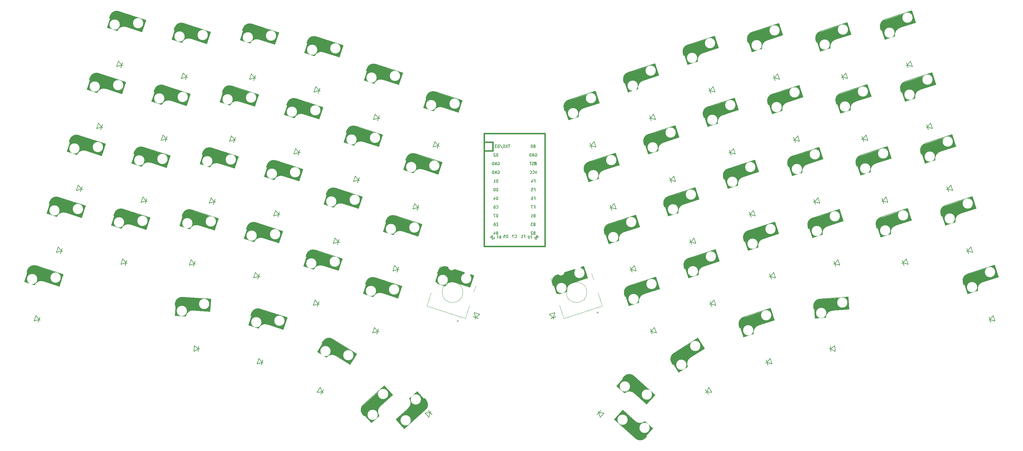
<source format=gbo>
G04 #@! TF.GenerationSoftware,KiCad,Pcbnew,(6.0.2-0)*
G04 #@! TF.CreationDate,2022-02-19T09:02:28+00:00*
G04 #@! TF.ProjectId,atreyu-pcb2,61747265-7975-42d7-9063-62322e6b6963,rev?*
G04 #@! TF.SameCoordinates,Original*
G04 #@! TF.FileFunction,Legend,Bot*
G04 #@! TF.FilePolarity,Positive*
%FSLAX46Y46*%
G04 Gerber Fmt 4.6, Leading zero omitted, Abs format (unit mm)*
G04 Created by KiCad (PCBNEW (6.0.2-0)) date 2022-02-19 09:02:28*
%MOMM*%
%LPD*%
G01*
G04 APERTURE LIST*
%ADD10C,0.150000*%
%ADD11C,0.300000*%
%ADD12C,0.500000*%
%ADD13C,0.400000*%
%ADD14C,3.500000*%
%ADD15C,3.000000*%
%ADD16C,0.800000*%
%ADD17C,1.000000*%
%ADD18C,0.200000*%
%ADD19C,0.381000*%
%ADD20C,0.120000*%
%ADD21R,1.752600X1.752600*%
%ADD22C,1.752600*%
%ADD23C,1.900000*%
%ADD24C,3.000000*%
%ADD25C,4.100000*%
%ADD26C,1.400000*%
%ADD27C,4.700000*%
%ADD28C,2.000000*%
G04 APERTURE END LIST*
D10*
X211650226Y-96783398D02*
X211383560Y-97583398D01*
X211116893Y-96783398D01*
X210393083Y-97507208D02*
X210431179Y-97545303D01*
X210545464Y-97583398D01*
X210621655Y-97583398D01*
X210735940Y-97545303D01*
X210812131Y-97469113D01*
X210850226Y-97392922D01*
X210888321Y-97240541D01*
X210888321Y-97126255D01*
X210850226Y-96973874D01*
X210812131Y-96897684D01*
X210735940Y-96821494D01*
X210621655Y-96783398D01*
X210545464Y-96783398D01*
X210431179Y-96821494D01*
X210393083Y-96859589D01*
X209593083Y-97507208D02*
X209631179Y-97545303D01*
X209745464Y-97583398D01*
X209821655Y-97583398D01*
X209935940Y-97545303D01*
X210012131Y-97469113D01*
X210050226Y-97392922D01*
X210088321Y-97240541D01*
X210088321Y-97126255D01*
X210050226Y-96973874D01*
X210012131Y-96897684D01*
X209935940Y-96821494D01*
X209821655Y-96783398D01*
X209745464Y-96783398D01*
X209631179Y-96821494D01*
X209593083Y-96859589D01*
X210907369Y-89544351D02*
X210793083Y-89582446D01*
X210754988Y-89620541D01*
X210716893Y-89696732D01*
X210716893Y-89811017D01*
X210754988Y-89887208D01*
X210793083Y-89925303D01*
X210869274Y-89963398D01*
X211174036Y-89963398D01*
X211174036Y-89163398D01*
X210907369Y-89163398D01*
X210831179Y-89201494D01*
X210793083Y-89239589D01*
X210754988Y-89315779D01*
X210754988Y-89391970D01*
X210793083Y-89468160D01*
X210831179Y-89506255D01*
X210907369Y-89544351D01*
X211174036Y-89544351D01*
X210221655Y-89163398D02*
X210145464Y-89163398D01*
X210069274Y-89201494D01*
X210031179Y-89239589D01*
X209993083Y-89315779D01*
X209954988Y-89468160D01*
X209954988Y-89658636D01*
X209993083Y-89811017D01*
X210031179Y-89887208D01*
X210069274Y-89925303D01*
X210145464Y-89963398D01*
X210221655Y-89963398D01*
X210297845Y-89925303D01*
X210335940Y-89887208D01*
X210374036Y-89811017D01*
X210412131Y-89658636D01*
X210412131Y-89468160D01*
X210374036Y-89315779D01*
X210335940Y-89239589D01*
X210297845Y-89201494D01*
X210221655Y-89163398D01*
X209855893Y-116121494D02*
X210089226Y-116121494D01*
X210089226Y-116488160D02*
X210089226Y-115788160D01*
X209755893Y-115788160D01*
X209355893Y-115788160D02*
X209289226Y-115788160D01*
X209222560Y-115821494D01*
X209189226Y-115854827D01*
X209155893Y-115921494D01*
X209122560Y-116054827D01*
X209122560Y-116221494D01*
X209155893Y-116354827D01*
X209189226Y-116421494D01*
X209222560Y-116454827D01*
X209289226Y-116488160D01*
X209355893Y-116488160D01*
X209422560Y-116454827D01*
X209455893Y-116421494D01*
X209489226Y-116354827D01*
X209522560Y-116221494D01*
X209522560Y-116054827D01*
X209489226Y-115921494D01*
X209455893Y-115854827D01*
X209422560Y-115821494D01*
X209355893Y-115788160D01*
X210695893Y-94985303D02*
X210581607Y-95023398D01*
X210391131Y-95023398D01*
X210314940Y-94985303D01*
X210276845Y-94947208D01*
X210238750Y-94871017D01*
X210238750Y-94794827D01*
X210276845Y-94718636D01*
X210314940Y-94680541D01*
X210391131Y-94642446D01*
X210543512Y-94604351D01*
X210619702Y-94566255D01*
X210657798Y-94528160D01*
X210695893Y-94451970D01*
X210695893Y-94375779D01*
X210657798Y-94299589D01*
X210619702Y-94261494D01*
X210543512Y-94223398D01*
X210353036Y-94223398D01*
X210238750Y-94261494D01*
X210010179Y-94223398D02*
X209553036Y-94223398D01*
X209781607Y-95023398D02*
X209781607Y-94223398D01*
X200252036Y-105203398D02*
X200252036Y-104403398D01*
X200061560Y-104403398D01*
X199947274Y-104441494D01*
X199871083Y-104517684D01*
X199832988Y-104593874D01*
X199794893Y-104746255D01*
X199794893Y-104860541D01*
X199832988Y-105012922D01*
X199871083Y-105089113D01*
X199947274Y-105165303D01*
X200061560Y-105203398D01*
X200252036Y-105203398D01*
X199109179Y-104670065D02*
X199109179Y-105203398D01*
X199299655Y-104365303D02*
X199490131Y-104936732D01*
X198994893Y-104936732D01*
X199794893Y-107667208D02*
X199832988Y-107705303D01*
X199947274Y-107743398D01*
X200023464Y-107743398D01*
X200137750Y-107705303D01*
X200213940Y-107629113D01*
X200252036Y-107552922D01*
X200290131Y-107400541D01*
X200290131Y-107286255D01*
X200252036Y-107133874D01*
X200213940Y-107057684D01*
X200137750Y-106981494D01*
X200023464Y-106943398D01*
X199947274Y-106943398D01*
X199832988Y-106981494D01*
X199794893Y-107019589D01*
X199109179Y-106943398D02*
X199261560Y-106943398D01*
X199337750Y-106981494D01*
X199375845Y-107019589D01*
X199452036Y-107133874D01*
X199490131Y-107286255D01*
X199490131Y-107591017D01*
X199452036Y-107667208D01*
X199413940Y-107705303D01*
X199337750Y-107743398D01*
X199185369Y-107743398D01*
X199109179Y-107705303D01*
X199071083Y-107667208D01*
X199032988Y-107591017D01*
X199032988Y-107400541D01*
X199071083Y-107324351D01*
X199109179Y-107286255D01*
X199185369Y-107248160D01*
X199337750Y-107248160D01*
X199413940Y-107286255D01*
X199452036Y-107324351D01*
X199490131Y-107400541D01*
X198486857Y-116106502D02*
X198581138Y-116153642D01*
X198628279Y-116153642D01*
X198698989Y-116130072D01*
X198769700Y-116059361D01*
X198793270Y-115988651D01*
X198793270Y-115941510D01*
X198769700Y-115870800D01*
X198581138Y-115682238D01*
X198086163Y-116177213D01*
X198251155Y-116342204D01*
X198321866Y-116365774D01*
X198369006Y-116365774D01*
X198439717Y-116342204D01*
X198486857Y-116295064D01*
X198510427Y-116224353D01*
X198510427Y-116177213D01*
X198486857Y-116106502D01*
X198321866Y-115941510D01*
X198816840Y-116907890D02*
X198581138Y-116672187D01*
X198793270Y-116412915D01*
X198793270Y-116460055D01*
X198816840Y-116530766D01*
X198934692Y-116648617D01*
X199005402Y-116672187D01*
X199052543Y-116672187D01*
X199123253Y-116648617D01*
X199241104Y-116530766D01*
X199264675Y-116460055D01*
X199264675Y-116412915D01*
X199241104Y-116342204D01*
X199123253Y-116224353D01*
X199052543Y-116200783D01*
X199005402Y-116200783D01*
X200252036Y-100123398D02*
X200252036Y-99323398D01*
X200061560Y-99323398D01*
X199947274Y-99361494D01*
X199871083Y-99437684D01*
X199832988Y-99513874D01*
X199794893Y-99666255D01*
X199794893Y-99780541D01*
X199832988Y-99932922D01*
X199871083Y-100009113D01*
X199947274Y-100085303D01*
X200061560Y-100123398D01*
X200252036Y-100123398D01*
X199032988Y-100123398D02*
X199490131Y-100123398D01*
X199261560Y-100123398D02*
X199261560Y-99323398D01*
X199337750Y-99437684D01*
X199413940Y-99513874D01*
X199490131Y-99551970D01*
X200213940Y-112404351D02*
X199947274Y-112404351D01*
X199832988Y-112823398D02*
X200213940Y-112823398D01*
X200213940Y-112023398D01*
X199832988Y-112023398D01*
X199147274Y-112023398D02*
X199299655Y-112023398D01*
X199375845Y-112061494D01*
X199413940Y-112099589D01*
X199490131Y-112213874D01*
X199528226Y-112366255D01*
X199528226Y-112671017D01*
X199490131Y-112747208D01*
X199452036Y-112785303D01*
X199375845Y-112823398D01*
X199223464Y-112823398D01*
X199147274Y-112785303D01*
X199109179Y-112747208D01*
X199071083Y-112671017D01*
X199071083Y-112480541D01*
X199109179Y-112404351D01*
X199147274Y-112366255D01*
X199223464Y-112328160D01*
X199375845Y-112328160D01*
X199452036Y-112366255D01*
X199490131Y-112404351D01*
X199528226Y-112480541D01*
X207929226Y-115914351D02*
X208195893Y-115914351D01*
X208195893Y-116333398D02*
X208195893Y-115533398D01*
X207814940Y-115533398D01*
X207091131Y-116333398D02*
X207548274Y-116333398D01*
X207319702Y-116333398D02*
X207319702Y-115533398D01*
X207395893Y-115647684D01*
X207472083Y-115723874D01*
X207548274Y-115761970D01*
X203173036Y-116333398D02*
X203173036Y-115533398D01*
X202982560Y-115533398D01*
X202868274Y-115571494D01*
X202792083Y-115647684D01*
X202753988Y-115723874D01*
X202715893Y-115876255D01*
X202715893Y-115990541D01*
X202753988Y-116142922D01*
X202792083Y-116219113D01*
X202868274Y-116295303D01*
X202982560Y-116333398D01*
X203173036Y-116333398D01*
X201992083Y-115533398D02*
X202373036Y-115533398D01*
X202411131Y-115914351D01*
X202373036Y-115876255D01*
X202296845Y-115838160D01*
X202106369Y-115838160D01*
X202030179Y-115876255D01*
X201992083Y-115914351D01*
X201953988Y-115990541D01*
X201953988Y-116181017D01*
X201992083Y-116257208D01*
X202030179Y-116295303D01*
X202106369Y-116333398D01*
X202296845Y-116333398D01*
X202373036Y-116295303D01*
X202411131Y-116257208D01*
X210850226Y-104784351D02*
X211116893Y-104784351D01*
X211116893Y-105203398D02*
X211116893Y-104403398D01*
X210735940Y-104403398D01*
X210088321Y-104403398D02*
X210240702Y-104403398D01*
X210316893Y-104441494D01*
X210354988Y-104479589D01*
X210431179Y-104593874D01*
X210469274Y-104746255D01*
X210469274Y-105051017D01*
X210431179Y-105127208D01*
X210393083Y-105165303D01*
X210316893Y-105203398D01*
X210164512Y-105203398D01*
X210088321Y-105165303D01*
X210050226Y-105127208D01*
X210012131Y-105051017D01*
X210012131Y-104860541D01*
X210050226Y-104784351D01*
X210088321Y-104746255D01*
X210164512Y-104708160D01*
X210316893Y-104708160D01*
X210393083Y-104746255D01*
X210431179Y-104784351D01*
X210469274Y-104860541D01*
X199985369Y-114944351D02*
X199871083Y-114982446D01*
X199832988Y-115020541D01*
X199794893Y-115096732D01*
X199794893Y-115211017D01*
X199832988Y-115287208D01*
X199871083Y-115325303D01*
X199947274Y-115363398D01*
X200252036Y-115363398D01*
X200252036Y-114563398D01*
X199985369Y-114563398D01*
X199909179Y-114601494D01*
X199871083Y-114639589D01*
X199832988Y-114715779D01*
X199832988Y-114791970D01*
X199871083Y-114868160D01*
X199909179Y-114906255D01*
X199985369Y-114944351D01*
X200252036Y-114944351D01*
X199109179Y-114830065D02*
X199109179Y-115363398D01*
X199299655Y-114525303D02*
X199490131Y-115096732D01*
X198994893Y-115096732D01*
X210850226Y-107324351D02*
X211116893Y-107324351D01*
X211116893Y-107743398D02*
X211116893Y-106943398D01*
X210735940Y-106943398D01*
X210507369Y-106943398D02*
X209974036Y-106943398D01*
X210316893Y-107743398D01*
X211193083Y-91741494D02*
X211269274Y-91703398D01*
X211383560Y-91703398D01*
X211497845Y-91741494D01*
X211574036Y-91817684D01*
X211612131Y-91893874D01*
X211650226Y-92046255D01*
X211650226Y-92160541D01*
X211612131Y-92312922D01*
X211574036Y-92389113D01*
X211497845Y-92465303D01*
X211383560Y-92503398D01*
X211307369Y-92503398D01*
X211193083Y-92465303D01*
X211154988Y-92427208D01*
X211154988Y-92160541D01*
X211307369Y-92160541D01*
X210812131Y-92503398D02*
X210812131Y-91703398D01*
X210354988Y-92503398D01*
X210354988Y-91703398D01*
X209974036Y-92503398D02*
X209974036Y-91703398D01*
X209783560Y-91703398D01*
X209669274Y-91741494D01*
X209593083Y-91817684D01*
X209554988Y-91893874D01*
X209516893Y-92046255D01*
X209516893Y-92160541D01*
X209554988Y-92312922D01*
X209593083Y-92389113D01*
X209669274Y-92465303D01*
X209783560Y-92503398D01*
X209974036Y-92503398D01*
X200252036Y-110283398D02*
X200252036Y-109483398D01*
X200061560Y-109483398D01*
X199947274Y-109521494D01*
X199871083Y-109597684D01*
X199832988Y-109673874D01*
X199794893Y-109826255D01*
X199794893Y-109940541D01*
X199832988Y-110092922D01*
X199871083Y-110169113D01*
X199947274Y-110245303D01*
X200061560Y-110283398D01*
X200252036Y-110283398D01*
X199528226Y-109483398D02*
X198994893Y-109483398D01*
X199337750Y-110283398D01*
X200271083Y-96821494D02*
X200347274Y-96783398D01*
X200461560Y-96783398D01*
X200575845Y-96821494D01*
X200652036Y-96897684D01*
X200690131Y-96973874D01*
X200728226Y-97126255D01*
X200728226Y-97240541D01*
X200690131Y-97392922D01*
X200652036Y-97469113D01*
X200575845Y-97545303D01*
X200461560Y-97583398D01*
X200385369Y-97583398D01*
X200271083Y-97545303D01*
X200232988Y-97507208D01*
X200232988Y-97240541D01*
X200385369Y-97240541D01*
X199890131Y-97583398D02*
X199890131Y-96783398D01*
X199432988Y-97583398D01*
X199432988Y-96783398D01*
X199052036Y-97583398D02*
X199052036Y-96783398D01*
X198861560Y-96783398D01*
X198747274Y-96821494D01*
X198671083Y-96897684D01*
X198632988Y-96973874D01*
X198594893Y-97126255D01*
X198594893Y-97240541D01*
X198632988Y-97392922D01*
X198671083Y-97469113D01*
X198747274Y-97545303D01*
X198861560Y-97583398D01*
X199052036Y-97583398D01*
X200252036Y-92503398D02*
X200252036Y-91703398D01*
X200061560Y-91703398D01*
X199947274Y-91741494D01*
X199871083Y-91817684D01*
X199832988Y-91893874D01*
X199794893Y-92046255D01*
X199794893Y-92160541D01*
X199832988Y-92312922D01*
X199871083Y-92389113D01*
X199947274Y-92465303D01*
X200061560Y-92503398D01*
X200252036Y-92503398D01*
X199490131Y-91779589D02*
X199452036Y-91741494D01*
X199375845Y-91703398D01*
X199185369Y-91703398D01*
X199109179Y-91741494D01*
X199071083Y-91779589D01*
X199032988Y-91855779D01*
X199032988Y-91931970D01*
X199071083Y-92046255D01*
X199528226Y-92503398D01*
X199032988Y-92503398D01*
X200252036Y-102663398D02*
X200252036Y-101863398D01*
X200061560Y-101863398D01*
X199947274Y-101901494D01*
X199871083Y-101977684D01*
X199832988Y-102053874D01*
X199794893Y-102206255D01*
X199794893Y-102320541D01*
X199832988Y-102472922D01*
X199871083Y-102549113D01*
X199947274Y-102625303D01*
X200061560Y-102663398D01*
X200252036Y-102663398D01*
X199299655Y-101863398D02*
X199223464Y-101863398D01*
X199147274Y-101901494D01*
X199109179Y-101939589D01*
X199071083Y-102015779D01*
X199032988Y-102168160D01*
X199032988Y-102358636D01*
X199071083Y-102511017D01*
X199109179Y-102587208D01*
X199147274Y-102625303D01*
X199223464Y-102663398D01*
X199299655Y-102663398D01*
X199375845Y-102625303D01*
X199413940Y-102587208D01*
X199452036Y-102511017D01*
X199490131Y-102358636D01*
X199490131Y-102168160D01*
X199452036Y-102015779D01*
X199413940Y-101939589D01*
X199375845Y-101901494D01*
X199299655Y-101863398D01*
X210907369Y-109864351D02*
X210793083Y-109902446D01*
X210754988Y-109940541D01*
X210716893Y-110016732D01*
X210716893Y-110131017D01*
X210754988Y-110207208D01*
X210793083Y-110245303D01*
X210869274Y-110283398D01*
X211174036Y-110283398D01*
X211174036Y-109483398D01*
X210907369Y-109483398D01*
X210831179Y-109521494D01*
X210793083Y-109559589D01*
X210754988Y-109635779D01*
X210754988Y-109711970D01*
X210793083Y-109788160D01*
X210831179Y-109826255D01*
X210907369Y-109864351D01*
X211174036Y-109864351D01*
X209954988Y-110283398D02*
X210412131Y-110283398D01*
X210183560Y-110283398D02*
X210183560Y-109483398D01*
X210259750Y-109597684D01*
X210335940Y-109673874D01*
X210412131Y-109711970D01*
X210907369Y-114944351D02*
X210793083Y-114982446D01*
X210754988Y-115020541D01*
X210716893Y-115096732D01*
X210716893Y-115211017D01*
X210754988Y-115287208D01*
X210793083Y-115325303D01*
X210869274Y-115363398D01*
X211174036Y-115363398D01*
X211174036Y-114563398D01*
X210907369Y-114563398D01*
X210831179Y-114601494D01*
X210793083Y-114639589D01*
X210754988Y-114715779D01*
X210754988Y-114791970D01*
X210793083Y-114868160D01*
X210831179Y-114906255D01*
X210907369Y-114944351D01*
X211174036Y-114944351D01*
X210412131Y-114639589D02*
X210374036Y-114601494D01*
X210297845Y-114563398D01*
X210107369Y-114563398D01*
X210031179Y-114601494D01*
X209993083Y-114639589D01*
X209954988Y-114715779D01*
X209954988Y-114791970D01*
X209993083Y-114906255D01*
X210450226Y-115363398D01*
X209954988Y-115363398D01*
X210850226Y-102244351D02*
X211116893Y-102244351D01*
X211116893Y-102663398D02*
X211116893Y-101863398D01*
X210735940Y-101863398D01*
X210050226Y-101863398D02*
X210431179Y-101863398D01*
X210469274Y-102244351D01*
X210431179Y-102206255D01*
X210354988Y-102168160D01*
X210164512Y-102168160D01*
X210088321Y-102206255D01*
X210050226Y-102244351D01*
X210012131Y-102320541D01*
X210012131Y-102511017D01*
X210050226Y-102587208D01*
X210088321Y-102625303D01*
X210164512Y-102663398D01*
X210354988Y-102663398D01*
X210431179Y-102625303D01*
X210469274Y-102587208D01*
X200271083Y-94281494D02*
X200347274Y-94243398D01*
X200461560Y-94243398D01*
X200575845Y-94281494D01*
X200652036Y-94357684D01*
X200690131Y-94433874D01*
X200728226Y-94586255D01*
X200728226Y-94700541D01*
X200690131Y-94852922D01*
X200652036Y-94929113D01*
X200575845Y-95005303D01*
X200461560Y-95043398D01*
X200385369Y-95043398D01*
X200271083Y-95005303D01*
X200232988Y-94967208D01*
X200232988Y-94700541D01*
X200385369Y-94700541D01*
X199890131Y-95043398D02*
X199890131Y-94243398D01*
X199432988Y-95043398D01*
X199432988Y-94243398D01*
X199052036Y-95043398D02*
X199052036Y-94243398D01*
X198861560Y-94243398D01*
X198747274Y-94281494D01*
X198671083Y-94357684D01*
X198632988Y-94433874D01*
X198594893Y-94586255D01*
X198594893Y-94700541D01*
X198632988Y-94852922D01*
X198671083Y-94929113D01*
X198747274Y-95005303D01*
X198861560Y-95043398D01*
X199052036Y-95043398D01*
X211687551Y-116035791D02*
X211640411Y-116130072D01*
X211640411Y-116177213D01*
X211663981Y-116247923D01*
X211734692Y-116318634D01*
X211805402Y-116342204D01*
X211852543Y-116342204D01*
X211923253Y-116318634D01*
X212111815Y-116130072D01*
X211616840Y-115635097D01*
X211451849Y-115800089D01*
X211428279Y-115870800D01*
X211428279Y-115917940D01*
X211451849Y-115988651D01*
X211498989Y-116035791D01*
X211569700Y-116059361D01*
X211616840Y-116059361D01*
X211687551Y-116035791D01*
X211852543Y-115870800D01*
X210909734Y-116342204D02*
X211004015Y-116247923D01*
X211074725Y-116224353D01*
X211121866Y-116224353D01*
X211239717Y-116247923D01*
X211357568Y-116318634D01*
X211546130Y-116507196D01*
X211569700Y-116577906D01*
X211569700Y-116625047D01*
X211546130Y-116695758D01*
X211451849Y-116790038D01*
X211381138Y-116813609D01*
X211333998Y-116813609D01*
X211263287Y-116790038D01*
X211145436Y-116672187D01*
X211121866Y-116601477D01*
X211121866Y-116554336D01*
X211145436Y-116483626D01*
X211239717Y-116389345D01*
X211310427Y-116365774D01*
X211357568Y-116365774D01*
X211428279Y-116389345D01*
X210907369Y-112404351D02*
X210793083Y-112442446D01*
X210754988Y-112480541D01*
X210716893Y-112556732D01*
X210716893Y-112671017D01*
X210754988Y-112747208D01*
X210793083Y-112785303D01*
X210869274Y-112823398D01*
X211174036Y-112823398D01*
X211174036Y-112023398D01*
X210907369Y-112023398D01*
X210831179Y-112061494D01*
X210793083Y-112099589D01*
X210754988Y-112175779D01*
X210754988Y-112251970D01*
X210793083Y-112328160D01*
X210831179Y-112366255D01*
X210907369Y-112404351D01*
X211174036Y-112404351D01*
X210450226Y-112023398D02*
X209954988Y-112023398D01*
X210221655Y-112328160D01*
X210107369Y-112328160D01*
X210031179Y-112366255D01*
X209993083Y-112404351D01*
X209954988Y-112480541D01*
X209954988Y-112671017D01*
X209993083Y-112747208D01*
X210031179Y-112785303D01*
X210107369Y-112823398D01*
X210335940Y-112823398D01*
X210412131Y-112785303D01*
X210450226Y-112747208D01*
X205255893Y-116257208D02*
X205293988Y-116295303D01*
X205408274Y-116333398D01*
X205484464Y-116333398D01*
X205598750Y-116295303D01*
X205674940Y-116219113D01*
X205713036Y-116142922D01*
X205751131Y-115990541D01*
X205751131Y-115876255D01*
X205713036Y-115723874D01*
X205674940Y-115647684D01*
X205598750Y-115571494D01*
X205484464Y-115533398D01*
X205408274Y-115533398D01*
X205293988Y-115571494D01*
X205255893Y-115609589D01*
X204989226Y-115533398D02*
X204455893Y-115533398D01*
X204798750Y-116333398D01*
X203741164Y-89163398D02*
X203284021Y-89163398D01*
X203512592Y-89963398D02*
X203512592Y-89163398D01*
X203093545Y-89163398D02*
X202560211Y-89963398D01*
X202560211Y-89163398D02*
X203093545Y-89963398D01*
X202103068Y-89163398D02*
X202026878Y-89163398D01*
X201950688Y-89201494D01*
X201912592Y-89239589D01*
X201874497Y-89315779D01*
X201836402Y-89468160D01*
X201836402Y-89658636D01*
X201874497Y-89811017D01*
X201912592Y-89887208D01*
X201950688Y-89925303D01*
X202026878Y-89963398D01*
X202103068Y-89963398D01*
X202179259Y-89925303D01*
X202217354Y-89887208D01*
X202255449Y-89811017D01*
X202293545Y-89658636D01*
X202293545Y-89468160D01*
X202255449Y-89315779D01*
X202217354Y-89239589D01*
X202179259Y-89201494D01*
X202103068Y-89163398D01*
X200922116Y-89125303D02*
X201607830Y-90153874D01*
X200655449Y-89963398D02*
X200655449Y-89163398D01*
X200464973Y-89163398D01*
X200350688Y-89201494D01*
X200274497Y-89277684D01*
X200236402Y-89353874D01*
X200198307Y-89506255D01*
X200198307Y-89620541D01*
X200236402Y-89772922D01*
X200274497Y-89849113D01*
X200350688Y-89925303D01*
X200464973Y-89963398D01*
X200655449Y-89963398D01*
X199931640Y-89163398D02*
X199436402Y-89163398D01*
X199703068Y-89468160D01*
X199588783Y-89468160D01*
X199512592Y-89506255D01*
X199474497Y-89544351D01*
X199436402Y-89620541D01*
X199436402Y-89811017D01*
X199474497Y-89887208D01*
X199512592Y-89925303D01*
X199588783Y-89963398D01*
X199817354Y-89963398D01*
X199893545Y-89925303D01*
X199931640Y-89887208D01*
X210850226Y-99704351D02*
X211116893Y-99704351D01*
X211116893Y-100123398D02*
X211116893Y-99323398D01*
X210735940Y-99323398D01*
X210088321Y-99590065D02*
X210088321Y-100123398D01*
X210278798Y-99285303D02*
X210469274Y-99856732D01*
X209974036Y-99856732D01*
X200905893Y-116121494D02*
X200805893Y-116154827D01*
X200772560Y-116188160D01*
X200739226Y-116254827D01*
X200739226Y-116354827D01*
X200772560Y-116421494D01*
X200805893Y-116454827D01*
X200872560Y-116488160D01*
X201139226Y-116488160D01*
X201139226Y-115788160D01*
X200905893Y-115788160D01*
X200839226Y-115821494D01*
X200805893Y-115854827D01*
X200772560Y-115921494D01*
X200772560Y-115988160D01*
X200805893Y-116054827D01*
X200839226Y-116088160D01*
X200905893Y-116121494D01*
X201139226Y-116121494D01*
X200505893Y-115788160D02*
X200039226Y-115788160D01*
X200339226Y-116488160D01*
X149876619Y-145928820D02*
X147518478Y-149702634D01*
D11*
X148954533Y-147121404D02*
X149298981Y-146570173D01*
D12*
X157011079Y-153099036D02*
X155935112Y-152367738D01*
D13*
X158722727Y-150454180D02*
X157662667Y-149791781D01*
D10*
X157561167Y-152558385D02*
X158753485Y-150650277D01*
D14*
X156475577Y-150936690D02*
X150793654Y-147386231D01*
D15*
X150893267Y-147094722D02*
X149706248Y-148994350D01*
D16*
X148080255Y-149464082D02*
X149034109Y-147937596D01*
D10*
X147518478Y-149702634D02*
X150088064Y-151308290D01*
X152977578Y-150873419D02*
X157048208Y-153417031D01*
X157048208Y-153417031D02*
X158955918Y-150364058D01*
D17*
X158213942Y-150607928D02*
X156889144Y-152728048D01*
D10*
X149214176Y-146517181D02*
X148816736Y-147153217D01*
X148816736Y-147153217D02*
X148986346Y-147259201D01*
X158955918Y-150364058D02*
X152001923Y-146018720D01*
D12*
X147794072Y-149639008D02*
X149871790Y-150937311D01*
D17*
X152850326Y-150322232D02*
G75*
G03*
X149975313Y-150740845I-1205048J-1805818D01*
G01*
D10*
X152977578Y-150873419D02*
G75*
G03*
X150102565Y-151292032I-1205049J-1805818D01*
G01*
X152001923Y-146018720D02*
G75*
G03*
X149214175Y-146517182I-1144644J-1643100D01*
G01*
D18*
X278711636Y-152049237D02*
X279206063Y-153570928D01*
X278959610Y-152809835D02*
X279885766Y-151615166D01*
X279885766Y-151615166D02*
X280411095Y-153231962D01*
X278959610Y-152809835D02*
X280411095Y-153231962D01*
X278958849Y-152810082D02*
X278578427Y-152933689D01*
X182525527Y-90151135D02*
X183019954Y-88629444D01*
X182771980Y-89390042D02*
X181320495Y-89812169D01*
X181320495Y-89812169D02*
X181845824Y-88195373D01*
X182771980Y-89390042D02*
X181845824Y-88195373D01*
X182772741Y-89390289D02*
X183153163Y-89513896D01*
D12*
X141999649Y-99432829D02*
X140778726Y-98983554D01*
D16*
X132454734Y-98066411D02*
X133010964Y-96354510D01*
D10*
X143225067Y-96308593D02*
X135426402Y-93774653D01*
X142112606Y-99732396D02*
X143225067Y-96308593D01*
X131967355Y-98433783D02*
X134849057Y-99370104D01*
D12*
X132219370Y-98305375D02*
X134549459Y-99062467D01*
D15*
X134610987Y-95086902D02*
X133918789Y-97217268D01*
D10*
X137547534Y-98249115D02*
X142112606Y-99732396D01*
X132842052Y-94932725D02*
X132610290Y-95646017D01*
X142402602Y-98775159D02*
X143097890Y-96635282D01*
D11*
X132736297Y-95581814D02*
X132937158Y-94963627D01*
D14*
X140956935Y-97464264D02*
X134584856Y-95393850D01*
D10*
X133342481Y-94201581D02*
X131967355Y-98433783D01*
X132610290Y-95646017D02*
X132800501Y-95707821D01*
D17*
X142564128Y-96724718D02*
X141791586Y-99102359D01*
D13*
X143020605Y-96452452D02*
X141831784Y-96066180D01*
D10*
X135426402Y-93774653D02*
G75*
G03*
X132842052Y-94932726I-713139J-1871210D01*
G01*
D17*
X137290718Y-97745087D02*
G75*
G03*
X134602378Y-98846793I-732386J-2043704D01*
G01*
D10*
X137547534Y-98249115D02*
G75*
G03*
X134859193Y-99350822I-732386J-2043705D01*
G01*
D18*
X244636567Y-80569127D02*
X245130994Y-82090818D01*
X244883780Y-81329972D02*
X244503358Y-81453579D01*
X244884541Y-81329725D02*
X245810697Y-80135056D01*
X244884541Y-81329725D02*
X246336026Y-81751852D01*
X245810697Y-80135056D02*
X246336026Y-81751852D01*
X148925142Y-161463073D02*
X147414650Y-161521515D01*
X148501885Y-162141935D02*
X149349756Y-160785058D01*
X148925142Y-161463073D02*
X148315513Y-160079833D01*
X147414650Y-161521515D02*
X148315513Y-160079833D01*
X148925820Y-161463497D02*
X149265039Y-161675465D01*
D15*
X306488695Y-93742097D02*
X307180893Y-95872463D01*
D16*
X306495560Y-97419984D02*
X305939330Y-95708083D01*
D14*
X313020052Y-91935369D02*
X306647974Y-94005782D01*
D12*
X306445607Y-97751653D02*
X308775695Y-96994562D01*
D10*
X306317199Y-98003668D02*
X309198900Y-97067346D01*
D11*
X305262940Y-95244404D02*
X305062079Y-94626217D01*
D13*
X314094868Y-89903800D02*
X312906048Y-90290071D01*
D12*
X315020719Y-92915079D02*
X313768895Y-93269248D01*
D10*
X310723113Y-94574321D02*
X315288185Y-93091040D01*
X304966974Y-94657119D02*
X305198736Y-95370411D01*
X315288185Y-93091040D02*
X314175724Y-89667236D01*
X314960147Y-92146163D02*
X314264858Y-90006286D01*
X314175724Y-89667236D02*
X306377059Y-92201176D01*
D17*
X313885605Y-90392379D02*
X314658148Y-92770020D01*
D10*
X305198736Y-95370411D02*
X305388948Y-95308608D01*
X304942073Y-93771466D02*
X306317199Y-98003668D01*
X306377059Y-92201176D02*
G75*
G03*
X304966974Y-94657120I522928J-1933013D01*
G01*
X310723113Y-94574321D02*
G75*
G03*
X309195767Y-97045788I608747J-2083878D01*
G01*
D17*
X310219084Y-94317506D02*
G75*
G03*
X308691738Y-96788973I608747J-2083878D01*
G01*
D10*
X137516695Y-143133797D02*
X138629156Y-139709994D01*
D12*
X127623459Y-141706776D02*
X129953548Y-142463868D01*
D13*
X138424694Y-139853853D02*
X137235873Y-139467581D01*
D10*
X132951623Y-141650516D02*
X137516695Y-143133797D01*
X127371444Y-141835184D02*
X130253146Y-142771505D01*
D16*
X127858823Y-141467812D02*
X128415053Y-139755911D01*
D10*
X137806691Y-142176560D02*
X138501979Y-140036683D01*
X128746570Y-137602982D02*
X127371444Y-141835184D01*
X128014379Y-139047418D02*
X128204590Y-139109222D01*
D14*
X136361024Y-140865665D02*
X129988945Y-138795251D01*
D10*
X128246141Y-138334126D02*
X128014379Y-139047418D01*
D17*
X137968217Y-140126119D02*
X137195675Y-142503760D01*
D10*
X138629156Y-139709994D02*
X130830491Y-137176054D01*
D12*
X137403738Y-142834230D02*
X136182815Y-142384955D01*
D11*
X128140386Y-138983215D02*
X128341247Y-138365028D01*
D15*
X130015076Y-138488303D02*
X129322878Y-140618669D01*
D17*
X132694807Y-141146488D02*
G75*
G03*
X130006467Y-142248194I-732386J-2043704D01*
G01*
D10*
X130830491Y-137176054D02*
G75*
G03*
X128246141Y-138334127I-713139J-1871210D01*
G01*
X132951623Y-141650516D02*
G75*
G03*
X130263282Y-142752223I-732386J-2043705D01*
G01*
D19*
X198772560Y-88331494D02*
X198772560Y-90871494D01*
X198772560Y-90871494D02*
X196232560Y-90871494D01*
X214012560Y-118811494D02*
X214012560Y-85791494D01*
X196232560Y-118811494D02*
X214012560Y-118811494D01*
X214012560Y-85791494D02*
X196232560Y-85791494D01*
X198772560Y-88331494D02*
X196232560Y-88331494D01*
X196232560Y-85791494D02*
X196232560Y-118811494D01*
D10*
X211367195Y-94220524D02*
X211367195Y-95020524D01*
X211367195Y-95020524D02*
X211467195Y-95020524D01*
X211467195Y-95020524D02*
X211467195Y-94220524D01*
X211467195Y-94220524D02*
X211367195Y-94220524D01*
G36*
X211467195Y-95020524D02*
G01*
X211367195Y-95020524D01*
X211367195Y-94220524D01*
X211467195Y-94220524D01*
X211467195Y-95020524D01*
G37*
X211467195Y-95020524D02*
X211367195Y-95020524D01*
X211367195Y-94220524D01*
X211467195Y-94220524D01*
X211467195Y-95020524D01*
X210967195Y-94820524D02*
X210967195Y-95020524D01*
X210967195Y-95020524D02*
X211067195Y-95020524D01*
X211067195Y-95020524D02*
X211067195Y-94820524D01*
X211067195Y-94820524D02*
X210967195Y-94820524D01*
G36*
X211067195Y-95020524D02*
G01*
X210967195Y-95020524D01*
X210967195Y-94820524D01*
X211067195Y-94820524D01*
X211067195Y-95020524D01*
G37*
X211067195Y-95020524D02*
X210967195Y-95020524D01*
X210967195Y-94820524D01*
X211067195Y-94820524D01*
X211067195Y-95020524D01*
X210967195Y-94220524D02*
X210967195Y-94520524D01*
X210967195Y-94520524D02*
X211067195Y-94520524D01*
X211067195Y-94520524D02*
X211067195Y-94220524D01*
X211067195Y-94220524D02*
X210967195Y-94220524D01*
G36*
X211067195Y-94520524D02*
G01*
X210967195Y-94520524D01*
X210967195Y-94220524D01*
X211067195Y-94220524D01*
X211067195Y-94520524D01*
G37*
X211067195Y-94520524D02*
X210967195Y-94520524D01*
X210967195Y-94220524D01*
X211067195Y-94220524D01*
X211067195Y-94520524D01*
X211167195Y-94620524D02*
X211167195Y-94720524D01*
X211167195Y-94720524D02*
X211267195Y-94720524D01*
X211267195Y-94720524D02*
X211267195Y-94620524D01*
X211267195Y-94620524D02*
X211167195Y-94620524D01*
G36*
X211267195Y-94720524D02*
G01*
X211167195Y-94720524D01*
X211167195Y-94620524D01*
X211267195Y-94620524D01*
X211267195Y-94720524D01*
G37*
X211267195Y-94720524D02*
X211167195Y-94720524D01*
X211167195Y-94620524D01*
X211267195Y-94620524D01*
X211267195Y-94720524D01*
X210967195Y-94220524D02*
X210967195Y-94320524D01*
X210967195Y-94320524D02*
X211467195Y-94320524D01*
X211467195Y-94320524D02*
X211467195Y-94220524D01*
X211467195Y-94220524D02*
X210967195Y-94220524D01*
G36*
X211467195Y-94320524D02*
G01*
X210967195Y-94320524D01*
X210967195Y-94220524D01*
X211467195Y-94220524D01*
X211467195Y-94320524D01*
G37*
X211467195Y-94320524D02*
X210967195Y-94320524D01*
X210967195Y-94220524D01*
X211467195Y-94220524D01*
X211467195Y-94320524D01*
D13*
X98348345Y-110647730D02*
X97159524Y-110261458D01*
D10*
X97440346Y-113927674D02*
X98552807Y-110503871D01*
D12*
X97327389Y-113628107D02*
X96106466Y-113178832D01*
D10*
X97730342Y-112970437D02*
X98425630Y-110830560D01*
D11*
X88064037Y-109777092D02*
X88264898Y-109158905D01*
D12*
X87547110Y-112500653D02*
X89877199Y-113257745D01*
D10*
X92875274Y-112444393D02*
X97440346Y-113927674D01*
D15*
X89938727Y-109282180D02*
X89246529Y-111412546D01*
D16*
X87782474Y-112261689D02*
X88338704Y-110549788D01*
D10*
X88670221Y-108396859D02*
X87295095Y-112629061D01*
D14*
X96284675Y-111659542D02*
X89912596Y-109589128D01*
D17*
X97891868Y-110919996D02*
X97119326Y-113297637D01*
D10*
X88169792Y-109128003D02*
X87938030Y-109841295D01*
X87295095Y-112629061D02*
X90176797Y-113565382D01*
X87938030Y-109841295D02*
X88128241Y-109903099D01*
X98552807Y-110503871D02*
X90754142Y-107969931D01*
D17*
X92618458Y-111940365D02*
G75*
G03*
X89930118Y-113042071I-732386J-2043704D01*
G01*
D10*
X92875274Y-112444393D02*
G75*
G03*
X90186933Y-113546100I-732386J-2043705D01*
G01*
X90754142Y-107969931D02*
G75*
G03*
X88169792Y-109128004I-713139J-1871210D01*
G01*
D13*
X246123732Y-65651442D02*
X244934912Y-66037713D01*
D10*
X238346063Y-73751310D02*
X241227764Y-72814988D01*
D12*
X247049583Y-68662721D02*
X245797759Y-69016890D01*
D16*
X238524424Y-73167626D02*
X237968194Y-71455725D01*
D12*
X238474471Y-73499295D02*
X240804559Y-72742204D01*
D10*
X242751977Y-70321963D02*
X247317049Y-68838682D01*
X247317049Y-68838682D02*
X246204588Y-65414878D01*
D17*
X245914469Y-66140021D02*
X246687012Y-68517662D01*
D14*
X245048916Y-67683011D02*
X238676838Y-69753424D01*
D10*
X237227600Y-71118053D02*
X237417812Y-71056250D01*
D15*
X238517559Y-69489739D02*
X239209757Y-71620105D01*
D10*
X236995838Y-70404761D02*
X237227600Y-71118053D01*
X246204588Y-65414878D02*
X238405923Y-67948818D01*
X246989011Y-67893805D02*
X246293722Y-65753928D01*
D11*
X237291804Y-70992046D02*
X237090943Y-70373859D01*
D10*
X236970937Y-69519108D02*
X238346063Y-73751310D01*
X242751977Y-70321963D02*
G75*
G03*
X241224631Y-72793430I608747J-2083878D01*
G01*
X238405923Y-67948818D02*
G75*
G03*
X236995838Y-70404762I522928J-1933013D01*
G01*
D17*
X242247948Y-70065148D02*
G75*
G03*
X240720602Y-72536615I608747J-2083878D01*
G01*
X225104086Y-125381256D02*
X225876629Y-127758897D01*
D12*
X226239200Y-127903956D02*
X224987376Y-128258125D01*
D10*
X226506666Y-128079917D02*
X225394205Y-124656113D01*
X221941594Y-129563198D02*
X226506666Y-128079917D01*
D15*
X217707176Y-128730974D02*
X218399374Y-130861340D01*
D14*
X224238533Y-126924246D02*
X217866455Y-128994659D01*
D10*
X226178628Y-127135040D02*
X225483339Y-124995163D01*
X216160554Y-128760343D02*
X217535680Y-132992545D01*
X225394205Y-124656113D02*
X217595540Y-127190053D01*
D11*
X216481421Y-130233281D02*
X216280560Y-129615094D01*
D12*
X217664088Y-132740530D02*
X219994176Y-131983439D01*
D16*
X217714041Y-132408861D02*
X217157811Y-130696960D01*
D10*
X216185455Y-129645996D02*
X216417217Y-130359288D01*
D13*
X225313349Y-124892677D02*
X224124529Y-125278948D01*
D10*
X217535680Y-132992545D02*
X220417381Y-132056223D01*
X216417217Y-130359288D02*
X216607429Y-130297485D01*
X221941594Y-129563198D02*
G75*
G03*
X220414248Y-132034665I608747J-2083878D01*
G01*
X217595540Y-127190053D02*
G75*
G03*
X216185455Y-129645997I522928J-1933013D01*
G01*
D17*
X221437565Y-129306383D02*
G75*
G03*
X219910219Y-131777850I608747J-2083878D01*
G01*
D18*
X229806851Y-167404569D02*
X229509593Y-167136916D01*
X229807446Y-167405104D02*
X231305138Y-167609844D01*
X231305138Y-167609844D02*
X230167616Y-168873190D01*
X230342156Y-166810053D02*
X229271547Y-167999084D01*
X229807446Y-167405104D02*
X230167616Y-168873190D01*
D10*
X107256543Y-112838750D02*
X110138245Y-113775071D01*
X112836722Y-112654082D02*
X117401794Y-114137363D01*
D12*
X117288837Y-113837796D02*
X116067914Y-113388521D01*
D10*
X108131240Y-109337692D02*
X107899478Y-110050984D01*
D12*
X107508558Y-112710342D02*
X109838647Y-113467434D01*
D10*
X118514255Y-110713560D02*
X110715590Y-108179620D01*
D13*
X118309793Y-110857419D02*
X117120972Y-110471147D01*
D15*
X109900175Y-109491869D02*
X109207977Y-111622235D01*
D17*
X117853316Y-111129685D02*
X117080774Y-113507326D01*
D11*
X108025485Y-109986781D02*
X108226346Y-109368594D01*
D10*
X107899478Y-110050984D02*
X108089689Y-110112788D01*
D16*
X107743922Y-112471378D02*
X108300152Y-110759477D01*
D10*
X117691790Y-113180126D02*
X118387078Y-111040249D01*
X108631669Y-108606548D02*
X107256543Y-112838750D01*
X117401794Y-114137363D02*
X118514255Y-110713560D01*
D14*
X116246123Y-111869231D02*
X109874044Y-109798817D01*
D10*
X110715590Y-108179620D02*
G75*
G03*
X108131240Y-109337693I-713139J-1871210D01*
G01*
X112836722Y-112654082D02*
G75*
G03*
X110148381Y-113755789I-732386J-2043705D01*
G01*
D17*
X112579906Y-112150054D02*
G75*
G03*
X109891566Y-113251760I-732386J-2043704D01*
G01*
D18*
X131039056Y-153570926D02*
X131533483Y-152049235D01*
X129834024Y-153231960D02*
X130359353Y-151615164D01*
X131286270Y-152810080D02*
X131666692Y-152933687D01*
X131285509Y-152809833D02*
X129834024Y-153231960D01*
X131285509Y-152809833D02*
X130359353Y-151615164D01*
D14*
X133906443Y-57516352D02*
X127534364Y-55445938D01*
D12*
X134949157Y-59484917D02*
X133728234Y-59035642D01*
D10*
X135352110Y-58827247D02*
X136047398Y-56687370D01*
X124916863Y-58485871D02*
X127798565Y-59422192D01*
X126291989Y-54253669D02*
X124916863Y-58485871D01*
D13*
X135970113Y-56504540D02*
X134781292Y-56118268D01*
D16*
X125404242Y-58118499D02*
X125960472Y-56406598D01*
D10*
X136174575Y-56360681D02*
X128375910Y-53826741D01*
D15*
X127560495Y-55138990D02*
X126868297Y-57269356D01*
D10*
X125791560Y-54984813D02*
X125559798Y-55698105D01*
X130497042Y-58301203D02*
X135062114Y-59784484D01*
D17*
X135513636Y-56776806D02*
X134741094Y-59154447D01*
D10*
X135062114Y-59784484D02*
X136174575Y-56360681D01*
X125559798Y-55698105D02*
X125750009Y-55759909D01*
D11*
X125685805Y-55633902D02*
X125886666Y-55015715D01*
D12*
X125168878Y-58357463D02*
X127498967Y-59114555D01*
D17*
X130240226Y-57797175D02*
G75*
G03*
X127551886Y-58898881I-732386J-2043704D01*
G01*
D10*
X130497042Y-58301203D02*
G75*
G03*
X127808701Y-59402910I-732386J-2043705D01*
G01*
X128375910Y-53826741D02*
G75*
G03*
X125791560Y-54984814I-713139J-1871210D01*
G01*
D18*
X109163180Y-69346259D02*
X107711695Y-69768386D01*
X109163941Y-69346506D02*
X109544363Y-69470113D01*
X107711695Y-69768386D02*
X108237024Y-68151590D01*
X109163180Y-69346259D02*
X108237024Y-68151590D01*
X108916727Y-70107352D02*
X109411154Y-68585661D01*
X227472565Y-89390859D02*
X227092143Y-89514466D01*
X227225352Y-88630014D02*
X227719779Y-90151705D01*
X227473326Y-89390612D02*
X228924811Y-89812739D01*
X228399482Y-88195943D02*
X228924811Y-89812739D01*
X227473326Y-89390612D02*
X228399482Y-88195943D01*
D10*
X79859514Y-90855676D02*
X84424586Y-92338957D01*
X75654461Y-86808142D02*
X74279335Y-91040344D01*
X74279335Y-91040344D02*
X77161037Y-91976665D01*
D15*
X76922967Y-87693463D02*
X76230769Y-89823829D01*
D10*
X75154032Y-87539286D02*
X74922270Y-88252578D01*
X84714582Y-91381720D02*
X85409870Y-89241843D01*
D16*
X74766714Y-90672972D02*
X75322944Y-88961071D01*
D12*
X74531350Y-90911936D02*
X76861439Y-91669028D01*
D17*
X84876108Y-89331279D02*
X84103566Y-91708920D01*
D14*
X83268915Y-90070825D02*
X76896836Y-88000411D01*
D10*
X85537047Y-88915154D02*
X77738382Y-86381214D01*
D11*
X75048277Y-88188375D02*
X75249138Y-87570188D01*
D12*
X84311629Y-92039390D02*
X83090706Y-91590115D01*
D10*
X84424586Y-92338957D02*
X85537047Y-88915154D01*
X74922270Y-88252578D02*
X75112481Y-88314382D01*
D13*
X85332585Y-89059013D02*
X84143764Y-88672741D01*
D17*
X79602698Y-90351648D02*
G75*
G03*
X76914358Y-91453354I-732386J-2043704D01*
G01*
D10*
X77738382Y-86381214D02*
G75*
G03*
X75154032Y-87539287I-713139J-1871210D01*
G01*
X79859514Y-90855676D02*
G75*
G03*
X77171173Y-91957383I-732386J-2043705D01*
G01*
D18*
X262544098Y-135682852D02*
X262163676Y-135806459D01*
X263471015Y-134487936D02*
X263996344Y-136104732D01*
X262544859Y-135682605D02*
X263996344Y-136104732D01*
X262296885Y-134922007D02*
X262791312Y-136443698D01*
X262544859Y-135682605D02*
X263471015Y-134487936D01*
X245133645Y-143743493D02*
X246585130Y-144165620D01*
X246059801Y-142548824D02*
X246585130Y-144165620D01*
X244885671Y-142982895D02*
X245380098Y-144504586D01*
X245132884Y-143743740D02*
X244752462Y-143867347D01*
X245133645Y-143743493D02*
X246059801Y-142548824D01*
X318742386Y-123699728D02*
X318361964Y-123823335D01*
X318743147Y-123699481D02*
X320194632Y-124121608D01*
X318495173Y-122938883D02*
X318989600Y-124460574D01*
X318743147Y-123699481D02*
X319669303Y-122504812D01*
X319669303Y-122504812D02*
X320194632Y-124121608D01*
D10*
X320846921Y-110263789D02*
X320151632Y-108123912D01*
X316609887Y-112691947D02*
X321174959Y-111208666D01*
X321174959Y-111208666D02*
X320062498Y-107784862D01*
D17*
X319772379Y-108510005D02*
X320544922Y-110887646D01*
D10*
X311085510Y-113488037D02*
X311275722Y-113426234D01*
D12*
X312332381Y-115869279D02*
X314662469Y-115112188D01*
D10*
X312203973Y-116121294D02*
X315085674Y-115184972D01*
D15*
X312375469Y-111859723D02*
X313067667Y-113990089D01*
D10*
X310828847Y-111889092D02*
X312203973Y-116121294D01*
X320062498Y-107784862D02*
X312263833Y-110318802D01*
D11*
X311149714Y-113362030D02*
X310948853Y-112743843D01*
D10*
X310853748Y-112774745D02*
X311085510Y-113488037D01*
D14*
X318906826Y-110052995D02*
X312534748Y-112123408D01*
D12*
X320907493Y-111032705D02*
X319655669Y-111386874D01*
D16*
X312382334Y-115537610D02*
X311826104Y-113825709D01*
D13*
X319981642Y-108021426D02*
X318792822Y-108407697D01*
D10*
X316609887Y-112691947D02*
G75*
G03*
X315082541Y-115163414I608747J-2083878D01*
G01*
D17*
X316105858Y-112435132D02*
G75*
G03*
X314578512Y-114906599I608747J-2083878D01*
G01*
D10*
X312263833Y-110318802D02*
G75*
G03*
X310853748Y-112774746I522928J-1933013D01*
G01*
D18*
X141816139Y-92147555D02*
X142310566Y-90625864D01*
X140611107Y-91808589D02*
X141136436Y-90191793D01*
X142062592Y-91386462D02*
X140611107Y-91808589D01*
X142063353Y-91386709D02*
X142443775Y-91510316D01*
X142062592Y-91386462D02*
X141136436Y-90191793D01*
D16*
X267709187Y-101341990D02*
X267152957Y-99630089D01*
D13*
X275308495Y-93825806D02*
X274119675Y-94212077D01*
D10*
X266180601Y-98579125D02*
X266412363Y-99292417D01*
D12*
X267659234Y-101673659D02*
X269989322Y-100916568D01*
D10*
X271936740Y-98496327D02*
X276501812Y-97013046D01*
X266412363Y-99292417D02*
X266602575Y-99230614D01*
D17*
X275099232Y-94314385D02*
X275871775Y-96692026D01*
D10*
X276173774Y-96068169D02*
X275478485Y-93928292D01*
X275389351Y-93589242D02*
X267590686Y-96123182D01*
D11*
X266476567Y-99166410D02*
X266275706Y-98548223D01*
D10*
X267530826Y-101925674D02*
X270412527Y-100989352D01*
X276501812Y-97013046D02*
X275389351Y-93589242D01*
D14*
X274233679Y-95857375D02*
X267861601Y-97927788D01*
D12*
X276234346Y-96837085D02*
X274982522Y-97191254D01*
D15*
X267702322Y-97664103D02*
X268394520Y-99794469D01*
D10*
X266155700Y-97693472D02*
X267530826Y-101925674D01*
X267590686Y-96123182D02*
G75*
G03*
X266180601Y-98579126I522928J-1933013D01*
G01*
D17*
X271432711Y-98239512D02*
G75*
G03*
X269905365Y-100710979I608747J-2083878D01*
G01*
D10*
X271936740Y-98496327D02*
G75*
G03*
X270409394Y-100967794I608747J-2083878D01*
G01*
D14*
X298944494Y-110262343D02*
X292572416Y-112332756D01*
D12*
X300945161Y-111242053D02*
X299693337Y-111596222D01*
D10*
X300884589Y-110473137D02*
X300189300Y-108333260D01*
D15*
X292413137Y-112069071D02*
X293105335Y-114199437D01*
D17*
X299810047Y-108719353D02*
X300582590Y-111096994D01*
D16*
X292420002Y-115746958D02*
X291863772Y-114035057D01*
D10*
X296647555Y-112901295D02*
X301212627Y-111418014D01*
D13*
X300019310Y-108230774D02*
X298830490Y-108617045D01*
D11*
X291187382Y-113571378D02*
X290986521Y-112953191D01*
D10*
X290866515Y-112098440D02*
X292241641Y-116330642D01*
X300100166Y-107994210D02*
X292301501Y-110528150D01*
X291123178Y-113697385D02*
X291313390Y-113635582D01*
X301212627Y-111418014D02*
X300100166Y-107994210D01*
X292241641Y-116330642D02*
X295123342Y-115394320D01*
X290891416Y-112984093D02*
X291123178Y-113697385D01*
D12*
X292370049Y-116078627D02*
X294700137Y-115321536D01*
D17*
X296143526Y-112644480D02*
G75*
G03*
X294616180Y-115115947I608747J-2083878D01*
G01*
D10*
X296647555Y-112901295D02*
G75*
G03*
X295120209Y-115372762I608747J-2083878D01*
G01*
X292301501Y-110528150D02*
G75*
G03*
X290891416Y-112984094I522928J-1933013D01*
G01*
D18*
X117105329Y-106552524D02*
X117599756Y-105030833D01*
X117352543Y-105791678D02*
X117732965Y-105915285D01*
X117351782Y-105791431D02*
X115900297Y-106213558D01*
X117351782Y-105791431D02*
X116425626Y-104596762D01*
X115900297Y-106213558D02*
X116425626Y-104596762D01*
D14*
X169891068Y-131703172D02*
X163518989Y-129632758D01*
D17*
X171498261Y-130963626D02*
X170725719Y-133341267D01*
D10*
X161544423Y-129884925D02*
X161734634Y-129946729D01*
D11*
X161670430Y-129820722D02*
X161871291Y-129202535D01*
D13*
X171954738Y-130691360D02*
X170765917Y-130305088D01*
D12*
X170933782Y-133671737D02*
X169712859Y-133222462D01*
D16*
X161388867Y-132305319D02*
X161945097Y-130593418D01*
D10*
X161776185Y-129171633D02*
X161544423Y-129884925D01*
X171336735Y-133014067D02*
X172032023Y-130874190D01*
X166481667Y-132488023D02*
X171046739Y-133971304D01*
X160901488Y-132672691D02*
X163783190Y-133609012D01*
X172159200Y-130547501D02*
X164360535Y-128013561D01*
X162276614Y-128440489D02*
X160901488Y-132672691D01*
D12*
X161153503Y-132544283D02*
X163483592Y-133301375D01*
D10*
X171046739Y-133971304D02*
X172159200Y-130547501D01*
D15*
X163545120Y-129325810D02*
X162852922Y-131456176D01*
D10*
X166481667Y-132488023D02*
G75*
G03*
X163793326Y-133589730I-732386J-2043705D01*
G01*
D17*
X166224851Y-131983995D02*
G75*
G03*
X163536511Y-133085701I-732386J-2043704D01*
G01*
D10*
X164360535Y-128013561D02*
G75*
G03*
X161776185Y-129171634I-713139J-1871210D01*
G01*
X323738867Y-72985604D02*
X328303939Y-71502323D01*
X317957827Y-72182749D02*
X319332953Y-76414951D01*
X317982728Y-73068402D02*
X318214490Y-73781694D01*
D15*
X319504449Y-72153380D02*
X320196647Y-74283746D01*
D16*
X319511314Y-75831267D02*
X318955084Y-74119366D01*
D11*
X318278694Y-73655687D02*
X318077833Y-73037500D01*
D10*
X327975901Y-70557446D02*
X327280612Y-68417569D01*
X328303939Y-71502323D02*
X327191478Y-68078519D01*
X327191478Y-68078519D02*
X319392813Y-70612459D01*
D14*
X326035806Y-70346652D02*
X319663728Y-72417065D01*
D10*
X319332953Y-76414951D02*
X322214654Y-75478629D01*
D12*
X328036473Y-71326362D02*
X326784649Y-71680531D01*
D10*
X318214490Y-73781694D02*
X318404702Y-73719891D01*
D12*
X319461361Y-76162936D02*
X321791449Y-75405845D01*
D17*
X326901359Y-68803662D02*
X327673902Y-71181303D01*
D13*
X327110622Y-68315083D02*
X325921802Y-68701354D01*
D10*
X323738867Y-72985604D02*
G75*
G03*
X322211521Y-75457071I608747J-2083878D01*
G01*
X319392813Y-70612459D02*
G75*
G03*
X317982728Y-73068403I522928J-1933013D01*
G01*
D17*
X323234838Y-72728789D02*
G75*
G03*
X321707492Y-75200256I608747J-2083878D01*
G01*
D18*
X84374637Y-83993042D02*
X84755059Y-84116649D01*
X84127423Y-84753888D02*
X84621850Y-83232197D01*
X84373876Y-83992795D02*
X82922391Y-84414922D01*
X84373876Y-83992795D02*
X83447720Y-82798126D01*
X82922391Y-84414922D02*
X83447720Y-82798126D01*
D10*
X295325850Y-93300388D02*
X294213389Y-89876584D01*
X286354864Y-98213016D02*
X289236565Y-97276694D01*
D11*
X285300605Y-95453752D02*
X285099744Y-94835565D01*
D12*
X286483272Y-97961001D02*
X288813360Y-97203910D01*
D13*
X294132533Y-90113148D02*
X292943713Y-90499419D01*
D14*
X293057717Y-92144717D02*
X286685639Y-94215130D01*
D16*
X286533225Y-97629332D02*
X285976995Y-95917431D01*
D10*
X294997812Y-92355511D02*
X294302523Y-90215634D01*
X290760778Y-94783669D02*
X295325850Y-93300388D01*
X285236401Y-95579759D02*
X285426613Y-95517956D01*
X284979738Y-93980814D02*
X286354864Y-98213016D01*
D17*
X293923270Y-90601727D02*
X294695813Y-92979368D01*
D15*
X286526360Y-93951445D02*
X287218558Y-96081811D01*
D12*
X295058384Y-93124427D02*
X293806560Y-93478596D01*
D10*
X285004639Y-94866467D02*
X285236401Y-95579759D01*
X294213389Y-89876584D02*
X286414724Y-92410524D01*
D17*
X290256749Y-94526854D02*
G75*
G03*
X288729403Y-96998321I608747J-2083878D01*
G01*
D10*
X286414724Y-92410524D02*
G75*
G03*
X285004639Y-94866468I522928J-1933013D01*
G01*
X290760778Y-94783669D02*
G75*
G03*
X289233432Y-97255136I608747J-2083878D01*
G01*
D14*
X256822465Y-103918262D02*
X250450387Y-105988675D01*
D11*
X249065353Y-107227297D02*
X248864492Y-106609110D01*
D17*
X257688018Y-102375272D02*
X258460561Y-104752913D01*
D10*
X248769387Y-106640012D02*
X249001149Y-107353304D01*
X257978137Y-101650129D02*
X250179472Y-104184069D01*
X248744486Y-105754359D02*
X250119612Y-109986561D01*
D15*
X250291108Y-105724990D02*
X250983306Y-107855356D01*
D10*
X259090598Y-105073933D02*
X257978137Y-101650129D01*
D12*
X250248020Y-109734546D02*
X252578108Y-108977455D01*
D10*
X249001149Y-107353304D02*
X249191361Y-107291501D01*
D16*
X250297973Y-109402877D02*
X249741743Y-107690976D01*
D10*
X258762560Y-104129056D02*
X258067271Y-101989179D01*
X254525526Y-106557214D02*
X259090598Y-105073933D01*
D13*
X257897281Y-101886693D02*
X256708461Y-102272964D01*
D12*
X258823132Y-104897972D02*
X257571308Y-105252141D01*
D10*
X250119612Y-109986561D02*
X253001313Y-109050239D01*
X250179472Y-104184069D02*
G75*
G03*
X248769387Y-106640013I522928J-1933013D01*
G01*
D17*
X254021497Y-106300399D02*
G75*
G03*
X252494151Y-108771866I608747J-2083878D01*
G01*
D10*
X254525526Y-106557214D02*
G75*
G03*
X252998180Y-109028681I608747J-2083878D01*
G01*
D18*
X239246870Y-125625866D02*
X240698355Y-126047993D01*
X240173026Y-124431197D02*
X240698355Y-126047993D01*
X239246870Y-125625866D02*
X240173026Y-124431197D01*
X239246109Y-125626113D02*
X238865687Y-125749720D01*
X238998896Y-124865268D02*
X239493323Y-126386959D01*
X331757443Y-102111239D02*
X331377021Y-102234846D01*
X331758204Y-102110992D02*
X333209689Y-102533119D01*
X332684360Y-100916323D02*
X333209689Y-102533119D01*
X331758204Y-102110992D02*
X332684360Y-100916323D01*
X331510230Y-101350394D02*
X332004657Y-102872085D01*
X147700260Y-135682601D02*
X146774104Y-134487932D01*
X147700260Y-135682601D02*
X146248775Y-136104728D01*
X146248775Y-136104728D02*
X146774104Y-134487932D01*
X147701021Y-135682848D02*
X148081443Y-135806455D01*
X147453807Y-136443694D02*
X147948234Y-134922003D01*
X128837559Y-128043842D02*
X129362888Y-126427046D01*
X130289044Y-127621715D02*
X129362888Y-126427046D01*
X130042591Y-128382808D02*
X130537018Y-126861117D01*
X130289805Y-127621962D02*
X130670227Y-127745569D01*
X130289044Y-127621715D02*
X128837559Y-128043842D01*
X250771310Y-99447350D02*
X252222795Y-99869477D01*
X251697466Y-98252681D02*
X252222795Y-99869477D01*
X250523336Y-98686752D02*
X251017763Y-100208443D01*
X250770549Y-99447597D02*
X250390127Y-99571204D01*
X250771310Y-99447350D02*
X251697466Y-98252681D01*
D14*
X250935691Y-85800636D02*
X244563613Y-87871049D01*
D10*
X244232838Y-91868935D02*
X247114539Y-90932613D01*
D16*
X244411199Y-91285251D02*
X243854969Y-89573350D01*
D17*
X251801244Y-84257646D02*
X252573787Y-86635287D01*
D10*
X243114375Y-89235678D02*
X243304587Y-89173875D01*
D15*
X244404334Y-87607364D02*
X245096532Y-89737730D01*
D10*
X253203824Y-86956307D02*
X252091363Y-83532503D01*
D12*
X252936358Y-86780346D02*
X251684534Y-87134515D01*
D10*
X248638752Y-88439588D02*
X253203824Y-86956307D01*
X252091363Y-83532503D02*
X244292698Y-86066443D01*
X242857712Y-87636733D02*
X244232838Y-91868935D01*
D11*
X243178579Y-89109671D02*
X242977718Y-88491484D01*
D10*
X252875786Y-86011430D02*
X252180497Y-83871553D01*
X242882613Y-88522386D02*
X243114375Y-89235678D01*
D13*
X252010507Y-83769067D02*
X250821687Y-84155338D01*
D12*
X244361246Y-91616920D02*
X246691334Y-90859829D01*
D10*
X244292698Y-86066443D02*
G75*
G03*
X242882613Y-88522387I522928J-1933013D01*
G01*
D17*
X248134723Y-88182773D02*
G75*
G03*
X246607377Y-90654240I608747J-2083878D01*
G01*
D10*
X248638752Y-88439588D02*
G75*
G03*
X247111406Y-90911055I608747J-2083878D01*
G01*
D15*
X128724211Y-113204528D02*
X128032013Y-115334894D01*
D10*
X126723514Y-113763643D02*
X126913725Y-113825447D01*
D14*
X135070159Y-115581890D02*
X128698080Y-113511476D01*
D10*
X131660758Y-116366741D02*
X136225830Y-117850022D01*
D12*
X136112873Y-117550455D02*
X134891950Y-117101180D01*
D16*
X126567958Y-116184037D02*
X127124188Y-114472136D01*
D12*
X126332594Y-116423001D02*
X128662683Y-117180093D01*
D10*
X136515826Y-116892785D02*
X137211114Y-114752908D01*
D11*
X126849521Y-113699440D02*
X127050382Y-113081253D01*
D10*
X137338291Y-114426219D02*
X129539626Y-111892279D01*
X136225830Y-117850022D02*
X137338291Y-114426219D01*
X126955276Y-113050351D02*
X126723514Y-113763643D01*
X127455705Y-112319207D02*
X126080579Y-116551409D01*
X126080579Y-116551409D02*
X128962281Y-117487730D01*
D17*
X136677352Y-114842344D02*
X135904810Y-117219985D01*
D13*
X137133829Y-114570078D02*
X135945008Y-114183806D01*
D10*
X129539626Y-111892279D02*
G75*
G03*
X126955276Y-113050352I-713139J-1871210D01*
G01*
D17*
X131403942Y-115862713D02*
G75*
G03*
X128715602Y-116964419I-732386J-2043704D01*
G01*
D10*
X131660758Y-116366741D02*
G75*
G03*
X128972417Y-117468448I-732386J-2043705D01*
G01*
X299055298Y-75653839D02*
X300430424Y-79886041D01*
D16*
X300608785Y-79302357D02*
X300052555Y-77590456D01*
D10*
X299311961Y-77252784D02*
X299502173Y-77190981D01*
X308288949Y-71549609D02*
X300490284Y-74083549D01*
X304836338Y-76456694D02*
X309401410Y-74973413D01*
X309073372Y-74028536D02*
X308378083Y-71888659D01*
D12*
X300558832Y-79634026D02*
X302888920Y-78876935D01*
D11*
X299376165Y-77126777D02*
X299175304Y-76508590D01*
D15*
X300601920Y-75624470D02*
X301294118Y-77754836D01*
D13*
X308208093Y-71786173D02*
X307019273Y-72172444D01*
D10*
X309401410Y-74973413D02*
X308288949Y-71549609D01*
D17*
X307998830Y-72274752D02*
X308771373Y-74652393D01*
D10*
X300430424Y-79886041D02*
X303312125Y-78949719D01*
D14*
X307133277Y-73817742D02*
X300761199Y-75888155D01*
D10*
X299080199Y-76539492D02*
X299311961Y-77252784D01*
D12*
X309133944Y-74797452D02*
X307882120Y-75151621D01*
D10*
X304836338Y-76456694D02*
G75*
G03*
X303308992Y-78928161I608747J-2083878D01*
G01*
X300490284Y-74083549D02*
G75*
G03*
X299080199Y-76539493I522928J-1933013D01*
G01*
D17*
X304332309Y-76199879D02*
G75*
G03*
X302804963Y-78671346I608747J-2083878D01*
G01*
D12*
X313574589Y-58045309D02*
X315904677Y-57288218D01*
D15*
X313617677Y-54035753D02*
X314309875Y-56166119D01*
D10*
X312327718Y-55664067D02*
X312517930Y-55602264D01*
D11*
X312391922Y-55538060D02*
X312191061Y-54919873D01*
D13*
X321223850Y-50197456D02*
X320035030Y-50583727D01*
D16*
X313624542Y-57713640D02*
X313068312Y-56001739D01*
D10*
X312095956Y-54950775D02*
X312327718Y-55664067D01*
X313446181Y-58297324D02*
X316327882Y-57361002D01*
X322089129Y-52439819D02*
X321393840Y-50299942D01*
D14*
X320149034Y-52229025D02*
X313776956Y-54299438D01*
D10*
X312071055Y-54065122D02*
X313446181Y-58297324D01*
D17*
X321014587Y-50686035D02*
X321787130Y-53063676D01*
D12*
X322149701Y-53208735D02*
X320897877Y-53562904D01*
D10*
X317852095Y-54867977D02*
X322417167Y-53384696D01*
X321304706Y-49960892D02*
X313506041Y-52494832D01*
X322417167Y-53384696D02*
X321304706Y-49960892D01*
D17*
X317348066Y-54611162D02*
G75*
G03*
X315820720Y-57082629I608747J-2083878D01*
G01*
D10*
X313506041Y-52494832D02*
G75*
G03*
X312095956Y-54950776I522928J-1933013D01*
G01*
X317852095Y-54867977D02*
G75*
G03*
X316324749Y-57339444I608747J-2083878D01*
G01*
X273206191Y-57745560D02*
X274581317Y-61977762D01*
D12*
X274709725Y-61725747D02*
X277039813Y-60968656D01*
D10*
X283224265Y-56120257D02*
X282528976Y-53980380D01*
X283552303Y-57065134D02*
X282439842Y-53641330D01*
D17*
X282149723Y-54366473D02*
X282922266Y-56744114D01*
D12*
X283284837Y-56889173D02*
X282033013Y-57243342D01*
D10*
X282439842Y-53641330D02*
X274641177Y-56175270D01*
D15*
X274752813Y-57716191D02*
X275445011Y-59846557D01*
D11*
X273527058Y-59218498D02*
X273326197Y-58600311D01*
D10*
X273462854Y-59344505D02*
X273653066Y-59282702D01*
D14*
X281284170Y-55909463D02*
X274912092Y-57979876D01*
D16*
X274759678Y-61394078D02*
X274203448Y-59682177D01*
D10*
X273231092Y-58631213D02*
X273462854Y-59344505D01*
D13*
X282358986Y-53877894D02*
X281170166Y-54264165D01*
D10*
X274581317Y-61977762D02*
X277463018Y-61041440D01*
X278987231Y-58548415D02*
X283552303Y-57065134D01*
X278987231Y-58548415D02*
G75*
G03*
X277459885Y-61019882I608747J-2083878D01*
G01*
X274641177Y-56175270D02*
G75*
G03*
X273231092Y-58631214I522928J-1933013D01*
G01*
D17*
X278483202Y-58291600D02*
G75*
G03*
X276955856Y-60763067I608747J-2083878D01*
G01*
D10*
X323844603Y-90300374D02*
X325219729Y-94532576D01*
X333862677Y-88675071D02*
X333167388Y-86535194D01*
D15*
X325391225Y-90271005D02*
X326083423Y-92401371D01*
D10*
X325219729Y-94532576D02*
X328101430Y-93596254D01*
X329625643Y-91103229D02*
X334190715Y-89619948D01*
D16*
X325398090Y-93948892D02*
X324841860Y-92236991D01*
D10*
X333078254Y-86196144D02*
X325279589Y-88730084D01*
X334190715Y-89619948D02*
X333078254Y-86196144D01*
D12*
X325348137Y-94280561D02*
X327678225Y-93523470D01*
X333923249Y-89443987D02*
X332671425Y-89798156D01*
D11*
X324165470Y-91773312D02*
X323964609Y-91155125D01*
D13*
X332997398Y-86432708D02*
X331808578Y-86818979D01*
D10*
X323869504Y-91186027D02*
X324101266Y-91899319D01*
D17*
X332788135Y-86921287D02*
X333560678Y-89298928D01*
D14*
X331922582Y-88464277D02*
X325550504Y-90534690D01*
D10*
X324101266Y-91899319D02*
X324291478Y-91837516D01*
X325279589Y-88730084D02*
G75*
G03*
X323869504Y-91186028I522928J-1933013D01*
G01*
D17*
X329121614Y-90846414D02*
G75*
G03*
X327594268Y-93317881I608747J-2083878D01*
G01*
D10*
X329625643Y-91103229D02*
G75*
G03*
X328098297Y-93574696I608747J-2083878D01*
G01*
D12*
X289171611Y-75006799D02*
X287919787Y-75360968D01*
D10*
X279349628Y-77462131D02*
X279539840Y-77400328D01*
D17*
X288036497Y-72484099D02*
X288809040Y-74861740D01*
D10*
X280468091Y-80095388D02*
X283349792Y-79159066D01*
D13*
X288245760Y-71995520D02*
X287056940Y-72381791D01*
D10*
X289111039Y-74237883D02*
X288415750Y-72098006D01*
D11*
X279413832Y-77336124D02*
X279212971Y-76717937D01*
D12*
X280596499Y-79843373D02*
X282926587Y-79086282D01*
D10*
X284874005Y-76666041D02*
X289439077Y-75182760D01*
X289439077Y-75182760D02*
X288326616Y-71758956D01*
X279092965Y-75863186D02*
X280468091Y-80095388D01*
X279117866Y-76748839D02*
X279349628Y-77462131D01*
D16*
X280646452Y-79511704D02*
X280090222Y-77799803D01*
D15*
X280639587Y-75833817D02*
X281331785Y-77964183D01*
D14*
X287170944Y-74027089D02*
X280798866Y-76097502D01*
D10*
X288326616Y-71758956D02*
X280527951Y-74292896D01*
D17*
X284369976Y-76409226D02*
G75*
G03*
X282842630Y-78880693I608747J-2083878D01*
G01*
D10*
X284874005Y-76666041D02*
G75*
G03*
X283346659Y-79137508I608747J-2083878D01*
G01*
X280527951Y-74292896D02*
G75*
G03*
X279117866Y-76748840I522928J-1933013D01*
G01*
D18*
X297506682Y-147998187D02*
X297618293Y-149594289D01*
X297563286Y-148796182D02*
X298750948Y-147861057D01*
X297563286Y-148796182D02*
X298869534Y-149556916D01*
X297562488Y-148796238D02*
X297163462Y-148824140D01*
X298750948Y-147861057D02*
X298869534Y-149556916D01*
X147950129Y-73269082D02*
X148330551Y-73392689D01*
X147949368Y-73268835D02*
X146497883Y-73690962D01*
X147949368Y-73268835D02*
X147023212Y-72074166D01*
X146497883Y-73690962D02*
X147023212Y-72074166D01*
X147702915Y-74029928D02*
X148197342Y-72508237D01*
X215714192Y-139946569D02*
X217235883Y-139452142D01*
X216474790Y-139698595D02*
X216896917Y-138247110D01*
X216475037Y-139699356D02*
X216598644Y-140079778D01*
X216474790Y-139698595D02*
X215280121Y-138772439D01*
X215280121Y-138772439D02*
X216896917Y-138247110D01*
D10*
X165410594Y-89675657D02*
X166523055Y-86251854D01*
X160845522Y-88192376D02*
X165410594Y-89675657D01*
D14*
X164254923Y-87407525D02*
X157882844Y-85337111D01*
D17*
X165862116Y-86667979D02*
X165089574Y-89045620D01*
D10*
X155908278Y-85589278D02*
X156098489Y-85651082D01*
D11*
X156034285Y-85525075D02*
X156235146Y-84906888D01*
D12*
X165297637Y-89376090D02*
X164076714Y-88926815D01*
D10*
X156640469Y-84144842D02*
X155265343Y-88377044D01*
X156140040Y-84875986D02*
X155908278Y-85589278D01*
X155265343Y-88377044D02*
X158147045Y-89313365D01*
D12*
X155517358Y-88248636D02*
X157847447Y-89005728D01*
D15*
X157908975Y-85030163D02*
X157216777Y-87160529D01*
D13*
X166318593Y-86395713D02*
X165129772Y-86009441D01*
D10*
X165700590Y-88718420D02*
X166395878Y-86578543D01*
D16*
X155752722Y-88009672D02*
X156308952Y-86297771D01*
D10*
X166523055Y-86251854D02*
X158724390Y-83717914D01*
X160845522Y-88192376D02*
G75*
G03*
X158157181Y-89294083I-732386J-2043705D01*
G01*
X158724390Y-83717914D02*
G75*
G03*
X156140040Y-84875987I-713139J-1871210D01*
G01*
D17*
X160588706Y-87688348D02*
G75*
G03*
X157900366Y-88790054I-732386J-2043704D01*
G01*
D13*
X72928897Y-127226090D02*
X71740076Y-126839818D01*
D16*
X62363026Y-128840049D02*
X62919256Y-127128148D01*
D10*
X61875647Y-129207421D02*
X64757349Y-130143742D01*
X73133359Y-127082231D02*
X65334694Y-124548291D01*
X72020898Y-130506034D02*
X73133359Y-127082231D01*
X62750344Y-125706363D02*
X62518582Y-126419655D01*
D17*
X72472420Y-127498356D02*
X71699878Y-129875997D01*
D12*
X71907941Y-130206467D02*
X70687018Y-129757192D01*
D10*
X72310894Y-129548797D02*
X73006182Y-127408920D01*
X67455826Y-129022753D02*
X72020898Y-130506034D01*
D11*
X62644589Y-126355452D02*
X62845450Y-125737265D01*
D12*
X62127662Y-129079013D02*
X64457751Y-129836105D01*
D14*
X70865227Y-128237902D02*
X64493148Y-126167488D01*
D10*
X62518582Y-126419655D02*
X62708793Y-126481459D01*
D15*
X64519279Y-125860540D02*
X63827081Y-127990906D01*
D10*
X63250773Y-124975219D02*
X61875647Y-129207421D01*
X65334694Y-124548291D02*
G75*
G03*
X62750344Y-125706364I-713139J-1871210D01*
G01*
D17*
X67199010Y-128518725D02*
G75*
G03*
X64510670Y-129620431I-732386J-2043704D01*
G01*
D10*
X67455826Y-129022753D02*
G75*
G03*
X64767485Y-130124460I-732386J-2043705D01*
G01*
D17*
X258645952Y-146474559D02*
X259970750Y-148594680D01*
D12*
X253207323Y-155415130D02*
X255285041Y-154116828D01*
D11*
X251453228Y-153268470D02*
X251108781Y-152717239D01*
D13*
X258730801Y-145949868D02*
X257670741Y-146612267D01*
D10*
X253143697Y-155690724D02*
X255713283Y-154085069D01*
X260112854Y-147916294D02*
X258920535Y-146008186D01*
D14*
X258179393Y-148181112D02*
X252497470Y-151731571D01*
D10*
X251023976Y-152770231D02*
X251421415Y-153406267D01*
X251421415Y-153406267D02*
X251591025Y-153300283D01*
D15*
X252279131Y-151514251D02*
X253466150Y-153413879D01*
D10*
X260659734Y-148753744D02*
X258752024Y-145700771D01*
X250785556Y-151916910D02*
X253143697Y-155690724D01*
X258752024Y-145700771D02*
X251798029Y-150046109D01*
D12*
X260357644Y-148647716D02*
X259228686Y-149294208D01*
D10*
X256589103Y-151297356D02*
X260659734Y-148753744D01*
D16*
X253175554Y-155081228D02*
X252221700Y-153554742D01*
D17*
X256037916Y-151170105D02*
G75*
G03*
X255153840Y-153937657I1094800J-1874709D01*
G01*
D10*
X256589103Y-151297356D02*
G75*
G03*
X255705027Y-154064909I1094800J-1874709D01*
G01*
X251798029Y-150046109D02*
G75*
G03*
X251023976Y-152770231I975033J-1749087D01*
G01*
D11*
X225768887Y-97170065D02*
X225568026Y-96551878D01*
D14*
X233525999Y-93861030D02*
X227153921Y-95931443D01*
D10*
X225704683Y-97296072D02*
X225894895Y-97234269D01*
D15*
X226994642Y-95667758D02*
X227686840Y-97798124D01*
D16*
X227001507Y-99345645D02*
X226445277Y-97633744D01*
D12*
X235526666Y-94840740D02*
X234274842Y-95194909D01*
D10*
X225448020Y-95697127D02*
X226823146Y-99929329D01*
D13*
X234600815Y-91829461D02*
X233411995Y-92215732D01*
D17*
X234391552Y-92318040D02*
X235164095Y-94695681D01*
D10*
X235466094Y-94071824D02*
X234770805Y-91931947D01*
X226823146Y-99929329D02*
X229704847Y-98993007D01*
X235794132Y-95016701D02*
X234681671Y-91592897D01*
X225472921Y-96582780D02*
X225704683Y-97296072D01*
D12*
X226951554Y-99677314D02*
X229281642Y-98920223D01*
D10*
X231229060Y-96499982D02*
X235794132Y-95016701D01*
X234681671Y-91592897D02*
X226883006Y-94126837D01*
X226883006Y-94126837D02*
G75*
G03*
X225472921Y-96582781I522928J-1933013D01*
G01*
X231229060Y-96499982D02*
G75*
G03*
X229701714Y-98971449I608747J-2083878D01*
G01*
D17*
X230725031Y-96243167D02*
G75*
G03*
X229197685Y-98714634I608747J-2083878D01*
G01*
D12*
X264709905Y-123015601D02*
X263458081Y-123369770D01*
X256134793Y-127852175D02*
X258464881Y-127095084D01*
D13*
X263784054Y-120004322D02*
X262595234Y-120390593D01*
D10*
X260412299Y-124674843D02*
X264977371Y-123191562D01*
D16*
X256184746Y-127520506D02*
X255628516Y-125808605D01*
D17*
X263574791Y-120492901D02*
X264347334Y-122870542D01*
D10*
X254656160Y-124757641D02*
X254887922Y-125470933D01*
X264977371Y-123191562D02*
X263864910Y-119767758D01*
D14*
X262709238Y-122035891D02*
X256337160Y-124106304D01*
D10*
X256006385Y-128104190D02*
X258888086Y-127167868D01*
D15*
X256177881Y-123842619D02*
X256870079Y-125972985D01*
D10*
X263864910Y-119767758D02*
X256066245Y-122301698D01*
X254631259Y-123871988D02*
X256006385Y-128104190D01*
D11*
X254952126Y-125344926D02*
X254751265Y-124726739D01*
D10*
X254887922Y-125470933D02*
X255078134Y-125409130D01*
X264649333Y-122246685D02*
X263954044Y-120106808D01*
X256066245Y-122301698D02*
G75*
G03*
X254656160Y-124757642I522928J-1933013D01*
G01*
X260412299Y-124674843D02*
G75*
G03*
X258884953Y-127146310I608747J-2083878D01*
G01*
D17*
X259908270Y-124418028D02*
G75*
G03*
X258380924Y-126889495I608747J-2083878D01*
G01*
D18*
X325623456Y-83232766D02*
X326117883Y-84754457D01*
X325871430Y-83993364D02*
X326797586Y-82798695D01*
X325870669Y-83993611D02*
X325490247Y-84117218D01*
X325871430Y-83993364D02*
X327322915Y-84415491D01*
X326797586Y-82798695D02*
X327322915Y-84415491D01*
D11*
X236899739Y-157403920D02*
X237334674Y-156920876D01*
D10*
X236758511Y-157411321D02*
X236907140Y-157545147D01*
X246186099Y-162334033D02*
X240092311Y-156847161D01*
X240210134Y-161797527D02*
X243777229Y-165009354D01*
X235037275Y-159696567D02*
X237289004Y-161724033D01*
D15*
X238813652Y-157714301D02*
X237314800Y-159378945D01*
D16*
X235631941Y-159559190D02*
X236836376Y-158221530D01*
D10*
X237260359Y-156853963D02*
X236758511Y-157411321D01*
D13*
X245940801Y-162382292D02*
X245011870Y-161545879D01*
D10*
X244431497Y-164252827D02*
X245937041Y-162580751D01*
X238014907Y-156389572D02*
X235037275Y-159696567D01*
D12*
X235319730Y-159681764D02*
X237140435Y-161321134D01*
X243795883Y-164689742D02*
X242863251Y-163782715D01*
D10*
X243777229Y-165009354D02*
X246186099Y-162334033D01*
D14*
X243644003Y-162467258D02*
X238664933Y-157984083D01*
D17*
X245413048Y-162445354D02*
X243740222Y-164303216D01*
D10*
X240210134Y-161797527D02*
G75*
G03*
X237306107Y-161710540I-1500318J-1569130D01*
G01*
X240092312Y-156847160D02*
G75*
G03*
X237260359Y-156853963I-1412575J-1419376D01*
G01*
D17*
X240180527Y-161232618D02*
G75*
G03*
X237276502Y-161145630I-1500317J-1569128D01*
G01*
D18*
X91503621Y-123699386D02*
X91884043Y-123822993D01*
X90051375Y-124121266D02*
X90576704Y-122504470D01*
X91256407Y-124460232D02*
X91750834Y-122938541D01*
X91502860Y-123699139D02*
X90051375Y-124121266D01*
X91502860Y-123699139D02*
X90576704Y-122504470D01*
X293819496Y-104596760D02*
X294344825Y-106213556D01*
X292645366Y-105030831D02*
X293139793Y-106552522D01*
X292892579Y-105791676D02*
X292512157Y-105915283D01*
X292893340Y-105791429D02*
X293819496Y-104596760D01*
X292893340Y-105791429D02*
X294344825Y-106213556D01*
X180438969Y-167404799D02*
X180736227Y-167137146D01*
X180438374Y-167405334D02*
X178940682Y-167610074D01*
X180078204Y-168873420D02*
X178940682Y-167610074D01*
X180974273Y-167999314D02*
X179903664Y-166810283D01*
X180438374Y-167405334D02*
X180078204Y-168873420D01*
X163909095Y-81751851D02*
X164434424Y-80135055D01*
X165361341Y-81329971D02*
X165741763Y-81453578D01*
X165360580Y-81329724D02*
X164434424Y-80135055D01*
X165360580Y-81329724D02*
X163909095Y-81751851D01*
X165114127Y-82090817D02*
X165608554Y-80569126D01*
D16*
X138341507Y-79948784D02*
X138897737Y-78236883D01*
D10*
X138728825Y-76815098D02*
X138497063Y-77528390D01*
X137854128Y-80316156D02*
X140735830Y-81252477D01*
D14*
X146843708Y-79346637D02*
X140471629Y-77276223D01*
D10*
X138497063Y-77528390D02*
X138687274Y-77590194D01*
X147999379Y-81614769D02*
X149111840Y-78190966D01*
X149111840Y-78190966D02*
X141313175Y-75657026D01*
D13*
X148907378Y-78334825D02*
X147718557Y-77948553D01*
D11*
X138623070Y-77464187D02*
X138823931Y-76846000D01*
D15*
X140497760Y-76969275D02*
X139805562Y-79099641D01*
D10*
X143434307Y-80131488D02*
X147999379Y-81614769D01*
D12*
X138106143Y-80187748D02*
X140436232Y-80944840D01*
D17*
X148450901Y-78607091D02*
X147678359Y-80984732D01*
D10*
X139229254Y-76083954D02*
X137854128Y-80316156D01*
D12*
X147886422Y-81315202D02*
X146665499Y-80865927D01*
D10*
X148289375Y-80657532D02*
X148984663Y-78517655D01*
X141313175Y-75657026D02*
G75*
G03*
X138728825Y-76815099I-713139J-1871210D01*
G01*
D17*
X143177491Y-79627460D02*
G75*
G03*
X140489151Y-80729166I-732386J-2043704D01*
G01*
D10*
X143434307Y-80131488D02*
G75*
G03*
X140745966Y-81233195I-732386J-2043705D01*
G01*
D14*
X181664614Y-95467920D02*
X175292535Y-93397506D01*
D10*
X174050160Y-92205237D02*
X172675034Y-96437439D01*
D17*
X183271807Y-94728374D02*
X182499265Y-97106015D01*
D13*
X183728284Y-94456108D02*
X182539463Y-94069836D01*
D10*
X173317969Y-93649673D02*
X173508180Y-93711477D01*
X178255213Y-96252771D02*
X182820285Y-97736052D01*
X183110281Y-96778815D02*
X183805569Y-94638938D01*
X183932746Y-94312249D02*
X176134081Y-91778309D01*
D15*
X175318666Y-93090558D02*
X174626468Y-95220924D01*
D10*
X172675034Y-96437439D02*
X175556736Y-97373760D01*
D16*
X173162413Y-96070067D02*
X173718643Y-94358166D01*
D10*
X182820285Y-97736052D02*
X183932746Y-94312249D01*
D11*
X173443976Y-93585470D02*
X173644837Y-92967283D01*
D10*
X173549731Y-92936381D02*
X173317969Y-93649673D01*
D12*
X172927049Y-96309031D02*
X175257138Y-97066123D01*
X182707328Y-97436485D02*
X181486405Y-96987210D01*
D10*
X176134081Y-91778309D02*
G75*
G03*
X173549731Y-92936382I-713139J-1871210D01*
G01*
D17*
X177998397Y-95748743D02*
G75*
G03*
X175310057Y-96850449I-732386J-2043704D01*
G01*
D10*
X178255213Y-96252771D02*
G75*
G03*
X175566872Y-97354478I-732386J-2043705D01*
G01*
D12*
X229639891Y-76723115D02*
X228388067Y-77077284D01*
D16*
X221114732Y-81228020D02*
X220558502Y-79516119D01*
D17*
X228504777Y-74200415D02*
X229277320Y-76578056D01*
D10*
X219817908Y-79178447D02*
X220008120Y-79116644D01*
X225342285Y-78382357D02*
X229907357Y-76899076D01*
X219561245Y-77579502D02*
X220936371Y-81811704D01*
X229579319Y-75954199D02*
X228884030Y-73814322D01*
X228794896Y-73475272D02*
X220996231Y-76009212D01*
X220936371Y-81811704D02*
X223818072Y-80875382D01*
X229907357Y-76899076D02*
X228794896Y-73475272D01*
X219586146Y-78465155D02*
X219817908Y-79178447D01*
D11*
X219882112Y-79052440D02*
X219681251Y-78434253D01*
D12*
X221064779Y-81559689D02*
X223394867Y-80802598D01*
D14*
X227639224Y-75743405D02*
X221267146Y-77813818D01*
D13*
X228714040Y-73711836D02*
X227525220Y-74098107D01*
D15*
X221107867Y-77550133D02*
X221800065Y-79680499D01*
D17*
X224838256Y-78125542D02*
G75*
G03*
X223310910Y-80597009I608747J-2083878D01*
G01*
D10*
X225342285Y-78382357D02*
G75*
G03*
X223814939Y-80853824I608747J-2083878D01*
G01*
X220996231Y-76009212D02*
G75*
G03*
X219586146Y-78465156I522928J-1933013D01*
G01*
D18*
X111218554Y-124670148D02*
X111712981Y-123148457D01*
X110013522Y-124331182D02*
X110538851Y-122714386D01*
X111465007Y-123909055D02*
X110538851Y-122714386D01*
X111465768Y-123909302D02*
X111846190Y-124032909D01*
X111465007Y-123909055D02*
X110013522Y-124331182D01*
D17*
X345191828Y-125088368D02*
X345964371Y-127466009D01*
D10*
X337623422Y-132699657D02*
X340505123Y-131763335D01*
D15*
X337794918Y-128438086D02*
X338487116Y-130568452D01*
D10*
X336273197Y-129353108D02*
X336504959Y-130066400D01*
D14*
X344326275Y-126631358D02*
X337954197Y-128701771D01*
D10*
X336504959Y-130066400D02*
X336695171Y-130004597D01*
D12*
X337751830Y-132447642D02*
X340081918Y-131690551D01*
D11*
X336569163Y-129940393D02*
X336368302Y-129322206D01*
D10*
X342029336Y-129270310D02*
X346594408Y-127787029D01*
X345481947Y-124363225D02*
X337683282Y-126897165D01*
X336248296Y-128467455D02*
X337623422Y-132699657D01*
X346594408Y-127787029D02*
X345481947Y-124363225D01*
D13*
X345401091Y-124599789D02*
X344212271Y-124986060D01*
D16*
X337801783Y-132115973D02*
X337245553Y-130404072D01*
D12*
X346326942Y-127611068D02*
X345075118Y-127965237D01*
D10*
X346266370Y-126842152D02*
X345571081Y-124702275D01*
X342029336Y-129270310D02*
G75*
G03*
X340501990Y-131741777I608747J-2083878D01*
G01*
D17*
X341525307Y-129013495D02*
G75*
G03*
X339997961Y-131484962I608747J-2083878D01*
G01*
D10*
X337683282Y-126897165D02*
G75*
G03*
X336273197Y-129353109I522928J-1933013D01*
G01*
D12*
X149630584Y-106366263D02*
X151960673Y-107123355D01*
D15*
X152022201Y-103147790D02*
X151330003Y-105278156D01*
D10*
X150753695Y-102262469D02*
X149378569Y-106494671D01*
D14*
X158368149Y-105525152D02*
X151996070Y-103454738D01*
D10*
X150253266Y-102993613D02*
X150021504Y-103706905D01*
X159523820Y-107793284D02*
X160636281Y-104369481D01*
D11*
X150147511Y-103642702D02*
X150348372Y-103024515D01*
D16*
X149865948Y-106127299D02*
X150422178Y-104415398D01*
D10*
X149378569Y-106494671D02*
X152260271Y-107430992D01*
D12*
X159410863Y-107493717D02*
X158189940Y-107044442D01*
D10*
X159813816Y-106836047D02*
X160509104Y-104696170D01*
X150021504Y-103706905D02*
X150211715Y-103768709D01*
X160636281Y-104369481D02*
X152837616Y-101835541D01*
D13*
X160431819Y-104513340D02*
X159242998Y-104127068D01*
D10*
X154958748Y-106310003D02*
X159523820Y-107793284D01*
D17*
X159975342Y-104785606D02*
X159202800Y-107163247D01*
X154701932Y-105805975D02*
G75*
G03*
X152013592Y-106907681I-732386J-2043704D01*
G01*
D10*
X152837616Y-101835541D02*
G75*
G03*
X150253266Y-102993614I-713139J-1871210D01*
G01*
X154958748Y-106310003D02*
G75*
G03*
X152270407Y-107411710I-732386J-2043705D01*
G01*
D18*
X77035616Y-102532549D02*
X77560945Y-100915753D01*
X78487101Y-102110422D02*
X77035616Y-102532549D01*
X78487862Y-102110669D02*
X78868284Y-102234276D01*
X78487101Y-102110422D02*
X77560945Y-100915753D01*
X78240648Y-102871515D02*
X78735075Y-101349824D01*
X302008282Y-68152158D02*
X302533611Y-69768954D01*
X301081365Y-69347074D02*
X300700943Y-69470681D01*
X301082126Y-69346827D02*
X302008282Y-68152158D01*
X300834152Y-68586229D02*
X301328579Y-70107920D01*
X301082126Y-69346827D02*
X302533611Y-69768954D01*
D17*
X280986004Y-112432012D02*
X281758547Y-114809653D01*
D15*
X273589094Y-115781730D02*
X274281292Y-117912096D01*
D16*
X273595959Y-119459617D02*
X273039729Y-117747716D01*
D14*
X280120451Y-113975002D02*
X273748373Y-116045415D01*
D10*
X281276123Y-111706869D02*
X273477458Y-114240809D01*
D13*
X281195267Y-111943433D02*
X280006447Y-112329704D01*
D10*
X273417598Y-120043301D02*
X276299299Y-119106979D01*
D12*
X273546006Y-119791286D02*
X275876094Y-119034195D01*
D10*
X272067373Y-116696752D02*
X272299135Y-117410044D01*
X272299135Y-117410044D02*
X272489347Y-117348241D01*
X277823512Y-116613954D02*
X282388584Y-115130673D01*
D11*
X272363339Y-117284037D02*
X272162478Y-116665850D01*
D12*
X282121118Y-114954712D02*
X280869294Y-115308881D01*
D10*
X282388584Y-115130673D02*
X281276123Y-111706869D01*
X282060546Y-114185796D02*
X281365257Y-112045919D01*
X272042472Y-115811099D02*
X273417598Y-120043301D01*
X273477458Y-114240809D02*
G75*
G03*
X272067373Y-116696753I522928J-1933013D01*
G01*
D17*
X277319483Y-116357139D02*
G75*
G03*
X275792137Y-118828606I608747J-2083878D01*
G01*
D10*
X277823512Y-116613954D02*
G75*
G03*
X276296166Y-119085421I608747J-2083878D01*
G01*
D18*
X176885020Y-107508240D02*
X175958864Y-106313571D01*
X175433535Y-107930367D02*
X175958864Y-106313571D01*
X176885020Y-107508240D02*
X175433535Y-107930367D01*
X176885781Y-107508487D02*
X177266203Y-107632094D01*
X176638567Y-108269333D02*
X177132994Y-106747642D01*
X337397003Y-119468020D02*
X337891430Y-120989711D01*
X337644977Y-120228618D02*
X338571133Y-119033949D01*
X337644977Y-120228618D02*
X339096462Y-120650745D01*
X338571133Y-119033949D02*
X339096462Y-120650745D01*
X337644216Y-120228865D02*
X337263794Y-120352472D01*
D12*
X331234912Y-112398188D02*
X333565000Y-111641097D01*
D14*
X337809357Y-106581904D02*
X331437279Y-108652317D01*
D10*
X331106504Y-112650203D02*
X333988205Y-111713881D01*
D13*
X338884173Y-104550335D02*
X337695353Y-104936606D01*
D12*
X339810024Y-107561614D02*
X338558200Y-107915783D01*
D10*
X329731378Y-108418001D02*
X331106504Y-112650203D01*
X340077490Y-107737575D02*
X338965029Y-104313771D01*
X338965029Y-104313771D02*
X331166364Y-106847711D01*
X329756279Y-109303654D02*
X329988041Y-110016946D01*
X335512418Y-109220856D02*
X340077490Y-107737575D01*
D11*
X330052245Y-109890939D02*
X329851384Y-109272752D01*
D15*
X331278000Y-108388632D02*
X331970198Y-110518998D01*
D16*
X331284865Y-112066519D02*
X330728635Y-110354618D01*
D10*
X339749452Y-106792698D02*
X339054163Y-104652821D01*
X329988041Y-110016946D02*
X330178253Y-109955143D01*
D17*
X338674910Y-105038914D02*
X339447453Y-107416555D01*
D10*
X331166364Y-106847711D02*
G75*
G03*
X329756279Y-109303655I522928J-1933013D01*
G01*
X335512418Y-109220856D02*
G75*
G03*
X333985072Y-111692323I608747J-2083878D01*
G01*
D17*
X335008389Y-108964041D02*
G75*
G03*
X333481043Y-111435508I608747J-2083878D01*
G01*
D18*
X90261410Y-65875416D02*
X90641832Y-65999023D01*
X90260649Y-65875169D02*
X88809164Y-66297296D01*
X88809164Y-66297296D02*
X89334493Y-64680500D01*
X90014196Y-66636262D02*
X90508623Y-65114571D01*
X90260649Y-65875169D02*
X89334493Y-64680500D01*
D10*
X167060170Y-159632643D02*
X160966382Y-165119515D01*
X161178975Y-168494023D02*
X161327604Y-168360196D01*
D17*
X167090076Y-160413096D02*
X168762903Y-162270958D01*
D12*
X169153129Y-162256005D02*
X168153584Y-163088717D01*
D14*
X166926945Y-162174739D02*
X161947874Y-166657914D01*
D10*
X163271783Y-170444703D02*
X165523512Y-168417237D01*
X160294152Y-167137708D02*
X163271783Y-170444703D01*
D13*
X167082525Y-159881642D02*
X166153594Y-160718055D01*
D15*
X161695115Y-166481810D02*
X163193968Y-168146454D01*
D10*
X168785047Y-161578203D02*
X167279503Y-159906127D01*
D16*
X163197318Y-169838934D02*
X161992884Y-168501275D01*
D10*
X165901945Y-165519792D02*
X169469040Y-162307965D01*
X169469040Y-162307965D02*
X167060170Y-159632643D01*
D11*
X161186376Y-168352795D02*
X160751441Y-167869751D01*
D10*
X160677127Y-167936664D02*
X161178975Y-168494023D01*
D12*
X163286586Y-170162248D02*
X165107291Y-168522878D01*
D10*
X165901944Y-165519791D02*
G75*
G03*
X165511881Y-168398817I1403709J-1656118D01*
G01*
X160966381Y-165119513D02*
G75*
G03*
X160677127Y-167936665I1263946J-1553203D01*
G01*
D17*
X165337036Y-165490187D02*
G75*
G03*
X164946971Y-168369211I1403707J-1656117D01*
G01*
D18*
X320910812Y-64681069D02*
X321436141Y-66297865D01*
X319736682Y-65115140D02*
X320231109Y-66636831D01*
X319984656Y-65875738D02*
X320910812Y-64681069D01*
X319983895Y-65875985D02*
X319603473Y-65999592D01*
X319984656Y-65875738D02*
X321436141Y-66297865D01*
X153587033Y-117564976D02*
X152660877Y-116370307D01*
X153587794Y-117565223D02*
X153968216Y-117688830D01*
X153340580Y-118326069D02*
X153835007Y-116804378D01*
X152135548Y-117987103D02*
X152660877Y-116370307D01*
X153587033Y-117564976D02*
X152135548Y-117987103D01*
D10*
X113786251Y-91933357D02*
X113976462Y-91995161D01*
D11*
X113912258Y-91869154D02*
X114113119Y-91250967D01*
D14*
X122132896Y-93751604D02*
X115760817Y-91681190D01*
D13*
X124196566Y-92739792D02*
X123007745Y-92353520D01*
D16*
X113630695Y-94353751D02*
X114186925Y-92641850D01*
D12*
X123175610Y-95720169D02*
X121954687Y-95270894D01*
X113395331Y-94592715D02*
X115725420Y-95349807D01*
D10*
X114018013Y-91220065D02*
X113786251Y-91933357D01*
X118723495Y-94536455D02*
X123288567Y-96019736D01*
X123288567Y-96019736D02*
X124401028Y-92595933D01*
X124401028Y-92595933D02*
X116602363Y-90061993D01*
X113143316Y-94721123D02*
X116025018Y-95657444D01*
X123578563Y-95062499D02*
X124273851Y-92922622D01*
X114518442Y-90488921D02*
X113143316Y-94721123D01*
D17*
X123740089Y-93012058D02*
X122967547Y-95389699D01*
D15*
X115786948Y-91374242D02*
X115094750Y-93504608D01*
D10*
X116602363Y-90061993D02*
G75*
G03*
X114018013Y-91220066I-713139J-1871210D01*
G01*
D17*
X118466679Y-94032427D02*
G75*
G03*
X115778339Y-95134133I-732386J-2043704D01*
G01*
D10*
X118723495Y-94536455D02*
G75*
G03*
X116035154Y-95638162I-732386J-2043705D01*
G01*
D14*
X152730483Y-61229011D02*
X146358404Y-59158597D01*
D17*
X154337676Y-60489465D02*
X153565134Y-62867106D01*
D10*
X144383838Y-59410764D02*
X144574049Y-59472568D01*
D15*
X146384535Y-58851649D02*
X145692337Y-60982015D01*
D10*
X144615600Y-58697472D02*
X144383838Y-59410764D01*
X153886154Y-63497143D02*
X154998615Y-60073340D01*
X149321082Y-62013862D02*
X153886154Y-63497143D01*
X145116029Y-57966328D02*
X143740903Y-62198530D01*
D16*
X144228282Y-61831158D02*
X144784512Y-60119257D01*
D11*
X144509845Y-59346561D02*
X144710706Y-58728374D01*
D10*
X154998615Y-60073340D02*
X147199950Y-57539400D01*
X154176150Y-62539906D02*
X154871438Y-60400029D01*
D12*
X153773197Y-63197576D02*
X152552274Y-62748301D01*
D10*
X143740903Y-62198530D02*
X146622605Y-63134851D01*
D13*
X154794153Y-60217199D02*
X153605332Y-59830927D01*
D12*
X143992918Y-62070122D02*
X146323007Y-62827214D01*
D10*
X147199950Y-57539400D02*
G75*
G03*
X144615600Y-58697473I-713139J-1871210D01*
G01*
X149321082Y-62013862D02*
G75*
G03*
X146632741Y-63115569I-732386J-2043705D01*
G01*
D17*
X149064266Y-61509834D02*
G75*
G03*
X146375926Y-62611540I-732386J-2043704D01*
G01*
X154088570Y-122903233D02*
X153316028Y-125280874D01*
D10*
X154749509Y-122487108D02*
X146950844Y-119953168D01*
D14*
X152481377Y-123642779D02*
X146109298Y-121572365D01*
D10*
X149071976Y-124427630D02*
X153637048Y-125910911D01*
X153637048Y-125910911D02*
X154749509Y-122487108D01*
X144366494Y-121111240D02*
X144134732Y-121824532D01*
X143491797Y-124612298D02*
X146373499Y-125548619D01*
D13*
X154545047Y-122630967D02*
X153356226Y-122244695D01*
D12*
X143743812Y-124483890D02*
X146073901Y-125240982D01*
D16*
X143979176Y-124244926D02*
X144535406Y-122533025D01*
D11*
X144260739Y-121760329D02*
X144461600Y-121142142D01*
D10*
X153927044Y-124953674D02*
X154622332Y-122813797D01*
X144866923Y-120380096D02*
X143491797Y-124612298D01*
D12*
X153524091Y-125611344D02*
X152303168Y-125162069D01*
D15*
X146135429Y-121265417D02*
X145443231Y-123395783D01*
D10*
X144134732Y-121824532D02*
X144324943Y-121886336D01*
X146950844Y-119953168D02*
G75*
G03*
X144366494Y-121111241I-713139J-1871210D01*
G01*
D17*
X148815160Y-123923602D02*
G75*
G03*
X146126820Y-125025308I-732386J-2043704D01*
G01*
D10*
X149071976Y-124427630D02*
G75*
G03*
X146383635Y-125529337I-732386J-2043705D01*
G01*
D12*
X119282105Y-76475088D02*
X121612194Y-77232180D01*
D10*
X119673025Y-73815730D02*
X119863236Y-73877534D01*
X129175341Y-77902109D02*
X130287802Y-74478306D01*
D13*
X130083340Y-74622165D02*
X128894519Y-74235893D01*
D11*
X119799032Y-73751527D02*
X119999893Y-73133340D01*
D14*
X128019670Y-75633977D02*
X121647591Y-73563563D01*
D12*
X129062384Y-77602542D02*
X127841461Y-77153267D01*
D10*
X129465337Y-76944872D02*
X130160625Y-74804995D01*
X119030090Y-76603496D02*
X121911792Y-77539817D01*
D15*
X121673722Y-73256615D02*
X120981524Y-75386981D01*
D16*
X119517469Y-76236124D02*
X120073699Y-74524223D01*
D17*
X129626863Y-74894431D02*
X128854321Y-77272072D01*
D10*
X124610269Y-76418828D02*
X129175341Y-77902109D01*
X120405216Y-72371294D02*
X119030090Y-76603496D01*
X119904787Y-73102438D02*
X119673025Y-73815730D01*
X130287802Y-74478306D02*
X122489137Y-71944366D01*
X124610269Y-76418828D02*
G75*
G03*
X121921928Y-77520535I-732386J-2043705D01*
G01*
D17*
X124353453Y-75914800D02*
G75*
G03*
X121665113Y-77016506I-732386J-2043704D01*
G01*
D10*
X122489137Y-71944366D02*
G75*
G03*
X119904787Y-73102439I-713139J-1871210D01*
G01*
D18*
X165111472Y-143743492D02*
X163659987Y-144165619D01*
X163659987Y-144165619D02*
X164185316Y-142548823D01*
X165111472Y-143743492D02*
X164185316Y-142548823D01*
X164865019Y-144504585D02*
X165359446Y-142982894D01*
X165112233Y-143743739D02*
X165492655Y-143867346D01*
X170998248Y-125625866D02*
X170072092Y-124431197D01*
X169546763Y-126047993D02*
X170072092Y-124431197D01*
X170999009Y-125626113D02*
X171379431Y-125749720D01*
X170998248Y-125625866D02*
X169546763Y-126047993D01*
X170751795Y-126386959D02*
X171246222Y-124865268D01*
D15*
X95825499Y-91164553D02*
X95133301Y-93294919D01*
D10*
X93824802Y-91723668D02*
X94015013Y-91785472D01*
D17*
X103778640Y-92802369D02*
X103006098Y-95180010D01*
D12*
X93433882Y-94383026D02*
X95763971Y-95140118D01*
X103214161Y-95510480D02*
X101993238Y-95061205D01*
D16*
X93669246Y-94144062D02*
X94225476Y-92432161D01*
D10*
X103327118Y-95810047D02*
X104439579Y-92386244D01*
D14*
X102171447Y-93541915D02*
X95799368Y-91471501D01*
D10*
X94556993Y-90279232D02*
X93181867Y-94511434D01*
X93181867Y-94511434D02*
X96063569Y-95447755D01*
D13*
X104235117Y-92530103D02*
X103046296Y-92143831D01*
D11*
X93950809Y-91659465D02*
X94151670Y-91041278D01*
D10*
X98762046Y-94326766D02*
X103327118Y-95810047D01*
X103617114Y-94852810D02*
X104312402Y-92712933D01*
X104439579Y-92386244D02*
X96640914Y-89852304D01*
X94056564Y-91010376D02*
X93824802Y-91723668D01*
X96640914Y-89852304D02*
G75*
G03*
X94056564Y-91010377I-713139J-1871210D01*
G01*
D17*
X98505230Y-93822738D02*
G75*
G03*
X95816890Y-94924444I-732386J-2043704D01*
G01*
D10*
X98762046Y-94326766D02*
G75*
G03*
X96073705Y-95428473I-732386J-2043705D01*
G01*
D18*
X193348201Y-138247111D02*
X194964997Y-138772440D01*
X193770328Y-139698596D02*
X193348201Y-138247111D01*
X193770328Y-139698596D02*
X194964997Y-138772440D01*
X193770081Y-139699357D02*
X193646474Y-140079779D01*
X193009235Y-139452143D02*
X194530926Y-139946570D01*
D10*
X241352869Y-112189454D02*
X240657580Y-110049577D01*
X231591458Y-115413702D02*
X231781670Y-115351899D01*
D15*
X232881417Y-113785388D02*
X233573615Y-115915754D01*
D12*
X232838329Y-117794944D02*
X235168417Y-117037853D01*
D13*
X240487590Y-109947091D02*
X239298770Y-110333362D01*
D12*
X241413441Y-112958370D02*
X240161617Y-113312539D01*
D10*
X231359696Y-114700410D02*
X231591458Y-115413702D01*
X240568446Y-109710527D02*
X232769781Y-112244467D01*
D11*
X231655662Y-115287695D02*
X231454801Y-114669508D01*
D10*
X232709921Y-118046959D02*
X235591622Y-117110637D01*
D16*
X232888282Y-117463275D02*
X232332052Y-115751374D01*
D10*
X231334795Y-113814757D02*
X232709921Y-118046959D01*
D14*
X239412774Y-111978660D02*
X233040696Y-114049073D01*
D10*
X237115835Y-114617612D02*
X241680907Y-113134331D01*
D17*
X240278327Y-110435670D02*
X241050870Y-112813311D01*
D10*
X241680907Y-113134331D02*
X240568446Y-109710527D01*
X232769781Y-112244467D02*
G75*
G03*
X231359696Y-114700411I522928J-1933013D01*
G01*
X237115835Y-114617612D02*
G75*
G03*
X235588489Y-117089079I608747J-2083878D01*
G01*
D17*
X236611806Y-114360797D02*
G75*
G03*
X235084460Y-116832264I608747J-2083878D01*
G01*
D18*
X344158912Y-140279039D02*
X343778490Y-140402646D01*
X343911699Y-139518194D02*
X344406126Y-141039885D01*
X345085829Y-139084123D02*
X345611158Y-140700919D01*
X344159673Y-140278792D02*
X345611158Y-140700919D01*
X344159673Y-140278792D02*
X345085829Y-139084123D01*
X280882232Y-126427046D02*
X281407561Y-128043842D01*
X279956076Y-127621715D02*
X280882232Y-126427046D01*
X279956076Y-127621715D02*
X281407561Y-128043842D01*
X279708102Y-126861117D02*
X280202529Y-128382808D01*
X279955315Y-127621962D02*
X279574893Y-127745569D01*
X66085632Y-140278222D02*
X65159476Y-139083553D01*
X66086393Y-140278469D02*
X66466815Y-140402076D01*
X66085632Y-140278222D02*
X64634147Y-140700349D01*
X64634147Y-140700349D02*
X65159476Y-139083553D01*
X65839179Y-141039315D02*
X66333606Y-139517624D01*
X129125328Y-69556176D02*
X128199172Y-68361507D01*
X127673843Y-69978303D02*
X128199172Y-68361507D01*
X129125328Y-69556176D02*
X127673843Y-69978303D01*
X129126089Y-69556423D02*
X129506511Y-69680030D01*
X128878875Y-70317269D02*
X129373302Y-68795578D01*
X121787069Y-88095929D02*
X122312398Y-86479133D01*
X123238554Y-87673802D02*
X122312398Y-86479133D01*
X123239315Y-87674049D02*
X123619737Y-87797656D01*
X122992101Y-88434895D02*
X123486528Y-86913204D01*
X123238554Y-87673802D02*
X121787069Y-88095929D01*
X97389631Y-105581512D02*
X95938146Y-106003639D01*
X97390392Y-105581759D02*
X97770814Y-105705366D01*
X95938146Y-106003639D02*
X96463475Y-104386843D01*
X97143178Y-106342605D02*
X97637605Y-104820914D01*
X97389631Y-105581512D02*
X96463475Y-104386843D01*
X287932723Y-86479134D02*
X288458052Y-88095930D01*
X287005806Y-87674050D02*
X286625384Y-87797657D01*
X287006567Y-87673803D02*
X288458052Y-88095930D01*
X287006567Y-87673803D02*
X287932723Y-86479134D01*
X286758593Y-86913205D02*
X287253020Y-88434896D01*
D10*
X238596693Y-136164584D02*
X241478394Y-135228262D01*
X237478230Y-133531327D02*
X237668442Y-133469524D01*
D17*
X246165099Y-128553295D02*
X246937642Y-130930936D01*
D10*
X247239641Y-130307079D02*
X246544352Y-128167202D01*
D13*
X246374362Y-128064716D02*
X245185542Y-128450987D01*
D11*
X237542434Y-133405320D02*
X237341573Y-132787133D01*
D10*
X243002607Y-132735237D02*
X247567679Y-131251956D01*
D15*
X238768189Y-131903013D02*
X239460387Y-134033379D01*
D10*
X246455218Y-127828152D02*
X238656553Y-130362092D01*
X237246468Y-132818035D02*
X237478230Y-133531327D01*
X247567679Y-131251956D02*
X246455218Y-127828152D01*
D16*
X238775054Y-135580900D02*
X238218824Y-133868999D01*
D12*
X238725101Y-135912569D02*
X241055189Y-135155478D01*
X247300213Y-131075995D02*
X246048389Y-131430164D01*
D14*
X245299546Y-130096285D02*
X238927468Y-132166698D01*
D10*
X237221567Y-131932382D02*
X238596693Y-136164584D01*
D17*
X242498578Y-132478422D02*
G75*
G03*
X240971232Y-134949889I608747J-2083878D01*
G01*
D10*
X243002607Y-132735237D02*
G75*
G03*
X241475261Y-135206704I608747J-2083878D01*
G01*
X238656553Y-130362092D02*
G75*
G03*
X237246468Y-132818036I522928J-1933013D01*
G01*
D18*
X262294991Y-73269082D02*
X261914569Y-73392689D01*
X262295752Y-73268835D02*
X263221908Y-72074166D01*
X262047778Y-72508237D02*
X262542205Y-74029928D01*
X263221908Y-72074166D02*
X263747237Y-73690962D01*
X262295752Y-73268835D02*
X263747237Y-73690962D01*
X135929367Y-110265180D02*
X136423794Y-108743489D01*
X136176581Y-109504334D02*
X136557003Y-109627941D01*
X136175820Y-109504087D02*
X135249664Y-108309418D01*
X134724335Y-109926214D02*
X135249664Y-108309418D01*
X136175820Y-109504087D02*
X134724335Y-109926214D01*
D10*
X183337624Y-125268452D02*
X181962498Y-129500654D01*
D15*
X184606130Y-126153773D02*
X183913932Y-128284139D01*
D11*
X182731440Y-126648685D02*
X182932301Y-126030498D01*
D10*
X193220210Y-127375464D02*
X185421545Y-124841524D01*
D12*
X182214513Y-129372246D02*
X184544602Y-130129338D01*
D10*
X181962498Y-129500654D02*
X184844200Y-130436975D01*
X187542677Y-129315986D02*
X192107749Y-130799267D01*
X192397745Y-129842030D02*
X193093033Y-127702153D01*
D12*
X191994792Y-130499700D02*
X190773869Y-130050425D01*
D16*
X182449877Y-129133282D02*
X183006107Y-127421381D01*
D10*
X182837195Y-125999596D02*
X182605433Y-126712888D01*
X192107749Y-130799267D02*
X193220210Y-127375464D01*
D17*
X192559271Y-127791589D02*
X191786729Y-130169230D01*
D10*
X182605433Y-126712888D02*
X182795644Y-126774692D01*
D13*
X193015748Y-127519323D02*
X191826927Y-127133051D01*
D14*
X190952078Y-128531135D02*
X184579999Y-126460721D01*
D10*
X185421545Y-124841524D02*
G75*
G03*
X182837195Y-125999597I-713139J-1871210D01*
G01*
D17*
X187285861Y-128811958D02*
G75*
G03*
X184597521Y-129913664I-732386J-2043704D01*
G01*
D10*
X187542677Y-129315986D02*
G75*
G03*
X184854336Y-130417693I-732386J-2043705D01*
G01*
X260525589Y-81174787D02*
X260715801Y-81112984D01*
X260293827Y-80461495D02*
X260525589Y-81174787D01*
X260268926Y-79575842D02*
X261644052Y-83808044D01*
D15*
X261815548Y-79546473D02*
X262507746Y-81676839D01*
D16*
X261822413Y-83224360D02*
X261266183Y-81512459D01*
D13*
X269421721Y-75708176D02*
X268232901Y-76094447D01*
D10*
X266049966Y-80378697D02*
X270615038Y-78895416D01*
X261644052Y-83808044D02*
X264525753Y-82871722D01*
D12*
X270347572Y-78719455D02*
X269095748Y-79073624D01*
D10*
X270287000Y-77950539D02*
X269591711Y-75810662D01*
D14*
X268346905Y-77739745D02*
X261974827Y-79810158D01*
D10*
X270615038Y-78895416D02*
X269502577Y-75471612D01*
D17*
X269212458Y-76196755D02*
X269985001Y-78574396D01*
D12*
X261772460Y-83556029D02*
X264102548Y-82798938D01*
D10*
X269502577Y-75471612D02*
X261703912Y-78005552D01*
D11*
X260589793Y-81048780D02*
X260388932Y-80430593D01*
D10*
X261703912Y-78005552D02*
G75*
G03*
X260293827Y-80461496I522928J-1933013D01*
G01*
X266049966Y-80378697D02*
G75*
G03*
X264522620Y-82850164I608747J-2083878D01*
G01*
D17*
X265545937Y-80121882D02*
G75*
G03*
X264018591Y-82593349I608747J-2083878D01*
G01*
D18*
X268181765Y-91386706D02*
X267801343Y-91510313D01*
X268182526Y-91386459D02*
X269634011Y-91808586D01*
X269108682Y-90191790D02*
X269634011Y-91808586D01*
X267934552Y-90625861D02*
X268428979Y-92147552D01*
X268182526Y-91386459D02*
X269108682Y-90191790D01*
X111379198Y-149545797D02*
X111497784Y-147849938D01*
X112630439Y-149583170D02*
X112742050Y-147987068D01*
X112685446Y-148785063D02*
X111379198Y-149545797D01*
X112686244Y-148785119D02*
X113085270Y-148813021D01*
X112685446Y-148785063D02*
X111497784Y-147849938D01*
D10*
X302692957Y-133661967D02*
X294512931Y-134233970D01*
D11*
X292695683Y-136917271D02*
X292650341Y-136268855D01*
D10*
X292550585Y-136275830D02*
X292602902Y-137024003D01*
D14*
X301022903Y-135583144D02*
X294339224Y-136050512D01*
D16*
X293365368Y-139326425D02*
X293239807Y-137530811D01*
D10*
X302854373Y-136257028D02*
X302697421Y-134012509D01*
D12*
X293236661Y-139636158D02*
X295680692Y-139465254D01*
D10*
X292602902Y-137024003D02*
X292802415Y-137010052D01*
D13*
X302557274Y-133871943D02*
X301310319Y-133959139D01*
D10*
X302944080Y-137253197D02*
X302692957Y-133661967D01*
D12*
X302727128Y-137017758D02*
X301426807Y-137058563D01*
D10*
X293051099Y-139849622D02*
X296073718Y-139638260D01*
D15*
X294248468Y-135756126D02*
X294404722Y-137990669D01*
D10*
X298155773Y-137588028D02*
X302944080Y-137253197D01*
D17*
X302236029Y-134295383D02*
X302410420Y-136789294D01*
D10*
X292740683Y-135410462D02*
X293051099Y-139849622D01*
X294512931Y-134233970D02*
G75*
G03*
X292550585Y-136275831I39756J-2002102D01*
G01*
D17*
X297728845Y-137216905D02*
G75*
G03*
X295648965Y-139245461I86529J-2169248D01*
G01*
D10*
X298155773Y-137588028D02*
G75*
G03*
X296075893Y-139616584I86529J-2169248D01*
G01*
D11*
X243639488Y-174372041D02*
X243204553Y-174855085D01*
D10*
X240329093Y-169978434D02*
X236761998Y-166766607D01*
X242524320Y-175386389D02*
X245501952Y-172079394D01*
D15*
X241725575Y-174061660D02*
X243224427Y-172397016D01*
D10*
X236107730Y-167523134D02*
X234602186Y-169195210D01*
X236761998Y-166766607D02*
X234353128Y-169441928D01*
D14*
X236895224Y-169308703D02*
X241874294Y-173791878D01*
D10*
X245501952Y-172079394D02*
X243250223Y-170051928D01*
D16*
X244907286Y-172216771D02*
X243702851Y-173554431D01*
D12*
X236743344Y-167086219D02*
X237675976Y-167993246D01*
X245219497Y-172094197D02*
X243398792Y-170454827D01*
D10*
X243780716Y-174364640D02*
X243632087Y-174230814D01*
X243278868Y-174921998D02*
X243780716Y-174364640D01*
D13*
X234598426Y-169393669D02*
X235527357Y-170230082D01*
D17*
X235126179Y-169330607D02*
X236799005Y-167472745D01*
D10*
X234353128Y-169441928D02*
X240446916Y-174928800D01*
X240446915Y-174928801D02*
G75*
G03*
X243278868Y-174921998I1412575J1419376D01*
G01*
X240329093Y-169978434D02*
G75*
G03*
X243233120Y-170065421I1500318J1569130D01*
G01*
D17*
X240358700Y-170543343D02*
G75*
G03*
X243262725Y-170630331I1500317J1569128D01*
G01*
D10*
X105598349Y-55488415D02*
X105788560Y-55550219D01*
D12*
X105207429Y-58147773D02*
X107537518Y-58904865D01*
D17*
X115552187Y-56567116D02*
X114779645Y-58944757D01*
D10*
X110535593Y-58091513D02*
X115100665Y-59574794D01*
X115390661Y-58617557D02*
X116085949Y-56477680D01*
D16*
X105442793Y-57908809D02*
X105999023Y-56196908D01*
D12*
X114987708Y-59275227D02*
X113766785Y-58825952D01*
D10*
X104955414Y-58276181D02*
X107837116Y-59212502D01*
X116213126Y-56150991D02*
X108414461Y-53617051D01*
X115100665Y-59574794D02*
X116213126Y-56150991D01*
X106330540Y-54043979D02*
X104955414Y-58276181D01*
D13*
X116008664Y-56294850D02*
X114819843Y-55908578D01*
D10*
X105830111Y-54775123D02*
X105598349Y-55488415D01*
D11*
X105724356Y-55424212D02*
X105925217Y-54806025D01*
D14*
X113944994Y-57306662D02*
X107572915Y-55236248D01*
D15*
X107599046Y-54929300D02*
X106906848Y-57059666D01*
D10*
X108414461Y-53617051D02*
G75*
G03*
X105830111Y-54775124I-713139J-1871210D01*
G01*
X110535593Y-58091513D02*
G75*
G03*
X107847252Y-59193220I-732386J-2043705D01*
G01*
D17*
X110278777Y-57587485D02*
G75*
G03*
X107590437Y-58689191I-732386J-2043704D01*
G01*
D18*
X72600328Y-120228049D02*
X71674172Y-119033380D01*
X72601089Y-120228296D02*
X72981511Y-120351903D01*
X72600328Y-120228049D02*
X71148843Y-120650176D01*
X71148843Y-120650176D02*
X71674172Y-119033380D01*
X72353875Y-120989142D02*
X72848302Y-119467451D01*
D17*
X115790790Y-134839711D02*
X115616398Y-137333621D01*
D10*
X106232663Y-134622440D02*
X105922246Y-139061600D01*
X105922246Y-139061600D02*
X108944865Y-139272963D01*
D14*
X114410249Y-135946104D02*
X107726569Y-135478736D01*
D10*
X116130107Y-136868322D02*
X116287060Y-134623803D01*
D11*
X105978393Y-136108323D02*
X106023735Y-135459906D01*
D12*
X115898229Y-137603939D02*
X114604883Y-137463377D01*
D10*
X116080302Y-137867281D02*
X116331426Y-134276051D01*
X105923979Y-135452931D02*
X105871661Y-136201104D01*
X111291995Y-137532450D02*
X116080302Y-137867281D01*
D12*
X106135710Y-138876039D02*
X108579742Y-139046942D01*
D10*
X105871661Y-136201104D02*
X106071174Y-136215055D01*
D13*
X116167840Y-134465100D02*
X114920885Y-134377904D01*
D15*
X107677667Y-135174584D02*
X107521412Y-137409127D01*
D10*
X116331426Y-134276051D02*
X108151399Y-133704048D01*
D16*
X106306272Y-138587233D02*
X106431833Y-136791619D01*
D17*
X110920872Y-137105523D02*
G75*
G03*
X108578913Y-138824873I-216214J-2160178D01*
G01*
D10*
X108151399Y-133704046D02*
G75*
G03*
X105923978Y-135452932I-239269J-1988152D01*
G01*
X111291995Y-137532451D02*
G75*
G03*
X108950036Y-139251801I-216214J-2160178D01*
G01*
D12*
X176665829Y-161614167D02*
X174845124Y-163253537D01*
D10*
X176680632Y-161331712D02*
X174428903Y-163359178D01*
X170483375Y-169468450D02*
X172892245Y-172143772D01*
D11*
X178766039Y-163423620D02*
X179200974Y-163906664D01*
D10*
X179658263Y-164638707D02*
X176680632Y-161331712D01*
X172892245Y-172143772D02*
X178986033Y-166656900D01*
D15*
X178257300Y-165294605D02*
X176758447Y-163629961D01*
D10*
X174050470Y-166256623D02*
X170483375Y-169468450D01*
X179275288Y-163839751D02*
X178773440Y-163282392D01*
D14*
X173025470Y-169601676D02*
X178004541Y-165118501D01*
D12*
X170799286Y-169520410D02*
X171798831Y-168687698D01*
D17*
X172862339Y-171363319D02*
X171189512Y-169505457D01*
D13*
X172869890Y-171894773D02*
X173798821Y-171058360D01*
D16*
X176755097Y-161937481D02*
X177959531Y-163275140D01*
D10*
X178773440Y-163282392D02*
X178624811Y-163416219D01*
X171167368Y-170198212D02*
X172672912Y-171870288D01*
D17*
X174615379Y-166286228D02*
G75*
G03*
X175005444Y-163407204I-1403707J1656117D01*
G01*
D10*
X178986034Y-166656902D02*
G75*
G03*
X179275288Y-163839750I-1263946J1553203D01*
G01*
X174050471Y-166256624D02*
G75*
G03*
X174440534Y-163377598I-1403709J1656118D01*
G01*
D18*
X256658085Y-117564975D02*
X258109570Y-117987102D01*
X256658085Y-117564975D02*
X257584241Y-116370306D01*
X256410111Y-116804377D02*
X256904538Y-118326068D01*
X257584241Y-116370306D02*
X258109570Y-117987102D01*
X256657324Y-117565222D02*
X256276902Y-117688829D01*
D11*
X80935055Y-70070750D02*
X81135916Y-69452563D01*
D13*
X91219363Y-70941388D02*
X90030542Y-70555116D01*
D12*
X80418128Y-72794311D02*
X82748217Y-73551403D01*
D10*
X80809048Y-70134953D02*
X80999259Y-70196757D01*
X85746292Y-72738051D02*
X90311364Y-74221332D01*
X81040810Y-69421661D02*
X80809048Y-70134953D01*
X81541239Y-68690517D02*
X80166113Y-72922719D01*
X90601360Y-73264095D02*
X91296648Y-71124218D01*
D17*
X90762886Y-71213654D02*
X89990344Y-73591295D01*
D16*
X80653492Y-72555347D02*
X81209722Y-70843446D01*
D12*
X90198407Y-73921765D02*
X88977484Y-73472490D01*
D15*
X82809745Y-69575838D02*
X82117547Y-71706204D01*
D10*
X80166113Y-72922719D02*
X83047815Y-73859040D01*
X90311364Y-74221332D02*
X91423825Y-70797529D01*
D14*
X89155693Y-71953200D02*
X82783614Y-69882786D01*
D10*
X91423825Y-70797529D02*
X83625160Y-68263589D01*
X83625160Y-68263589D02*
G75*
G03*
X81040810Y-69421662I-713139J-1871210D01*
G01*
X85746292Y-72738051D02*
G75*
G03*
X83057951Y-73839758I-732386J-2043705D01*
G01*
D17*
X85489476Y-72234023D02*
G75*
G03*
X82801136Y-73335729I-732386J-2043704D01*
G01*
D18*
X313781829Y-104387412D02*
X314307158Y-106004208D01*
X312607699Y-104821483D02*
X313102126Y-106343174D01*
X312855673Y-105582081D02*
X314307158Y-106004208D01*
X312855673Y-105582081D02*
X313781829Y-104387412D01*
X312854912Y-105582328D02*
X312474490Y-105705935D01*
D10*
X264728264Y-60777793D02*
X263615803Y-57353989D01*
X254407053Y-62343872D02*
X254638815Y-63057164D01*
D17*
X263325684Y-58079132D02*
X264098227Y-60456773D01*
D11*
X254703019Y-62931157D02*
X254502158Y-62312970D01*
D14*
X262460131Y-59622122D02*
X256088053Y-61692535D01*
D10*
X254638815Y-63057164D02*
X254829027Y-62995361D01*
X263615803Y-57353989D02*
X255817138Y-59887929D01*
X255757278Y-65690421D02*
X258638979Y-64754099D01*
D16*
X255935639Y-65106737D02*
X255379409Y-63394836D01*
D10*
X264400226Y-59832916D02*
X263704937Y-57693039D01*
X254382152Y-61458219D02*
X255757278Y-65690421D01*
X260163192Y-62261074D02*
X264728264Y-60777793D01*
D15*
X255928774Y-61428850D02*
X256620972Y-63559216D01*
D13*
X263534947Y-57590553D02*
X262346127Y-57976824D01*
D12*
X264460798Y-60601832D02*
X263208974Y-60956001D01*
X255885686Y-65438406D02*
X258215774Y-64681315D01*
D17*
X259659163Y-62004259D02*
G75*
G03*
X258131817Y-64475726I608747J-2083878D01*
G01*
D10*
X255817138Y-59887929D02*
G75*
G03*
X254407053Y-62343873I522928J-1933013D01*
G01*
X260163192Y-62261074D02*
G75*
G03*
X258635846Y-64732541I608747J-2083878D01*
G01*
D11*
X69161506Y-106306001D02*
X69362367Y-105687814D01*
D13*
X79445814Y-107176639D02*
X78256993Y-106790367D01*
D14*
X77382144Y-108188451D02*
X71010065Y-106118037D01*
D10*
X78827811Y-109499346D02*
X79523099Y-107359469D01*
X69767690Y-104925768D02*
X68392564Y-109157970D01*
X78537815Y-110456583D02*
X79650276Y-107032780D01*
D16*
X68879943Y-108790598D02*
X69436173Y-107078697D01*
D10*
X68392564Y-109157970D02*
X71274266Y-110094291D01*
D17*
X78989337Y-107448905D02*
X78216795Y-109826546D01*
D15*
X71036196Y-105811089D02*
X70343998Y-107941455D01*
D12*
X68644579Y-109029562D02*
X70974668Y-109786654D01*
D10*
X69035499Y-106370204D02*
X69225710Y-106432008D01*
D12*
X78424858Y-110157016D02*
X77203935Y-109707741D01*
D10*
X79650276Y-107032780D02*
X71851611Y-104498840D01*
X73972743Y-108973302D02*
X78537815Y-110456583D01*
X69267261Y-105656912D02*
X69035499Y-106370204D01*
X73972743Y-108973302D02*
G75*
G03*
X71284402Y-110075009I-732386J-2043705D01*
G01*
X71851611Y-104498840D02*
G75*
G03*
X69267261Y-105656913I-713139J-1871210D01*
G01*
D17*
X73715927Y-108469274D02*
G75*
G03*
X71027587Y-109570980I-732386J-2043704D01*
G01*
D18*
X281119031Y-69556423D02*
X280738609Y-69680030D01*
X281119792Y-69556176D02*
X282571277Y-69978303D01*
X282045948Y-68361507D02*
X282571277Y-69978303D01*
X281119792Y-69556176D02*
X282045948Y-68361507D01*
X280871818Y-68795578D02*
X281366245Y-70317269D01*
D16*
X294722014Y-61184733D02*
X294165784Y-59472832D01*
D10*
X293425190Y-59135160D02*
X293615402Y-59073357D01*
X303514639Y-56855789D02*
X302402178Y-53431985D01*
X293168527Y-57536215D02*
X294543653Y-61768417D01*
D15*
X294715149Y-57506846D02*
X295407347Y-59637212D01*
D10*
X303186601Y-55910912D02*
X302491312Y-53771035D01*
X294543653Y-61768417D02*
X297425354Y-60832095D01*
D17*
X302112059Y-54157128D02*
X302884602Y-56534769D01*
D10*
X302402178Y-53431985D02*
X294603513Y-55965925D01*
X298949567Y-58339070D02*
X303514639Y-56855789D01*
D12*
X294672061Y-61516402D02*
X297002149Y-60759311D01*
D10*
X293193428Y-58421868D02*
X293425190Y-59135160D01*
D14*
X301246506Y-55700118D02*
X294874428Y-57770531D01*
D12*
X303247173Y-56679828D02*
X301995349Y-57033997D01*
D13*
X302321322Y-53668549D02*
X301132502Y-54054820D01*
D11*
X293489394Y-59009153D02*
X293288533Y-58390966D01*
D17*
X298445538Y-58082255D02*
G75*
G03*
X296918192Y-60553722I608747J-2083878D01*
G01*
D10*
X294603513Y-55965925D02*
G75*
G03*
X293193428Y-58421869I522928J-1933013D01*
G01*
X298949567Y-58339070D02*
G75*
G03*
X297422221Y-60810537I608747J-2083878D01*
G01*
X188997054Y-78661189D02*
X189692342Y-76521312D01*
D13*
X189615057Y-76338482D02*
X188426236Y-75952210D01*
D11*
X179330749Y-75467844D02*
X179531610Y-74849657D01*
D10*
X188707058Y-79618426D02*
X189819519Y-76194623D01*
X178561807Y-78319813D02*
X181443509Y-79256134D01*
D16*
X179049186Y-77952441D02*
X179605416Y-76240540D01*
D14*
X187551387Y-77350294D02*
X181179308Y-75279880D01*
D10*
X189819519Y-76194623D02*
X182020854Y-73660683D01*
X184141986Y-78135145D02*
X188707058Y-79618426D01*
X179204742Y-75532047D02*
X179394953Y-75593851D01*
X179436504Y-74818755D02*
X179204742Y-75532047D01*
X179936933Y-74087611D02*
X178561807Y-78319813D01*
D12*
X188594101Y-79318859D02*
X187373178Y-78869584D01*
D15*
X181205439Y-74972932D02*
X180513241Y-77103298D01*
D12*
X178813822Y-78191405D02*
X181143911Y-78948497D01*
D17*
X189158580Y-76610748D02*
X188386038Y-78988389D01*
X183885170Y-77631117D02*
G75*
G03*
X181196830Y-78732823I-732386J-2043704D01*
G01*
D10*
X184141986Y-78135145D02*
G75*
G03*
X181453645Y-79236852I-732386J-2043705D01*
G01*
X182020854Y-73660683D02*
G75*
G03*
X179436504Y-74818756I-713139J-1871210D01*
G01*
D12*
X280830256Y-140238485D02*
X279578432Y-140592654D01*
D10*
X271008273Y-142693817D02*
X271198485Y-142632014D01*
X281097722Y-140414446D02*
X279985261Y-136990642D01*
D15*
X272298232Y-141065503D02*
X272990430Y-143195869D01*
D14*
X278829589Y-139258775D02*
X272457511Y-141329188D01*
D10*
X280769684Y-139469569D02*
X280074395Y-137329692D01*
X270776511Y-141980525D02*
X271008273Y-142693817D01*
X276532650Y-141897727D02*
X281097722Y-140414446D01*
X270751610Y-141094872D02*
X272126736Y-145327074D01*
D12*
X272255144Y-145075059D02*
X274585232Y-144317968D01*
D17*
X279695142Y-137715785D02*
X280467685Y-140093426D01*
D16*
X272305097Y-144743390D02*
X271748867Y-143031489D01*
D10*
X272126736Y-145327074D02*
X275008437Y-144390752D01*
X279985261Y-136990642D02*
X272186596Y-139524582D01*
D11*
X271072477Y-142567810D02*
X270871616Y-141949623D01*
D13*
X279904405Y-137227206D02*
X278715585Y-137613477D01*
D10*
X272186596Y-139524582D02*
G75*
G03*
X270776511Y-141980526I522928J-1933013D01*
G01*
D17*
X276028621Y-141640912D02*
G75*
G03*
X274501275Y-144112379I608747J-2083878D01*
G01*
D10*
X276532650Y-141897727D02*
G75*
G03*
X275005304Y-144369194I608747J-2083878D01*
G01*
X109213892Y-77692422D02*
X110326353Y-74268619D01*
X99943338Y-72892751D02*
X99711576Y-73606043D01*
D11*
X99837583Y-73541840D02*
X100038444Y-72923653D01*
D12*
X99320656Y-76265401D02*
X101650745Y-77022493D01*
D10*
X109503888Y-76735185D02*
X110199176Y-74595308D01*
D12*
X109100935Y-77392855D02*
X107880012Y-76943580D01*
D10*
X99711576Y-73606043D02*
X99901787Y-73667847D01*
D17*
X109665414Y-74684744D02*
X108892872Y-77062385D01*
D10*
X99068641Y-76393809D02*
X101950343Y-77330130D01*
X110326353Y-74268619D02*
X102527688Y-71734679D01*
D14*
X108058221Y-75424290D02*
X101686142Y-73353876D01*
D15*
X101712273Y-73046928D02*
X101020075Y-75177294D01*
D16*
X99556020Y-76026437D02*
X100112250Y-74314536D01*
D13*
X110121891Y-74412478D02*
X108933070Y-74026206D01*
D10*
X100443767Y-72161607D02*
X99068641Y-76393809D01*
X104648820Y-76209141D02*
X109213892Y-77692422D01*
X102527688Y-71734679D02*
G75*
G03*
X99943338Y-72892752I-713139J-1871210D01*
G01*
D17*
X104392004Y-75705113D02*
G75*
G03*
X101703664Y-76806819I-732386J-2043704D01*
G01*
D10*
X104648820Y-76209141D02*
G75*
G03*
X101960479Y-77310848I-732386J-2043705D01*
G01*
D18*
X306720925Y-86703857D02*
X307215352Y-88225548D01*
X306968138Y-87464702D02*
X306587716Y-87588309D01*
X306968899Y-87464455D02*
X308420384Y-87886582D01*
X307895055Y-86269786D02*
X308420384Y-87886582D01*
X306968899Y-87464455D02*
X307895055Y-86269786D01*
X261319302Y-161463497D02*
X260980083Y-161675465D01*
X261929609Y-160079833D02*
X262830472Y-161521515D01*
X261319980Y-161463073D02*
X262830472Y-161521515D01*
X261319980Y-161463073D02*
X261929609Y-160079833D01*
X260895366Y-160785058D02*
X261743237Y-162141935D01*
X159474569Y-99447596D02*
X159854991Y-99571203D01*
X159473808Y-99447349D02*
X158022323Y-99869476D01*
X159473808Y-99447349D02*
X158547652Y-98252680D01*
X159227355Y-100208442D02*
X159721782Y-98686751D01*
X158022323Y-99869476D02*
X158547652Y-98252680D01*
X103276406Y-87463885D02*
X101824921Y-87886012D01*
X103029953Y-88224978D02*
X103524380Y-86703287D01*
X103276406Y-87463885D02*
X102350250Y-86269216D01*
X101824921Y-87886012D02*
X102350250Y-86269216D01*
X103277167Y-87464132D02*
X103657589Y-87587739D01*
X274069300Y-109504088D02*
X275520785Y-109926215D01*
X274069300Y-109504088D02*
X274995456Y-108309419D01*
X273821326Y-108743490D02*
X274315753Y-110265181D01*
X274995456Y-108309419D02*
X275520785Y-109926215D01*
X274068539Y-109504335D02*
X273688117Y-109627942D01*
X233360096Y-107508239D02*
X234811581Y-107930366D01*
X234286252Y-106313570D02*
X234811581Y-107930366D01*
X233359335Y-107508486D02*
X232978913Y-107632093D01*
X233112122Y-106747641D02*
X233606549Y-108269332D01*
X233360096Y-107508239D02*
X234286252Y-106313570D01*
D10*
X172368438Y-114370398D02*
X176933510Y-115853679D01*
X168163385Y-110322864D02*
X166788259Y-114555066D01*
X166788259Y-114555066D02*
X169669961Y-115491387D01*
D12*
X176820553Y-115554112D02*
X175599630Y-115104837D01*
D10*
X178045971Y-112429876D02*
X170247306Y-109895936D01*
D12*
X167040274Y-114426658D02*
X169370363Y-115183750D01*
D10*
X167431194Y-111767300D02*
X167621405Y-111829104D01*
D16*
X167275638Y-114187694D02*
X167831868Y-112475793D01*
D10*
X177223506Y-114896442D02*
X177918794Y-112756565D01*
D15*
X169431891Y-111208185D02*
X168739693Y-113338551D01*
D14*
X175777839Y-113585547D02*
X169405760Y-111515133D01*
D17*
X177385032Y-112846001D02*
X176612490Y-115223642D01*
D10*
X176933510Y-115853679D02*
X178045971Y-112429876D01*
D13*
X177841509Y-112573735D02*
X176652688Y-112187463D01*
D11*
X167557201Y-111703097D02*
X167758062Y-111084910D01*
D10*
X167662956Y-111054008D02*
X167431194Y-111767300D01*
X172368438Y-114370398D02*
G75*
G03*
X169680097Y-115472105I-732386J-2043705D01*
G01*
X170247306Y-109895936D02*
G75*
G03*
X167662956Y-111054009I-713139J-1871210D01*
G01*
D17*
X172111622Y-113866370D02*
G75*
G03*
X169423282Y-114968076I-732386J-2043704D01*
G01*
D10*
X171587363Y-70600792D02*
X172282651Y-68460915D01*
X161795051Y-67471650D02*
X161985262Y-67533454D01*
X161152116Y-70259416D02*
X164033818Y-71195737D01*
X162026813Y-66758358D02*
X161795051Y-67471650D01*
D14*
X170141696Y-69289897D02*
X163769617Y-67219483D01*
D10*
X172409828Y-68134226D02*
X164611163Y-65600286D01*
X162527242Y-66027214D02*
X161152116Y-70259416D01*
X171297367Y-71558029D02*
X172409828Y-68134226D01*
X166732295Y-70074748D02*
X171297367Y-71558029D01*
D15*
X163795748Y-66912535D02*
X163103550Y-69042901D01*
D12*
X171184410Y-71258462D02*
X169963487Y-70809187D01*
D11*
X161921058Y-67407447D02*
X162121919Y-66789260D01*
D13*
X172205366Y-68278085D02*
X171016545Y-67891813D01*
D12*
X161404131Y-70131008D02*
X163734220Y-70888100D01*
D16*
X161639495Y-69892044D02*
X162195725Y-68180143D01*
D17*
X171748889Y-68550351D02*
X170976347Y-70927992D01*
D10*
X164611163Y-65600286D02*
G75*
G03*
X162026813Y-66758359I-713139J-1871210D01*
G01*
X166732295Y-70074748D02*
G75*
G03*
X164043954Y-71176455I-732386J-2043705D01*
G01*
D17*
X166475479Y-69570720D02*
G75*
G03*
X163787139Y-70672426I-732386J-2043704D01*
G01*
D18*
X298780114Y-123909056D02*
X299706270Y-122714387D01*
X298532140Y-123148458D02*
X299026567Y-124670149D01*
X299706270Y-122714387D02*
X300231599Y-124331183D01*
X298780114Y-123909056D02*
X300231599Y-124331183D01*
X298779353Y-123909303D02*
X298398931Y-124032910D01*
D17*
X96649657Y-53096025D02*
X95877115Y-55473666D01*
D10*
X86927581Y-51304032D02*
X86695819Y-52017324D01*
D14*
X95042464Y-53835571D02*
X88670385Y-51765157D01*
D15*
X88696516Y-51458209D02*
X88004318Y-53588575D01*
D10*
X87428010Y-50572888D02*
X86052884Y-54805090D01*
X91633063Y-54620422D02*
X96198135Y-56103703D01*
D16*
X86540263Y-54437718D02*
X87096493Y-52725817D01*
D12*
X86304899Y-54676682D02*
X88634988Y-55433774D01*
D10*
X97310596Y-52679900D02*
X89511931Y-50145960D01*
D12*
X96085178Y-55804136D02*
X94864255Y-55354861D01*
D10*
X96198135Y-56103703D02*
X97310596Y-52679900D01*
X86052884Y-54805090D02*
X88934586Y-55741411D01*
D13*
X97106134Y-52823759D02*
X95917313Y-52437487D01*
D10*
X96488131Y-55146466D02*
X97183419Y-53006589D01*
D11*
X86821826Y-51953121D02*
X87022687Y-51334934D01*
D10*
X86695819Y-52017324D02*
X86886030Y-52079128D01*
X91633063Y-54620422D02*
G75*
G03*
X88944722Y-55722129I-732386J-2043705D01*
G01*
D17*
X91376247Y-54116394D02*
G75*
G03*
X88687907Y-55218100I-732386J-2043704D01*
G01*
D10*
X89511931Y-50145960D02*
G75*
G03*
X86927581Y-51304033I-713139J-1871210D01*
G01*
D20*
X189996049Y-132292762D02*
G75*
G03*
X189996049Y-132292762I-3000000J0D01*
G01*
X187471577Y-132447270D02*
X186520521Y-132138254D01*
X190117426Y-126893039D02*
X187644679Y-126089595D01*
X191989248Y-136018075D02*
X190722279Y-139917407D01*
X193225316Y-132213849D02*
X194492286Y-128314518D01*
X185552355Y-125409758D02*
X183269819Y-124668117D01*
X186841541Y-132768290D02*
X187150557Y-131817234D01*
X188670458Y-140407339D02*
X188292436Y-140599950D01*
X188485048Y-140977973D02*
X188670458Y-140407339D01*
X188292436Y-140599950D02*
X188485048Y-140977973D01*
X194492286Y-128314518D02*
X192209750Y-127572877D01*
X190722279Y-139917407D02*
X179499812Y-136271006D01*
X180766782Y-132371675D02*
X179499812Y-136271006D01*
X183269819Y-124668117D02*
X182002850Y-128567449D01*
X226249068Y-132292761D02*
G75*
G03*
X226249068Y-132292761I-3000000J0D01*
G01*
X230745305Y-136271005D02*
X219522838Y-139917406D01*
X223403576Y-132768289D02*
X223094560Y-131817233D01*
X218255869Y-136018074D02*
X219522838Y-139917406D01*
X229558732Y-138444032D02*
X229373322Y-137873398D01*
X218035367Y-127572876D02*
X215752831Y-128314517D01*
X229180710Y-138251420D02*
X229558732Y-138444032D01*
X229478335Y-132371674D02*
X230745305Y-136271005D01*
X222600438Y-126089594D02*
X220127691Y-126893038D01*
X226975298Y-124668116D02*
X224692762Y-125409757D01*
X223724596Y-132138253D02*
X222773540Y-132447269D01*
X228242267Y-128567448D02*
X226975298Y-124668116D01*
X215752831Y-128314517D02*
X217019801Y-132213848D01*
X229373322Y-137873398D02*
X229180710Y-138251420D01*
D21*
X197502560Y-89601494D03*
D22*
X197502560Y-92141494D03*
X197502560Y-94681494D03*
X197502560Y-97221494D03*
X197502560Y-99761494D03*
X197502560Y-102301494D03*
X197502560Y-104841494D03*
X197502560Y-107381494D03*
X197502560Y-109921494D03*
X197502560Y-112461494D03*
X197502560Y-115001494D03*
X197502560Y-117541494D03*
X212742560Y-117541494D03*
X212742560Y-115001494D03*
X212742560Y-112461494D03*
X212742560Y-109921494D03*
X212742560Y-107381494D03*
X212742560Y-104841494D03*
X212742560Y-102301494D03*
X212742560Y-99761494D03*
X212742560Y-97221494D03*
X212742560Y-94681494D03*
X212742560Y-92141494D03*
X212742560Y-89601494D03*
X200042560Y-117541494D03*
X202582560Y-117541494D03*
X205122560Y-117541494D03*
X207662560Y-117541494D03*
X210202560Y-117541494D03*
%LPC*%
D23*
X156035123Y-156321521D03*
D24*
X156573071Y-150667442D03*
D23*
X147418955Y-150937541D03*
D25*
X151727039Y-153629531D03*
D24*
X149841971Y-149456496D03*
G36*
X148808273Y-147336598D02*
G01*
X147483475Y-149456718D01*
X145320953Y-148105424D01*
X146645751Y-145985304D01*
X148808273Y-147336598D01*
G37*
G36*
X161116986Y-152032822D02*
G01*
X159792188Y-154152942D01*
X157629666Y-152801648D01*
X158954464Y-150681528D01*
X161116986Y-152032822D01*
G37*
G36*
X277178703Y-154124510D02*
G01*
X276746080Y-152793031D01*
X278077559Y-152360408D01*
X278510182Y-153691887D01*
X277178703Y-154124510D01*
G37*
G36*
X281796128Y-151993340D02*
G01*
X281734325Y-151803129D01*
X283256016Y-151308702D01*
X283317819Y-151498913D01*
X281796128Y-151993340D01*
G37*
D26*
X283667340Y-151280201D03*
G36*
X280571605Y-152916944D02*
G01*
X280200785Y-151775676D01*
X281722475Y-151281248D01*
X282093295Y-152422516D01*
X280571605Y-152916944D01*
G37*
G36*
X184985510Y-89373238D02*
G01*
X184552887Y-90704717D01*
X183221408Y-90272094D01*
X183654031Y-88940615D01*
X184985510Y-89373238D01*
G37*
G36*
X181530805Y-88355883D02*
G01*
X181159985Y-89497151D01*
X179638295Y-89002723D01*
X180009115Y-87861455D01*
X181530805Y-88355883D01*
G37*
G36*
X179997265Y-88383336D02*
G01*
X179935462Y-88573547D01*
X178413771Y-88079120D01*
X178475574Y-87888909D01*
X179997265Y-88383336D01*
G37*
X178064250Y-87860408D03*
D25*
X137000906Y-101225891D03*
D24*
X140986396Y-97179427D03*
D23*
X132169539Y-99656085D03*
D24*
X134162284Y-97632853D03*
D23*
X141832273Y-102795697D03*
G36*
X132646442Y-95825998D02*
G01*
X131873900Y-98203639D01*
X129448706Y-97415646D01*
X130221248Y-95038005D01*
X132646442Y-95825998D01*
G37*
G36*
X145725652Y-97404977D02*
G01*
X144953110Y-99782618D01*
X142527916Y-98994625D01*
X143300458Y-96616984D01*
X145725652Y-97404977D01*
G37*
G36*
X243103634Y-82644400D02*
G01*
X242671011Y-81312921D01*
X244002490Y-80880298D01*
X244435113Y-82211777D01*
X243103634Y-82644400D01*
G37*
G36*
X247721059Y-80513230D02*
G01*
X247659256Y-80323019D01*
X249180947Y-79828592D01*
X249242750Y-80018803D01*
X247721059Y-80513230D01*
G37*
D26*
X249592271Y-79800091D03*
G36*
X246496536Y-81436834D02*
G01*
X246125716Y-80295566D01*
X247647406Y-79801138D01*
X248018226Y-80942406D01*
X246496536Y-81436834D01*
G37*
G36*
X151076986Y-161982270D02*
G01*
X150335099Y-163169537D01*
X149147832Y-162427650D01*
X149889719Y-161240383D01*
X151076986Y-161982270D01*
G37*
G36*
X146476391Y-159815007D02*
G01*
X146370408Y-159984616D01*
X145013531Y-159136745D01*
X145119514Y-158967136D01*
X146476391Y-159815007D01*
G37*
G36*
X147971021Y-160159366D02*
G01*
X147335118Y-161177023D01*
X145978241Y-160329152D01*
X146614144Y-159311495D01*
X147971021Y-160159366D01*
G37*
X144727304Y-158839973D03*
D24*
X307622159Y-96065555D03*
D25*
X312030587Y-97303884D03*
D23*
X316861954Y-95734078D03*
D24*
X312876464Y-91687614D03*
D23*
X307199220Y-98873690D03*
G36*
X305333774Y-95494769D02*
G01*
X306106316Y-97872410D01*
X303681122Y-98660403D01*
X302908580Y-96282762D01*
X305333774Y-95494769D01*
G37*
G36*
X316843179Y-89084423D02*
G01*
X317615721Y-91462064D01*
X315190527Y-92250057D01*
X314417985Y-89872416D01*
X316843179Y-89084423D01*
G37*
D24*
X129566373Y-141034254D03*
D25*
X132404995Y-144627292D03*
D23*
X127573628Y-143057486D03*
D24*
X136390485Y-140580828D03*
D23*
X137236362Y-146197098D03*
G36*
X128050531Y-139227399D02*
G01*
X127277989Y-141605040D01*
X124852795Y-140817047D01*
X125625337Y-138439406D01*
X128050531Y-139227399D01*
G37*
G36*
X141129741Y-140806378D02*
G01*
X140357199Y-143184019D01*
X137932005Y-142396026D01*
X138704547Y-140018385D01*
X141129741Y-140806378D01*
G37*
D21*
X197502560Y-89601494D03*
D22*
X197502560Y-92141494D03*
X197502560Y-94681494D03*
X197502560Y-97221494D03*
X197502560Y-99761494D03*
X197502560Y-102301494D03*
X197502560Y-104841494D03*
X197502560Y-107381494D03*
X197502560Y-109921494D03*
X197502560Y-112461494D03*
X197502560Y-115001494D03*
X197502560Y-117541494D03*
X212742560Y-117541494D03*
X212742560Y-115001494D03*
X212742560Y-112461494D03*
X212742560Y-109921494D03*
X212742560Y-107381494D03*
X212742560Y-104841494D03*
X212742560Y-102301494D03*
X212742560Y-99761494D03*
X212742560Y-97221494D03*
X212742560Y-94681494D03*
X212742560Y-92141494D03*
X212742560Y-89601494D03*
X200042560Y-117541494D03*
X202582560Y-117541494D03*
X205122560Y-117541494D03*
X207662560Y-117541494D03*
X210202560Y-117541494D03*
D25*
X92328646Y-115421169D03*
D23*
X97160013Y-116990975D03*
D24*
X96314136Y-111374705D03*
D23*
X87497279Y-113851363D03*
D24*
X89490024Y-111828131D03*
G36*
X87974182Y-110021276D02*
G01*
X87201640Y-112398917D01*
X84776446Y-111610924D01*
X85548988Y-109233283D01*
X87974182Y-110021276D01*
G37*
G36*
X101053392Y-111600255D02*
G01*
X100280850Y-113977896D01*
X97855656Y-113189903D01*
X98628198Y-110812262D01*
X101053392Y-111600255D01*
G37*
D23*
X248890818Y-71481720D03*
D24*
X239651023Y-71813197D03*
X244905328Y-67435256D03*
D23*
X239228084Y-74621332D03*
D25*
X244059451Y-73051526D03*
G36*
X237362638Y-71242411D02*
G01*
X238135180Y-73620052D01*
X235709986Y-74408045D01*
X234937444Y-72030404D01*
X237362638Y-71242411D01*
G37*
G36*
X248872043Y-64832065D02*
G01*
X249644585Y-67209706D01*
X247219391Y-67997699D01*
X246446849Y-65620058D01*
X248872043Y-64832065D01*
G37*
D23*
X218417701Y-133862567D03*
D24*
X224094945Y-126676491D03*
D25*
X223249068Y-132292761D03*
D23*
X228080435Y-130722955D03*
D24*
X218840640Y-131054432D03*
G36*
X216552255Y-130483646D02*
G01*
X217324797Y-132861287D01*
X214899603Y-133649280D01*
X214127061Y-131271639D01*
X216552255Y-130483646D01*
G37*
G36*
X228061660Y-124073300D02*
G01*
X228834202Y-126450941D01*
X226409008Y-127238934D01*
X225636466Y-124861293D01*
X228061660Y-124073300D01*
G37*
D27*
X312504521Y-67938959D03*
G36*
X227778450Y-166520131D02*
G01*
X228715233Y-165479728D01*
X229755636Y-166416511D01*
X228818853Y-167456914D01*
X227778450Y-166520131D01*
G37*
G36*
X230520685Y-168854686D02*
G01*
X231323642Y-167962913D01*
X232512673Y-169033522D01*
X231709716Y-169925295D01*
X230520685Y-168854686D01*
G37*
D26*
X233486013Y-170717300D03*
G36*
X231932810Y-169453354D02*
G01*
X232066636Y-169304725D01*
X233255668Y-170375334D01*
X233121842Y-170523963D01*
X231932810Y-169453354D01*
G37*
D24*
X109451472Y-112037820D03*
D23*
X107458727Y-114061052D03*
D24*
X116275584Y-111584394D03*
D23*
X117121461Y-117200664D03*
D25*
X112290094Y-115630858D03*
G36*
X107935630Y-110230965D02*
G01*
X107163088Y-112608606D01*
X104737894Y-111820613D01*
X105510436Y-109442972D01*
X107935630Y-110230965D01*
G37*
G36*
X121014840Y-111809944D02*
G01*
X120242298Y-114187585D01*
X117817104Y-113399592D01*
X118589646Y-111021951D01*
X121014840Y-111809944D01*
G37*
G36*
X133499039Y-152793029D02*
G01*
X133066416Y-154124508D01*
X131734937Y-153691885D01*
X132167560Y-152360406D01*
X133499039Y-152793029D01*
G37*
D26*
X126577779Y-151280199D03*
G36*
X130044334Y-151775674D02*
G01*
X129673514Y-152916942D01*
X128151824Y-152422514D01*
X128522644Y-151281246D01*
X130044334Y-151775674D01*
G37*
G36*
X128510794Y-151803127D02*
G01*
X128448991Y-151993338D01*
X126927300Y-151498911D01*
X126989103Y-151308700D01*
X128510794Y-151803127D01*
G37*
D25*
X129950414Y-61277979D03*
D24*
X133935904Y-57231515D03*
X127111792Y-57684941D03*
D23*
X125119047Y-59708173D03*
X134781781Y-62847785D03*
G36*
X125595950Y-55878086D02*
G01*
X124823408Y-58255727D01*
X122398214Y-57467734D01*
X123170756Y-55090093D01*
X125595950Y-55878086D01*
G37*
G36*
X138675160Y-57457065D02*
G01*
X137902618Y-59834706D01*
X135477424Y-59046713D01*
X136249966Y-56669072D01*
X138675160Y-57457065D01*
G37*
D27*
X330704465Y-123952619D03*
G36*
X111376710Y-69329455D02*
G01*
X110944087Y-70660934D01*
X109612608Y-70228311D01*
X110045231Y-68896832D01*
X111376710Y-69329455D01*
G37*
G36*
X106388465Y-68339553D02*
G01*
X106326662Y-68529764D01*
X104804971Y-68035337D01*
X104866774Y-67845126D01*
X106388465Y-68339553D01*
G37*
G36*
X107922005Y-68312100D02*
G01*
X107551185Y-69453368D01*
X106029495Y-68958940D01*
X106400315Y-67817672D01*
X107922005Y-68312100D01*
G37*
D26*
X104455450Y-67816625D03*
G36*
X225692419Y-90705287D02*
G01*
X225259796Y-89373808D01*
X226591275Y-88941185D01*
X227023898Y-90272664D01*
X225692419Y-90705287D01*
G37*
G36*
X230309844Y-88574117D02*
G01*
X230248041Y-88383906D01*
X231769732Y-87889479D01*
X231831535Y-88079690D01*
X230309844Y-88574117D01*
G37*
G36*
X229085321Y-89497721D02*
G01*
X228714501Y-88356453D01*
X230236191Y-87862025D01*
X230607011Y-89003293D01*
X229085321Y-89497721D01*
G37*
X232181056Y-87860978D03*
D24*
X76474264Y-90239414D03*
D25*
X79312886Y-93832452D03*
D23*
X84144253Y-95402258D03*
X74481519Y-92262646D03*
D24*
X83298376Y-89785988D03*
G36*
X74958422Y-88432559D02*
G01*
X74185880Y-90810200D01*
X71760686Y-90022207D01*
X72533228Y-87644566D01*
X74958422Y-88432559D01*
G37*
G36*
X88037632Y-90011538D02*
G01*
X87265090Y-92389179D01*
X84839896Y-91601186D01*
X85612438Y-89223545D01*
X88037632Y-90011538D01*
G37*
G36*
X260763952Y-136997280D02*
G01*
X260331329Y-135665801D01*
X261662808Y-135233178D01*
X262095431Y-136564657D01*
X260763952Y-136997280D01*
G37*
G36*
X265381377Y-134866110D02*
G01*
X265319574Y-134675899D01*
X266841265Y-134181472D01*
X266903068Y-134371683D01*
X265381377Y-134866110D01*
G37*
G36*
X264156854Y-135789714D02*
G01*
X263786034Y-134648446D01*
X265307724Y-134154018D01*
X265678544Y-135295286D01*
X264156854Y-135789714D01*
G37*
D26*
X267252589Y-134152971D03*
G36*
X243352738Y-145058168D02*
G01*
X242920115Y-143726689D01*
X244251594Y-143294066D01*
X244684217Y-144625545D01*
X243352738Y-145058168D01*
G37*
G36*
X246745640Y-143850602D02*
G01*
X246374820Y-142709334D01*
X247896510Y-142214906D01*
X248267330Y-143356174D01*
X246745640Y-143850602D01*
G37*
G36*
X247970163Y-142926998D02*
G01*
X247908360Y-142736787D01*
X249430051Y-142242360D01*
X249491854Y-142432571D01*
X247970163Y-142926998D01*
G37*
X249841375Y-142213859D03*
G36*
X316962240Y-125014156D02*
G01*
X316529617Y-123682677D01*
X317861096Y-123250054D01*
X318293719Y-124581533D01*
X316962240Y-125014156D01*
G37*
G36*
X320355142Y-123806590D02*
G01*
X319984322Y-122665322D01*
X321506012Y-122170894D01*
X321876832Y-123312162D01*
X320355142Y-123806590D01*
G37*
G36*
X321579665Y-122882986D02*
G01*
X321517862Y-122692775D01*
X323039553Y-122198348D01*
X323101356Y-122388559D01*
X321579665Y-122882986D01*
G37*
X323450877Y-122169847D03*
D24*
X318763238Y-109805240D03*
X313508933Y-114183181D03*
D23*
X313085994Y-116991316D03*
X322748728Y-113851704D03*
D25*
X317917361Y-115421510D03*
G36*
X311220548Y-113612395D02*
G01*
X311993090Y-115990036D01*
X309567896Y-116778029D01*
X308795354Y-114400388D01*
X311220548Y-113612395D01*
G37*
G36*
X322729953Y-107202049D02*
G01*
X323502495Y-109579690D01*
X321077301Y-110367683D01*
X320304759Y-107990042D01*
X322729953Y-107202049D01*
G37*
G36*
X144276122Y-91369658D02*
G01*
X143843499Y-92701137D01*
X142512020Y-92268514D01*
X142944643Y-90937035D01*
X144276122Y-91369658D01*
G37*
G36*
X139287877Y-90379756D02*
G01*
X139226074Y-90569967D01*
X137704383Y-90075540D01*
X137766186Y-89885329D01*
X139287877Y-90379756D01*
G37*
G36*
X140821417Y-90352303D02*
G01*
X140450597Y-91493571D01*
X138928907Y-90999143D01*
X139299727Y-89857875D01*
X140821417Y-90352303D01*
G37*
D26*
X137354862Y-89856828D03*
D24*
X268835786Y-99987561D03*
X274090091Y-95609620D03*
D23*
X278075581Y-99656084D03*
X268412847Y-102795696D03*
D25*
X273244214Y-101225890D03*
G36*
X266547401Y-99416775D02*
G01*
X267319943Y-101794416D01*
X264894749Y-102582409D01*
X264122207Y-100204768D01*
X266547401Y-99416775D01*
G37*
G36*
X278056806Y-93006429D02*
G01*
X278829348Y-95384070D01*
X276404154Y-96172063D01*
X275631612Y-93794422D01*
X278056806Y-93006429D01*
G37*
D24*
X298800906Y-110014588D03*
D25*
X297955029Y-115630858D03*
D23*
X293123662Y-117200664D03*
X302786396Y-114061052D03*
D24*
X293546601Y-114392529D03*
G36*
X291258216Y-113821743D02*
G01*
X292030758Y-116199384D01*
X289605564Y-116987377D01*
X288833022Y-114609736D01*
X291258216Y-113821743D01*
G37*
G36*
X302767621Y-107411397D02*
G01*
X303540163Y-109789038D01*
X301114969Y-110577031D01*
X300342427Y-108199390D01*
X302767621Y-107411397D01*
G37*
G36*
X119565312Y-105774627D02*
G01*
X119132689Y-107106106D01*
X117801210Y-106673483D01*
X118233833Y-105342004D01*
X119565312Y-105774627D01*
G37*
G36*
X116110607Y-104757272D02*
G01*
X115739787Y-105898540D01*
X114218097Y-105404112D01*
X114588917Y-104262844D01*
X116110607Y-104757272D01*
G37*
D26*
X112644052Y-104261797D03*
G36*
X114577067Y-104784725D02*
G01*
X114515264Y-104974936D01*
X112993573Y-104480509D01*
X113055376Y-104290298D01*
X114577067Y-104784725D01*
G37*
D25*
X165935039Y-135464799D03*
D23*
X170766406Y-137034605D03*
D24*
X169920529Y-131418335D03*
D23*
X161103672Y-133894993D03*
D24*
X163096417Y-131871761D03*
G36*
X161580575Y-130064906D02*
G01*
X160808033Y-132442547D01*
X158382839Y-131654554D01*
X159155381Y-129276913D01*
X161580575Y-130064906D01*
G37*
G36*
X174659785Y-131643885D02*
G01*
X173887243Y-134021526D01*
X171462049Y-133233533D01*
X172234591Y-130855892D01*
X174659785Y-131643885D01*
G37*
D23*
X320214974Y-77284973D03*
X329877708Y-74145361D03*
D24*
X320637913Y-74476838D03*
X325892218Y-70098897D03*
D25*
X325046341Y-75715167D03*
G36*
X318349528Y-73906052D02*
G01*
X319122070Y-76283693D01*
X316696876Y-77071686D01*
X315924334Y-74694045D01*
X318349528Y-73906052D01*
G37*
G36*
X329858933Y-67495706D02*
G01*
X330631475Y-69873347D01*
X328206281Y-70661340D01*
X327433739Y-68283699D01*
X329858933Y-67495706D01*
G37*
G36*
X86587406Y-83975991D02*
G01*
X86154783Y-85307470D01*
X84823304Y-84874847D01*
X85255927Y-83543368D01*
X86587406Y-83975991D01*
G37*
G36*
X83132701Y-82958636D02*
G01*
X82761881Y-84099904D01*
X81240191Y-83605476D01*
X81611011Y-82464208D01*
X83132701Y-82958636D01*
G37*
G36*
X81599161Y-82986089D02*
G01*
X81537358Y-83176300D01*
X80015667Y-82681873D01*
X80077470Y-82491662D01*
X81599161Y-82986089D01*
G37*
D26*
X79666146Y-82463161D03*
D25*
X292068252Y-97513232D03*
D23*
X296899619Y-95943426D03*
D24*
X287659824Y-96274903D03*
D23*
X287236885Y-99083038D03*
D24*
X292914129Y-91896962D03*
G36*
X285371439Y-95704117D02*
G01*
X286143981Y-98081758D01*
X283718787Y-98869751D01*
X282946245Y-96492110D01*
X285371439Y-95704117D01*
G37*
G36*
X296880844Y-89293771D02*
G01*
X297653386Y-91671412D01*
X295228192Y-92459405D01*
X294455650Y-90081764D01*
X296880844Y-89293771D01*
G37*
X251424572Y-108048448D03*
D25*
X255833000Y-109286777D03*
D23*
X251001633Y-110856583D03*
X260664367Y-107716971D03*
D24*
X256678877Y-103670507D03*
G36*
X249136187Y-107477662D02*
G01*
X249908729Y-109855303D01*
X247483535Y-110643296D01*
X246710993Y-108265655D01*
X249136187Y-107477662D01*
G37*
G36*
X260645592Y-101067316D02*
G01*
X261418134Y-103444957D01*
X258992940Y-104232950D01*
X258220398Y-101855309D01*
X260645592Y-101067316D01*
G37*
G36*
X237465963Y-126940541D02*
G01*
X237033340Y-125609062D01*
X238364819Y-125176439D01*
X238797442Y-126507918D01*
X237465963Y-126940541D01*
G37*
G36*
X240858865Y-125732975D02*
G01*
X240488045Y-124591707D01*
X242009735Y-124097279D01*
X242380555Y-125238547D01*
X240858865Y-125732975D01*
G37*
G36*
X242083388Y-124809371D02*
G01*
X242021585Y-124619160D01*
X243543276Y-124124733D01*
X243605079Y-124314944D01*
X242083388Y-124809371D01*
G37*
D26*
X243954600Y-124096232D03*
G36*
X329977297Y-103425667D02*
G01*
X329544674Y-102094188D01*
X330876153Y-101661565D01*
X331308776Y-102993044D01*
X329977297Y-103425667D01*
G37*
G36*
X334594722Y-101294497D02*
G01*
X334532919Y-101104286D01*
X336054610Y-100609859D01*
X336116413Y-100800070D01*
X334594722Y-101294497D01*
G37*
G36*
X333370199Y-102218101D02*
G01*
X332999379Y-101076833D01*
X334521069Y-100582405D01*
X334891889Y-101723673D01*
X333370199Y-102218101D01*
G37*
X336465934Y-100581358D03*
G36*
X149913790Y-135665797D02*
G01*
X149481167Y-136997276D01*
X148149688Y-136564653D01*
X148582311Y-135233174D01*
X149913790Y-135665797D01*
G37*
G36*
X144925545Y-134675895D02*
G01*
X144863742Y-134866106D01*
X143342051Y-134371679D01*
X143403854Y-134181468D01*
X144925545Y-134675895D01*
G37*
X142992530Y-134152967D03*
G36*
X146459085Y-134648442D02*
G01*
X146088265Y-135789710D01*
X144566575Y-135295282D01*
X144937395Y-134154014D01*
X146459085Y-134648442D01*
G37*
D27*
X238189307Y-85808627D03*
G36*
X132502574Y-127604911D02*
G01*
X132069951Y-128936390D01*
X130738472Y-128503767D01*
X131171095Y-127172288D01*
X132502574Y-127604911D01*
G37*
G36*
X127514329Y-126615009D02*
G01*
X127452526Y-126805220D01*
X125930835Y-126310793D01*
X125992638Y-126120582D01*
X127514329Y-126615009D01*
G37*
G36*
X129047869Y-126587556D02*
G01*
X128677049Y-127728824D01*
X127155359Y-127234396D01*
X127526179Y-126093128D01*
X129047869Y-126587556D01*
G37*
D26*
X125581314Y-126092081D03*
G36*
X248990403Y-100762025D02*
G01*
X248557780Y-99430546D01*
X249889259Y-98997923D01*
X250321882Y-100329402D01*
X248990403Y-100762025D01*
G37*
G36*
X252383305Y-99554459D02*
G01*
X252012485Y-98413191D01*
X253534175Y-97918763D01*
X253904995Y-99060031D01*
X252383305Y-99554459D01*
G37*
X255479040Y-97917716D03*
G36*
X253607828Y-98630855D02*
G01*
X253546025Y-98440644D01*
X255067716Y-97946217D01*
X255129519Y-98136428D01*
X253607828Y-98630855D01*
G37*
D27*
X285462261Y-108005630D03*
D25*
X249946226Y-91169151D03*
D23*
X254777593Y-89599345D03*
D24*
X245537798Y-89930822D03*
D23*
X245114859Y-92738957D03*
D24*
X250792103Y-85552881D03*
G36*
X243249413Y-89360036D02*
G01*
X244021955Y-91737677D01*
X241596761Y-92525670D01*
X240824219Y-90148029D01*
X243249413Y-89360036D01*
G37*
G36*
X254758818Y-82949690D02*
G01*
X255531360Y-85327331D01*
X253106166Y-86115324D01*
X252333624Y-83737683D01*
X254758818Y-82949690D01*
G37*
X135099620Y-115297053D03*
D23*
X135945497Y-120913323D03*
D24*
X128275508Y-115750479D03*
D23*
X126282763Y-117773711D03*
D25*
X131114130Y-119343517D03*
G36*
X126759666Y-113943624D02*
G01*
X125987124Y-116321265D01*
X123561930Y-115533272D01*
X124334472Y-113155631D01*
X126759666Y-113943624D01*
G37*
G36*
X139838876Y-115522603D02*
G01*
X139066334Y-117900244D01*
X136641140Y-117112251D01*
X137413682Y-114734610D01*
X139838876Y-115522603D01*
G37*
D24*
X301735384Y-77947928D03*
D23*
X310975179Y-77616451D03*
X301312445Y-80756063D03*
D24*
X306989689Y-73569987D03*
D25*
X306143812Y-79186257D03*
G36*
X299446999Y-77377142D02*
G01*
X300219541Y-79754783D01*
X297794347Y-80542776D01*
X297021805Y-78165135D01*
X299446999Y-77377142D01*
G37*
G36*
X310956404Y-70966796D02*
G01*
X311728946Y-73344437D01*
X309303752Y-74132430D01*
X308531210Y-71754789D01*
X310956404Y-70966796D01*
G37*
D24*
X314751141Y-56359211D03*
D25*
X319159569Y-57597540D03*
D24*
X320005446Y-51981270D03*
D23*
X314328202Y-59167346D03*
X323990936Y-56027734D03*
G36*
X312462756Y-55788425D02*
G01*
X313235298Y-58166066D01*
X310810104Y-58954059D01*
X310037562Y-56576418D01*
X312462756Y-55788425D01*
G37*
G36*
X323972161Y-49378079D02*
G01*
X324744703Y-51755720D01*
X322319509Y-52543713D01*
X321546967Y-50166072D01*
X323972161Y-49378079D01*
G37*
D24*
X275886277Y-60039649D03*
X281140582Y-55661708D03*
D23*
X275463338Y-62847784D03*
D25*
X280294705Y-61277978D03*
D23*
X285126072Y-59708172D03*
G36*
X273597892Y-59468863D02*
G01*
X274370434Y-61846504D01*
X271945240Y-62634497D01*
X271172698Y-60256856D01*
X273597892Y-59468863D01*
G37*
G36*
X285107297Y-53058517D02*
G01*
X285879839Y-55436158D01*
X283454645Y-56224151D01*
X282682103Y-53846510D01*
X285107297Y-53058517D01*
G37*
D28*
X221841020Y-64309882D03*
X215404278Y-65214508D03*
D24*
X326524689Y-92594463D03*
D23*
X326101750Y-95402598D03*
X335764484Y-92262986D03*
D24*
X331778994Y-88216522D03*
D25*
X330933117Y-93832792D03*
G36*
X324236304Y-92023677D02*
G01*
X325008846Y-94401318D01*
X322583652Y-95189311D01*
X321811110Y-92811670D01*
X324236304Y-92023677D01*
G37*
G36*
X335745709Y-85613331D02*
G01*
X336518251Y-87990972D01*
X334093057Y-88778965D01*
X333320515Y-86401324D01*
X335745709Y-85613331D01*
G37*
D24*
X281773051Y-78157275D03*
X287027356Y-73779334D03*
D23*
X281350112Y-80965410D03*
X291012846Y-77825798D03*
D25*
X286181479Y-79395604D03*
G36*
X279484666Y-77586489D02*
G01*
X280257208Y-79964130D01*
X277832014Y-80752123D01*
X277059472Y-78374482D01*
X279484666Y-77586489D01*
G37*
G36*
X290994071Y-71176143D02*
G01*
X291766613Y-73553784D01*
X289341419Y-74341777D01*
X288568877Y-71964136D01*
X290994071Y-71176143D01*
G37*
G36*
X295517231Y-149640965D02*
G01*
X295419572Y-148244376D01*
X296816161Y-148146717D01*
X296913820Y-149543306D01*
X295517231Y-149640965D01*
G37*
D26*
X302501228Y-148450887D03*
G36*
X300513075Y-148690157D02*
G01*
X300499124Y-148490644D01*
X302095227Y-148379033D01*
X302109178Y-148578546D01*
X300513075Y-148690157D01*
G37*
G36*
X299101486Y-149290086D02*
G01*
X299017778Y-148093009D01*
X300613880Y-147981398D01*
X300697588Y-149178475D01*
X299101486Y-149290086D01*
G37*
G36*
X150162898Y-73252031D02*
G01*
X149730275Y-74583510D01*
X148398796Y-74150887D01*
X148831419Y-72819408D01*
X150162898Y-73252031D01*
G37*
X143241638Y-71739201D03*
G36*
X145174653Y-72262129D02*
G01*
X145112850Y-72452340D01*
X143591159Y-71957913D01*
X143652962Y-71767702D01*
X145174653Y-72262129D01*
G37*
G36*
X146708193Y-72234676D02*
G01*
X146337373Y-73375944D01*
X144815683Y-72881516D01*
X145186503Y-71740248D01*
X146708193Y-72234676D01*
G37*
G36*
X217789465Y-141479502D02*
G01*
X216457986Y-141912125D01*
X216025363Y-140580646D01*
X217356842Y-140148023D01*
X217789465Y-141479502D01*
G37*
G36*
X216581899Y-138086600D02*
G01*
X215440631Y-138457420D01*
X214946203Y-136935730D01*
X216087471Y-136564910D01*
X216581899Y-138086600D01*
G37*
X214945156Y-134990865D03*
G36*
X215658295Y-136862077D02*
G01*
X215468084Y-136923880D01*
X214973657Y-135402189D01*
X215163868Y-135340386D01*
X215658295Y-136862077D01*
G37*
D23*
X155467527Y-89599346D03*
D25*
X160298894Y-91169152D03*
D24*
X157460272Y-87576114D03*
D23*
X165130261Y-92738958D03*
D24*
X164284384Y-87122688D03*
G36*
X155944430Y-85769259D02*
G01*
X155171888Y-88146900D01*
X152746694Y-87358907D01*
X153519236Y-84981266D01*
X155944430Y-85769259D01*
G37*
G36*
X169023640Y-87348238D02*
G01*
X168251098Y-89725879D01*
X165825904Y-88937886D01*
X166598446Y-86560245D01*
X169023640Y-87348238D01*
G37*
D23*
X71740565Y-133569335D03*
D24*
X70894688Y-127953065D03*
D25*
X66909198Y-131999529D03*
D23*
X62077831Y-130429723D03*
D24*
X64070576Y-128406491D03*
G36*
X62554734Y-126599636D02*
G01*
X61782192Y-128977277D01*
X59356998Y-128189284D01*
X60129540Y-125811643D01*
X62554734Y-126599636D01*
G37*
G36*
X75633944Y-128178615D02*
G01*
X74861402Y-130556256D01*
X72436208Y-129768263D01*
X73208750Y-127390622D01*
X75633944Y-128178615D01*
G37*
X257980132Y-147975454D03*
D23*
X254209996Y-156321523D03*
X262826164Y-150937543D03*
D24*
X253941022Y-153494483D03*
D25*
X258518080Y-153629533D03*
G36*
X251582526Y-153494262D02*
G01*
X252907324Y-155614382D01*
X250744802Y-156965676D01*
X249420004Y-154845556D01*
X251582526Y-153494262D01*
G37*
G36*
X261199249Y-144489953D02*
G01*
X262524047Y-146610073D01*
X260361525Y-147961367D01*
X259036727Y-145841247D01*
X261199249Y-144489953D01*
G37*
X232536534Y-99229545D03*
D23*
X227705167Y-100799351D03*
X237367901Y-97659739D03*
D24*
X228128106Y-97991216D03*
X233382411Y-93613275D03*
G36*
X225839721Y-97420430D02*
G01*
X226612263Y-99798071D01*
X224187069Y-100586064D01*
X223414527Y-98208423D01*
X225839721Y-97420430D01*
G37*
G36*
X237349126Y-91010084D02*
G01*
X238121668Y-93387725D01*
X235696474Y-94175718D01*
X234923932Y-91798077D01*
X237349126Y-91010084D01*
G37*
D25*
X261719773Y-127404406D03*
D24*
X257311345Y-126166077D03*
D23*
X266551140Y-125834600D03*
D24*
X262565650Y-121788136D03*
D23*
X256888406Y-128974212D03*
G36*
X255022960Y-125595291D02*
G01*
X255795502Y-127972932D01*
X253370308Y-128760925D01*
X252597766Y-126383284D01*
X255022960Y-125595291D01*
G37*
G36*
X266532365Y-119184945D02*
G01*
X267304907Y-121562586D01*
X264879713Y-122350579D01*
X264107171Y-119972938D01*
X266532365Y-119184945D01*
G37*
G36*
X324090523Y-85308039D02*
G01*
X323657900Y-83976560D01*
X324989379Y-83543937D01*
X325422002Y-84875416D01*
X324090523Y-85308039D01*
G37*
D26*
X330579160Y-82463730D03*
G36*
X328707948Y-83176869D02*
G01*
X328646145Y-82986658D01*
X330167836Y-82492231D01*
X330229639Y-82682442D01*
X328707948Y-83176869D01*
G37*
G36*
X327483425Y-84100473D02*
G01*
X327112605Y-82959205D01*
X328634295Y-82464777D01*
X329005115Y-83606045D01*
X327483425Y-84100473D01*
G37*
D23*
X242275176Y-167693797D03*
X234724824Y-160895431D03*
D24*
X243786771Y-162219030D03*
D25*
X238500000Y-164294614D03*
D24*
X237368210Y-159857639D03*
G36*
X236718334Y-157590446D02*
G01*
X235045507Y-159448309D01*
X233150488Y-157742026D01*
X234823315Y-155884163D01*
X236718334Y-157590446D01*
G37*
G36*
X248024559Y-164352709D02*
G01*
X246351732Y-166210572D01*
X244456713Y-164504289D01*
X246129540Y-162646426D01*
X248024559Y-164352709D01*
G37*
G36*
X93716390Y-123682335D02*
G01*
X93283767Y-125013814D01*
X91952288Y-124581191D01*
X92384911Y-123249712D01*
X93716390Y-123682335D01*
G37*
G36*
X88728145Y-122692433D02*
G01*
X88666342Y-122882644D01*
X87144651Y-122388217D01*
X87206454Y-122198006D01*
X88728145Y-122692433D01*
G37*
G36*
X90261685Y-122664980D02*
G01*
X89890865Y-123806248D01*
X88369175Y-123311820D01*
X88739995Y-122170552D01*
X90261685Y-122664980D01*
G37*
D26*
X86795130Y-122169505D03*
G36*
X291112433Y-107106104D02*
G01*
X290679810Y-105774625D01*
X292011289Y-105342002D01*
X292443912Y-106673481D01*
X291112433Y-107106104D01*
G37*
G36*
X295729858Y-104974934D02*
G01*
X295668055Y-104784723D01*
X297189746Y-104290296D01*
X297251549Y-104480507D01*
X295729858Y-104974934D01*
G37*
X297601070Y-104261795D03*
G36*
X294505335Y-105898538D02*
G01*
X294134515Y-104757270D01*
X295656205Y-104262842D01*
X296027025Y-105404110D01*
X294505335Y-105898538D01*
G37*
G36*
X181530587Y-165479958D02*
G01*
X182467370Y-166520361D01*
X181426967Y-167457144D01*
X180490184Y-166416741D01*
X181530587Y-165479958D01*
G37*
G36*
X178179184Y-169304955D02*
G01*
X178313010Y-169453584D01*
X177123978Y-170524193D01*
X176990152Y-170375564D01*
X178179184Y-169304955D01*
G37*
G36*
X178922178Y-167963143D02*
G01*
X179725135Y-168854916D01*
X178536104Y-169925525D01*
X177733147Y-169033752D01*
X178922178Y-167963143D01*
G37*
X176759807Y-170717530D03*
G36*
X167574110Y-81312920D02*
G01*
X167141487Y-82644399D01*
X165810008Y-82211776D01*
X166242631Y-80880297D01*
X167574110Y-81312920D01*
G37*
X160652850Y-79800090D03*
G36*
X164119405Y-80295565D02*
G01*
X163748585Y-81436833D01*
X162226895Y-80942405D01*
X162597715Y-79801137D01*
X164119405Y-80295565D01*
G37*
G36*
X162585865Y-80323018D02*
G01*
X162524062Y-80513229D01*
X161002371Y-80018802D01*
X161064174Y-79828591D01*
X162585865Y-80323018D01*
G37*
D24*
X140049057Y-79515226D03*
D23*
X138056312Y-81538458D03*
X147719046Y-84678070D03*
D25*
X142887679Y-83108264D03*
D24*
X146873169Y-79061800D03*
G36*
X138533215Y-77708371D02*
G01*
X137760673Y-80086012D01*
X135335479Y-79298019D01*
X136108021Y-76920378D01*
X138533215Y-77708371D01*
G37*
G36*
X151612425Y-79287350D02*
G01*
X150839883Y-81664991D01*
X148414689Y-80876998D01*
X149187231Y-78499357D01*
X151612425Y-79287350D01*
G37*
D23*
X182539952Y-100799353D03*
D25*
X177708585Y-99229547D03*
D24*
X181694075Y-95183083D03*
D23*
X172877218Y-97659741D03*
D24*
X174869963Y-95636509D03*
G36*
X173354121Y-93829654D02*
G01*
X172581579Y-96207295D01*
X170156385Y-95419302D01*
X170928927Y-93041661D01*
X173354121Y-93829654D01*
G37*
G36*
X186433331Y-95408633D02*
G01*
X185660789Y-97786274D01*
X183235595Y-96998281D01*
X184008137Y-94620640D01*
X186433331Y-95408633D01*
G37*
D23*
X221818392Y-82681726D03*
D24*
X222241331Y-79873591D03*
X227495636Y-75495650D03*
D23*
X231481126Y-79542114D03*
D25*
X226649759Y-81111920D03*
G36*
X219952946Y-79302805D02*
G01*
X220725488Y-81680446D01*
X218300294Y-82468439D01*
X217527752Y-80090798D01*
X219952946Y-79302805D01*
G37*
G36*
X231462351Y-72892459D02*
G01*
X232234893Y-75270100D01*
X229809699Y-76058093D01*
X229037157Y-73680452D01*
X231462351Y-72892459D01*
G37*
G36*
X113678537Y-123892251D02*
G01*
X113245914Y-125223730D01*
X111914435Y-124791107D01*
X112347058Y-123459628D01*
X113678537Y-123892251D01*
G37*
D26*
X106757277Y-122379421D03*
G36*
X110223832Y-122874896D02*
G01*
X109853012Y-124016164D01*
X108331322Y-123521736D01*
X108702142Y-122380468D01*
X110223832Y-122874896D01*
G37*
G36*
X108690292Y-122902349D02*
G01*
X108628489Y-123092560D01*
X107106798Y-122598133D01*
X107168601Y-122407922D01*
X108690292Y-122902349D01*
G37*
D24*
X344182687Y-126383603D03*
D23*
X338505443Y-133569679D03*
X348168177Y-130430067D03*
D25*
X343336810Y-131999873D03*
D24*
X338928382Y-130761544D03*
G36*
X336639997Y-130190758D02*
G01*
X337412539Y-132568399D01*
X334987345Y-133356392D01*
X334214803Y-130978751D01*
X336639997Y-130190758D01*
G37*
G36*
X348149402Y-123780412D02*
G01*
X348921944Y-126158053D01*
X346496750Y-126946046D01*
X345724208Y-124568405D01*
X348149402Y-123780412D01*
G37*
D23*
X159243487Y-110856585D03*
X149580753Y-107716973D03*
D25*
X154412120Y-109286779D03*
D24*
X158397610Y-105240315D03*
X151573498Y-105693741D03*
G36*
X150057656Y-103886886D02*
G01*
X149285114Y-106264527D01*
X146859920Y-105476534D01*
X147632462Y-103098893D01*
X150057656Y-103886886D01*
G37*
G36*
X163136866Y-105465865D02*
G01*
X162364324Y-107843506D01*
X159939130Y-107055513D01*
X160711672Y-104677872D01*
X163136866Y-105465865D01*
G37*
G36*
X80700631Y-102093618D02*
G01*
X80268008Y-103425097D01*
X78936529Y-102992474D01*
X79369152Y-101660995D01*
X80700631Y-102093618D01*
G37*
G36*
X75712386Y-101103716D02*
G01*
X75650583Y-101293927D01*
X74128892Y-100799500D01*
X74190695Y-100609289D01*
X75712386Y-101103716D01*
G37*
G36*
X77245926Y-101076263D02*
G01*
X76875106Y-102217531D01*
X75353416Y-101723103D01*
X75724236Y-100581835D01*
X77245926Y-101076263D01*
G37*
D26*
X73779371Y-100580788D03*
G36*
X299301219Y-70661502D02*
G01*
X298868596Y-69330023D01*
X300200075Y-68897400D01*
X300632698Y-70228879D01*
X299301219Y-70661502D01*
G37*
G36*
X302694121Y-69453936D02*
G01*
X302323301Y-68312668D01*
X303844991Y-67818240D01*
X304215811Y-68959508D01*
X302694121Y-69453936D01*
G37*
G36*
X303918644Y-68530332D02*
G01*
X303856841Y-68340121D01*
X305378532Y-67845694D01*
X305440335Y-68035905D01*
X303918644Y-68530332D01*
G37*
X305789856Y-67817193D03*
D23*
X283962353Y-117773711D03*
D24*
X279976863Y-113727247D03*
D23*
X274299619Y-120913323D03*
D24*
X274722558Y-118105188D03*
D25*
X279130986Y-119343517D03*
G36*
X272434173Y-117534402D02*
G01*
X273206715Y-119912043D01*
X270781521Y-120700036D01*
X270008979Y-118322395D01*
X272434173Y-117534402D01*
G37*
G36*
X283943578Y-111124056D02*
G01*
X284716120Y-113501697D01*
X282290926Y-114289690D01*
X281518384Y-111912049D01*
X283943578Y-111124056D01*
G37*
G36*
X179098550Y-107491436D02*
G01*
X178665927Y-108822915D01*
X177334448Y-108390292D01*
X177767071Y-107058813D01*
X179098550Y-107491436D01*
G37*
G36*
X175643845Y-106474081D02*
G01*
X175273025Y-107615349D01*
X173751335Y-107120921D01*
X174122155Y-105979653D01*
X175643845Y-106474081D01*
G37*
G36*
X174110305Y-106501534D02*
G01*
X174048502Y-106691745D01*
X172526811Y-106197318D01*
X172588614Y-106007107D01*
X174110305Y-106501534D01*
G37*
D26*
X172177290Y-105978606D03*
G36*
X335864070Y-121543293D02*
G01*
X335431447Y-120211814D01*
X336762926Y-119779191D01*
X337195549Y-121110670D01*
X335864070Y-121543293D01*
G37*
G36*
X339256972Y-120335727D02*
G01*
X338886152Y-119194459D01*
X340407842Y-118700031D01*
X340778662Y-119841299D01*
X339256972Y-120335727D01*
G37*
X342352707Y-118698984D03*
G36*
X340481495Y-119412123D02*
G01*
X340419692Y-119221912D01*
X341941383Y-118727485D01*
X342003186Y-118917696D01*
X340481495Y-119412123D01*
G37*
D25*
X336819892Y-111950419D03*
D23*
X341651259Y-110380613D03*
X331988525Y-113520225D03*
D24*
X337665769Y-106334149D03*
X332411464Y-110712090D03*
G36*
X330123079Y-110141304D02*
G01*
X330895621Y-112518945D01*
X328470427Y-113306938D01*
X327697885Y-110929297D01*
X330123079Y-110141304D01*
G37*
G36*
X341632484Y-103730958D02*
G01*
X342405026Y-106108599D01*
X339979832Y-106896592D01*
X339207290Y-104518951D01*
X341632484Y-103730958D01*
G37*
G36*
X92474179Y-65858365D02*
G01*
X92041556Y-67189844D01*
X90710077Y-66757221D01*
X91142700Y-65425742D01*
X92474179Y-65858365D01*
G37*
G36*
X87485934Y-64868463D02*
G01*
X87424131Y-65058674D01*
X85902440Y-64564247D01*
X85964243Y-64374036D01*
X87485934Y-64868463D01*
G37*
D26*
X85552919Y-64345535D03*
G36*
X89019474Y-64841010D02*
G01*
X88648654Y-65982278D01*
X87126964Y-65487850D01*
X87497784Y-64346582D01*
X89019474Y-64841010D01*
G37*
D23*
X171981771Y-164082391D03*
D24*
X163675621Y-168143374D03*
D23*
X164431419Y-170880757D03*
D24*
X166694999Y-162006807D03*
D25*
X168206595Y-167481574D03*
G36*
X161352918Y-168552703D02*
G01*
X163025745Y-170410566D01*
X161130726Y-172116849D01*
X159457899Y-170258986D01*
X161352918Y-168552703D01*
G37*
G36*
X169259960Y-158015264D02*
G01*
X170932787Y-159873127D01*
X169037768Y-161579410D01*
X167364941Y-159721547D01*
X169259960Y-158015264D01*
G37*
G36*
X318203749Y-67190413D02*
G01*
X317771126Y-65858934D01*
X319102605Y-65426311D01*
X319535228Y-66757790D01*
X318203749Y-67190413D01*
G37*
G36*
X321596651Y-65982847D02*
G01*
X321225831Y-64841579D01*
X322747521Y-64347151D01*
X323118341Y-65488419D01*
X321596651Y-65982847D01*
G37*
D26*
X324692386Y-64346104D03*
G36*
X322821174Y-65059243D02*
G01*
X322759371Y-64869032D01*
X324281062Y-64374605D01*
X324342865Y-64564816D01*
X322821174Y-65059243D01*
G37*
G36*
X155800563Y-117548172D02*
G01*
X155367940Y-118879651D01*
X154036461Y-118447028D01*
X154469084Y-117115549D01*
X155800563Y-117548172D01*
G37*
X148879303Y-116035342D03*
G36*
X150812318Y-116558270D02*
G01*
X150750515Y-116748481D01*
X149228824Y-116254054D01*
X149290627Y-116063843D01*
X150812318Y-116558270D01*
G37*
G36*
X152345858Y-116530817D02*
G01*
X151975038Y-117672085D01*
X150453348Y-117177657D01*
X150824168Y-116036389D01*
X152345858Y-116530817D01*
G37*
D24*
X122162357Y-93466767D03*
D23*
X113345500Y-95943425D03*
X123008234Y-99083037D03*
D24*
X115338245Y-93920193D03*
D25*
X118176867Y-97513231D03*
G36*
X113822403Y-92113338D02*
G01*
X113049861Y-94490979D01*
X110624667Y-93702986D01*
X111397209Y-91325345D01*
X113822403Y-92113338D01*
G37*
G36*
X126901613Y-93692317D02*
G01*
X126129071Y-96069958D01*
X123703877Y-95281965D01*
X124476419Y-92904324D01*
X126901613Y-93692317D01*
G37*
D23*
X153605821Y-66560444D03*
D25*
X148774454Y-64990638D03*
D24*
X152759944Y-60944174D03*
D23*
X143943087Y-63420832D03*
D24*
X145935832Y-61397600D03*
G36*
X144419990Y-59590745D02*
G01*
X143647448Y-61968386D01*
X141222254Y-61180393D01*
X141994796Y-58802752D01*
X144419990Y-59590745D01*
G37*
G36*
X157499200Y-61169724D02*
G01*
X156726658Y-63547365D01*
X154301464Y-62759372D01*
X155074006Y-60381731D01*
X157499200Y-61169724D01*
G37*
D23*
X153356715Y-128974212D03*
D24*
X152510838Y-123357942D03*
D25*
X148525348Y-127404406D03*
D24*
X145686726Y-123811368D03*
D23*
X143693981Y-125834600D03*
G36*
X144170884Y-122004513D02*
G01*
X143398342Y-124382154D01*
X140973148Y-123594161D01*
X141745690Y-121216520D01*
X144170884Y-122004513D01*
G37*
G36*
X157250094Y-123583492D02*
G01*
X156477552Y-125961133D01*
X154052358Y-125173140D01*
X154824900Y-122795499D01*
X157250094Y-123583492D01*
G37*
D25*
X124063641Y-79395604D03*
D24*
X121225019Y-75802566D03*
D23*
X119232274Y-77825798D03*
X128895008Y-80965410D03*
D24*
X128049131Y-75349140D03*
G36*
X119709177Y-73995711D02*
G01*
X118936635Y-76373352D01*
X116511441Y-75585359D01*
X117283983Y-73207718D01*
X119709177Y-73995711D01*
G37*
G36*
X132788387Y-75574690D02*
G01*
X132015845Y-77952331D01*
X129590651Y-77164338D01*
X130363193Y-74786697D01*
X132788387Y-75574690D01*
G37*
G36*
X167325002Y-143726688D02*
G01*
X166892379Y-145058167D01*
X165560900Y-144625544D01*
X165993523Y-143294065D01*
X167325002Y-143726688D01*
G37*
D26*
X160403742Y-142213858D03*
G36*
X163870297Y-142709333D02*
G01*
X163499477Y-143850601D01*
X161977787Y-143356173D01*
X162348607Y-142214905D01*
X163870297Y-142709333D01*
G37*
G36*
X162336757Y-142736786D02*
G01*
X162274954Y-142926997D01*
X160753263Y-142432570D01*
X160815066Y-142242359D01*
X162336757Y-142736786D01*
G37*
G36*
X173211778Y-125609062D02*
G01*
X172779155Y-126940541D01*
X171447676Y-126507918D01*
X171880299Y-125176439D01*
X173211778Y-125609062D01*
G37*
G36*
X168223533Y-124619160D02*
G01*
X168161730Y-124809371D01*
X166640039Y-124314944D01*
X166701842Y-124124733D01*
X168223533Y-124619160D01*
G37*
G36*
X169757073Y-124591707D02*
G01*
X169386253Y-125732975D01*
X167864563Y-125238547D01*
X168235383Y-124097279D01*
X169757073Y-124591707D01*
G37*
X166290518Y-124096232D03*
D23*
X93384051Y-95733736D03*
D24*
X102200908Y-93257078D03*
X95376796Y-93710504D03*
D25*
X98215418Y-97303542D03*
D23*
X103046785Y-98873348D03*
G36*
X93860954Y-91903649D02*
G01*
X93088412Y-94281290D01*
X90663218Y-93493297D01*
X91435760Y-91115656D01*
X93860954Y-91903649D01*
G37*
G36*
X106940164Y-93482628D02*
G01*
X106167622Y-95860269D01*
X103742428Y-95072276D01*
X104514970Y-92694635D01*
X106940164Y-93482628D01*
G37*
G36*
X193787132Y-141912126D02*
G01*
X192455653Y-141479503D01*
X192888276Y-140148024D01*
X194219755Y-140580647D01*
X193787132Y-141912126D01*
G37*
D26*
X195299962Y-134990866D03*
G36*
X194804487Y-138457421D02*
G01*
X193663219Y-138086601D01*
X194157647Y-136564911D01*
X195298915Y-136935731D01*
X194804487Y-138457421D01*
G37*
G36*
X194777034Y-136923881D02*
G01*
X194586823Y-136862078D01*
X195081250Y-135340387D01*
X195271461Y-135402190D01*
X194777034Y-136923881D01*
G37*
D23*
X243254676Y-115777369D03*
D24*
X234014881Y-116108846D03*
D25*
X238423309Y-117347175D03*
D24*
X239269186Y-111730905D03*
D23*
X233591942Y-118916981D03*
G36*
X231726496Y-115538060D02*
G01*
X232499038Y-117915701D01*
X230073844Y-118703694D01*
X229301302Y-116326053D01*
X231726496Y-115538060D01*
G37*
G36*
X243235901Y-109127714D02*
G01*
X244008443Y-111505355D01*
X241583249Y-112293348D01*
X240810707Y-109915707D01*
X243235901Y-109127714D01*
G37*
G36*
X342378766Y-141593467D02*
G01*
X341946143Y-140261988D01*
X343277622Y-139829365D01*
X343710245Y-141160844D01*
X342378766Y-141593467D01*
G37*
G36*
X346996191Y-139462297D02*
G01*
X346934388Y-139272086D01*
X348456079Y-138777659D01*
X348517882Y-138967870D01*
X346996191Y-139462297D01*
G37*
G36*
X345771668Y-140385901D02*
G01*
X345400848Y-139244633D01*
X346922538Y-138750205D01*
X347293358Y-139891473D01*
X345771668Y-140385901D01*
G37*
D26*
X348867403Y-138749158D03*
G36*
X278175169Y-128936390D02*
G01*
X277742546Y-127604911D01*
X279074025Y-127172288D01*
X279506648Y-128503767D01*
X278175169Y-128936390D01*
G37*
G36*
X282792594Y-126805220D02*
G01*
X282730791Y-126615009D01*
X284252482Y-126120582D01*
X284314285Y-126310793D01*
X282792594Y-126805220D01*
G37*
G36*
X281568071Y-127728824D02*
G01*
X281197251Y-126587556D01*
X282718941Y-126093128D01*
X283089761Y-127234396D01*
X281568071Y-127728824D01*
G37*
X284663806Y-126092081D03*
G36*
X68299162Y-140261418D02*
G01*
X67866539Y-141592897D01*
X66535060Y-141160274D01*
X66967683Y-139828795D01*
X68299162Y-140261418D01*
G37*
G36*
X63310917Y-139271516D02*
G01*
X63249114Y-139461727D01*
X61727423Y-138967300D01*
X61789226Y-138777089D01*
X63310917Y-139271516D01*
G37*
G36*
X64844457Y-139244063D02*
G01*
X64473637Y-140385331D01*
X62951947Y-139890903D01*
X63322767Y-138749635D01*
X64844457Y-139244063D01*
G37*
X61377902Y-138748588D03*
G36*
X131338858Y-69539372D02*
G01*
X130906235Y-70870851D01*
X129574756Y-70438228D01*
X130007379Y-69106749D01*
X131338858Y-69539372D01*
G37*
G36*
X127884153Y-68522017D02*
G01*
X127513333Y-69663285D01*
X125991643Y-69168857D01*
X126362463Y-68027589D01*
X127884153Y-68522017D01*
G37*
G36*
X126350613Y-68549470D02*
G01*
X126288810Y-68739681D01*
X124767119Y-68245254D01*
X124828922Y-68055043D01*
X126350613Y-68549470D01*
G37*
X124417598Y-68026542D03*
G36*
X125452084Y-87656998D02*
G01*
X125019461Y-88988477D01*
X123687982Y-88555854D01*
X124120605Y-87224375D01*
X125452084Y-87656998D01*
G37*
G36*
X121997379Y-86639643D02*
G01*
X121626559Y-87780911D01*
X120104869Y-87286483D01*
X120475689Y-86145215D01*
X121997379Y-86639643D01*
G37*
G36*
X120463839Y-86667096D02*
G01*
X120402036Y-86857307D01*
X118880345Y-86362880D01*
X118942148Y-86172669D01*
X120463839Y-86667096D01*
G37*
X118530824Y-86144168D03*
G36*
X99603161Y-105564708D02*
G01*
X99170538Y-106896187D01*
X97839059Y-106463564D01*
X98271682Y-105132085D01*
X99603161Y-105564708D01*
G37*
G36*
X96148456Y-104547353D02*
G01*
X95777636Y-105688621D01*
X94255946Y-105194193D01*
X94626766Y-104052925D01*
X96148456Y-104547353D01*
G37*
G36*
X94614916Y-104574806D02*
G01*
X94553113Y-104765017D01*
X93031422Y-104270590D01*
X93093225Y-104080379D01*
X94614916Y-104574806D01*
G37*
X92681901Y-104051878D03*
G36*
X285225660Y-88988478D02*
G01*
X284793037Y-87656999D01*
X286124516Y-87224376D01*
X286557139Y-88555855D01*
X285225660Y-88988478D01*
G37*
G36*
X288618562Y-87780912D02*
G01*
X288247742Y-86639644D01*
X289769432Y-86145216D01*
X290140252Y-87286484D01*
X288618562Y-87780912D01*
G37*
X291714297Y-86144169D03*
G36*
X289843085Y-86857308D02*
G01*
X289781282Y-86667097D01*
X291302973Y-86172670D01*
X291364776Y-86362881D01*
X289843085Y-86857308D01*
G37*
D25*
X244310081Y-135464800D03*
D24*
X239901653Y-134226471D03*
X245155958Y-129848530D03*
D23*
X249141448Y-133894994D03*
X239478714Y-137034606D03*
G36*
X237613268Y-133655685D02*
G01*
X238385810Y-136033326D01*
X235960616Y-136821319D01*
X235188074Y-134443678D01*
X237613268Y-133655685D01*
G37*
G36*
X249122673Y-127245339D02*
G01*
X249895215Y-129622980D01*
X247470021Y-130410973D01*
X246697479Y-128033332D01*
X249122673Y-127245339D01*
G37*
G36*
X260514845Y-74583510D02*
G01*
X260082222Y-73252031D01*
X261413701Y-72819408D01*
X261846324Y-74150887D01*
X260514845Y-74583510D01*
G37*
G36*
X263907747Y-73375944D02*
G01*
X263536927Y-72234676D01*
X265058617Y-71740248D01*
X265429437Y-72881516D01*
X263907747Y-73375944D01*
G37*
D26*
X267003482Y-71739201D03*
G36*
X265132270Y-72452340D02*
G01*
X265070467Y-72262129D01*
X266592158Y-71767702D01*
X266653961Y-71957913D01*
X265132270Y-72452340D01*
G37*
G36*
X138389350Y-109487283D02*
G01*
X137956727Y-110818762D01*
X136625248Y-110386139D01*
X137057871Y-109054660D01*
X138389350Y-109487283D01*
G37*
G36*
X133401105Y-108497381D02*
G01*
X133339302Y-108687592D01*
X131817611Y-108193165D01*
X131879414Y-108002954D01*
X133401105Y-108497381D01*
G37*
X131468090Y-107974453D03*
G36*
X134934645Y-108469928D02*
G01*
X134563825Y-109611196D01*
X133042135Y-109116768D01*
X133412955Y-107975500D01*
X134934645Y-108469928D01*
G37*
D23*
X182164682Y-130722956D03*
D24*
X184157427Y-128699724D03*
D23*
X191827416Y-133862568D03*
D25*
X186996049Y-132292762D03*
D24*
X190981539Y-128246298D03*
G36*
X182641585Y-126892869D02*
G01*
X181869043Y-129270510D01*
X179443849Y-128482517D01*
X180216391Y-126104876D01*
X182641585Y-126892869D01*
G37*
G36*
X195720795Y-128471848D02*
G01*
X194948253Y-130849489D01*
X192523059Y-130061496D01*
X193295601Y-127683855D01*
X195720795Y-128471848D01*
G37*
X268203317Y-77491990D03*
D25*
X267357440Y-83108260D03*
D23*
X262526073Y-84678066D03*
D24*
X262949012Y-81869931D03*
D23*
X272188807Y-81538454D03*
G36*
X260660627Y-81299145D02*
G01*
X261433169Y-83676786D01*
X259007975Y-84464779D01*
X258235433Y-82087138D01*
X260660627Y-81299145D01*
G37*
G36*
X272170032Y-74888799D02*
G01*
X272942574Y-77266440D01*
X270517380Y-78054433D01*
X269744838Y-75676792D01*
X272170032Y-74888799D01*
G37*
G36*
X266401619Y-92701134D02*
G01*
X265968996Y-91369655D01*
X267300475Y-90937032D01*
X267733098Y-92268511D01*
X266401619Y-92701134D01*
G37*
G36*
X269794521Y-91493568D02*
G01*
X269423701Y-90352300D01*
X270945391Y-89857872D01*
X271316211Y-90999140D01*
X269794521Y-91493568D01*
G37*
G36*
X271019044Y-90569964D02*
G01*
X270957241Y-90379753D01*
X272478932Y-89885326D01*
X272540735Y-90075537D01*
X271019044Y-90569964D01*
G37*
D26*
X272890256Y-89856825D03*
G36*
X114829160Y-148233257D02*
G01*
X114731501Y-149629846D01*
X113334912Y-149532187D01*
X113432571Y-148135598D01*
X114829160Y-148233257D01*
G37*
G36*
X109749608Y-148479525D02*
G01*
X109735657Y-148679038D01*
X108139554Y-148567427D01*
X108153505Y-148367914D01*
X109749608Y-148479525D01*
G37*
X107747504Y-148439768D03*
G36*
X111230954Y-148081890D02*
G01*
X111147246Y-149278967D01*
X109551144Y-149167356D01*
X109634852Y-147970279D01*
X111230954Y-148081890D01*
G37*
D23*
X293696443Y-140907181D03*
X303831693Y-140198455D03*
D25*
X298764068Y-140552818D03*
D24*
X294786168Y-138284777D03*
X300943518Y-135308011D03*
G36*
X292703844Y-137177335D02*
G01*
X292878235Y-139671246D01*
X290334446Y-139849125D01*
X290160055Y-137355214D01*
X292703844Y-137177335D01*
G37*
G36*
X305422173Y-133741780D02*
G01*
X305596564Y-136235691D01*
X303052775Y-136413570D01*
X302878384Y-133919659D01*
X305422173Y-133741780D01*
G37*
D23*
X238264051Y-164082164D03*
D24*
X236752456Y-169556931D03*
D25*
X242039227Y-167481347D03*
D23*
X245814403Y-170880530D03*
D24*
X243171017Y-171918322D03*
G36*
X243820893Y-174185515D02*
G01*
X245493720Y-172327652D01*
X247388739Y-174033935D01*
X245715912Y-175891798D01*
X243820893Y-174185515D01*
G37*
G36*
X232514668Y-167423252D02*
G01*
X234187495Y-165565389D01*
X236082514Y-167271672D01*
X234409687Y-169129535D01*
X232514668Y-167423252D01*
G37*
D23*
X105157598Y-59498483D03*
D25*
X109988965Y-61068289D03*
D23*
X114820332Y-62638095D03*
D24*
X107150343Y-57475251D03*
X113974455Y-57021825D03*
G36*
X105634501Y-55668396D02*
G01*
X104861959Y-58046037D01*
X102436765Y-57258044D01*
X103209307Y-54880403D01*
X105634501Y-55668396D01*
G37*
G36*
X118713711Y-57247375D02*
G01*
X117941169Y-59625016D01*
X115515975Y-58837023D01*
X116288517Y-56459382D01*
X118713711Y-57247375D01*
G37*
G36*
X74813858Y-120211245D02*
G01*
X74381235Y-121542724D01*
X73049756Y-121110101D01*
X73482379Y-119778622D01*
X74813858Y-120211245D01*
G37*
G36*
X71359153Y-119193890D02*
G01*
X70988333Y-120335158D01*
X69466643Y-119840730D01*
X69837463Y-118699462D01*
X71359153Y-119193890D01*
G37*
D26*
X67892598Y-118698415D03*
G36*
X69825613Y-119221343D02*
G01*
X69763810Y-119411554D01*
X68242119Y-118917127D01*
X68303922Y-118726916D01*
X69825613Y-119221343D01*
G37*
D23*
X106414126Y-140198682D03*
D24*
X114369927Y-135662601D03*
X107858213Y-137753460D03*
D25*
X111481751Y-140553045D03*
D23*
X116549376Y-140907408D03*
G36*
X105950281Y-136366992D02*
G01*
X105775890Y-138860903D01*
X103232101Y-138683024D01*
X103406492Y-136189113D01*
X105950281Y-136366992D01*
G37*
G36*
X119022973Y-134734921D02*
G01*
X118848582Y-137228832D01*
X116304793Y-137050953D01*
X116479184Y-134557042D01*
X119022973Y-134734921D01*
G37*
X175520996Y-160895658D03*
D24*
X176276794Y-163633041D03*
D25*
X171745820Y-164294841D03*
D23*
X167970644Y-167694024D03*
D24*
X173257416Y-169769608D03*
G36*
X178599497Y-163223712D02*
G01*
X176926670Y-161365849D01*
X178821689Y-159659566D01*
X180494516Y-161517429D01*
X178599497Y-163223712D01*
G37*
G36*
X170692455Y-173761151D02*
G01*
X169019628Y-171903288D01*
X170914647Y-170197005D01*
X172587474Y-172054868D01*
X170692455Y-173761151D01*
G37*
G36*
X254877178Y-118879650D02*
G01*
X254444555Y-117548171D01*
X255776034Y-117115548D01*
X256208657Y-118447027D01*
X254877178Y-118879650D01*
G37*
D26*
X261365815Y-116035341D03*
G36*
X258270080Y-117672084D02*
G01*
X257899260Y-116530816D01*
X259420950Y-116036388D01*
X259791770Y-117177656D01*
X258270080Y-117672084D01*
G37*
G36*
X259494603Y-116748480D02*
G01*
X259432800Y-116558269D01*
X260954491Y-116063842D01*
X261016294Y-116254053D01*
X259494603Y-116748480D01*
G37*
D23*
X80368297Y-74145021D03*
D24*
X82361042Y-72121789D03*
D25*
X85199664Y-75714827D03*
D23*
X90031031Y-77284633D03*
D24*
X89185154Y-71668363D03*
G36*
X80845200Y-70314934D02*
G01*
X80072658Y-72692575D01*
X77647464Y-71904582D01*
X78420006Y-69526941D01*
X80845200Y-70314934D01*
G37*
G36*
X93924410Y-71893913D02*
G01*
X93151868Y-74271554D01*
X90726674Y-73483561D01*
X91499216Y-71105920D01*
X93924410Y-71893913D01*
G37*
D27*
X238222566Y-147558083D03*
G36*
X311074766Y-106896756D02*
G01*
X310642143Y-105565277D01*
X311973622Y-105132654D01*
X312406245Y-106464133D01*
X311074766Y-106896756D01*
G37*
G36*
X314467668Y-105689190D02*
G01*
X314096848Y-104547922D01*
X315618538Y-104053494D01*
X315989358Y-105194762D01*
X314467668Y-105689190D01*
G37*
D26*
X317563403Y-104052447D03*
G36*
X315692191Y-104765586D02*
G01*
X315630388Y-104575375D01*
X317152079Y-104080948D01*
X317213882Y-104271159D01*
X315692191Y-104765586D01*
G37*
D24*
X257062238Y-63752308D03*
X262316543Y-59374367D03*
D23*
X266302033Y-63420831D03*
D25*
X261470666Y-64990637D03*
D23*
X256639299Y-66560443D03*
G36*
X254773853Y-63181522D02*
G01*
X255546395Y-65559163D01*
X253121201Y-66347156D01*
X252348659Y-63969515D01*
X254773853Y-63181522D01*
G37*
G36*
X266283258Y-56771176D02*
G01*
X267055800Y-59148817D01*
X264630606Y-59936810D01*
X263858064Y-57559169D01*
X266283258Y-56771176D01*
G37*
D25*
X73426115Y-111950078D03*
D23*
X78257482Y-113519884D03*
X68594748Y-110380272D03*
D24*
X70587493Y-108357040D03*
X77411605Y-107903614D03*
G36*
X69071651Y-106550185D02*
G01*
X68299109Y-108927826D01*
X65873915Y-108139833D01*
X66646457Y-105762192D01*
X69071651Y-106550185D01*
G37*
G36*
X82150861Y-108129164D02*
G01*
X81378319Y-110506805D01*
X78953125Y-109718812D01*
X79725667Y-107341171D01*
X82150861Y-108129164D01*
G37*
G36*
X279338885Y-70870851D02*
G01*
X278906262Y-69539372D01*
X280237741Y-69106749D01*
X280670364Y-70438228D01*
X279338885Y-70870851D01*
G37*
D26*
X285827522Y-68026542D03*
G36*
X283956310Y-68739681D02*
G01*
X283894507Y-68549470D01*
X285416198Y-68055043D01*
X285478001Y-68245254D01*
X283956310Y-68739681D01*
G37*
G36*
X282731787Y-69663285D02*
G01*
X282360967Y-68522017D01*
X283882657Y-68027589D01*
X284253477Y-69168857D01*
X282731787Y-69663285D01*
G37*
D23*
X295425674Y-62638439D03*
D24*
X301102918Y-55452363D03*
X295848613Y-59830304D03*
D23*
X305088408Y-59498827D03*
D25*
X300257041Y-61068633D03*
G36*
X293560228Y-59259518D02*
G01*
X294332770Y-61637159D01*
X291907576Y-62425152D01*
X291135034Y-60047511D01*
X293560228Y-59259518D01*
G37*
G36*
X305069633Y-52849172D02*
G01*
X305842175Y-55226813D01*
X303416981Y-56014806D01*
X302644439Y-53637165D01*
X305069633Y-52849172D01*
G37*
D23*
X188426725Y-82681727D03*
X178763991Y-79542115D03*
D24*
X187580848Y-77065457D03*
X180756736Y-77518883D03*
D25*
X183595358Y-81111921D03*
G36*
X179240894Y-75712028D02*
G01*
X178468352Y-78089669D01*
X176043158Y-77301676D01*
X176815700Y-74924035D01*
X179240894Y-75712028D01*
G37*
G36*
X192320104Y-77291007D02*
G01*
X191547562Y-79668648D01*
X189122368Y-78880655D01*
X189894910Y-76503014D01*
X192320104Y-77291007D01*
G37*
D24*
X278686001Y-139011020D03*
D25*
X277840124Y-144627290D03*
D24*
X273431696Y-143388961D03*
D23*
X282671491Y-143057484D03*
X273008757Y-146197096D03*
G36*
X271143311Y-142818175D02*
G01*
X271915853Y-145195816D01*
X269490659Y-145983809D01*
X268718117Y-143606168D01*
X271143311Y-142818175D01*
G37*
G36*
X282652716Y-136407829D02*
G01*
X283425258Y-138785470D01*
X281000064Y-139573463D01*
X280227522Y-137195822D01*
X282652716Y-136407829D01*
G37*
D25*
X104102192Y-79185917D03*
D24*
X101263570Y-75592879D03*
X108087682Y-75139453D03*
D23*
X99270825Y-77616111D03*
X108933559Y-80755723D03*
G36*
X99747728Y-73786024D02*
G01*
X98975186Y-76163665D01*
X96549992Y-75375672D01*
X97322534Y-72998031D01*
X99747728Y-73786024D01*
G37*
G36*
X112826938Y-75365003D02*
G01*
X112054396Y-77742644D01*
X109629202Y-76954651D01*
X110401744Y-74577010D01*
X112826938Y-75365003D01*
G37*
G36*
X305187992Y-88779130D02*
G01*
X304755369Y-87447651D01*
X306086848Y-87015028D01*
X306519471Y-88346507D01*
X305187992Y-88779130D01*
G37*
G36*
X309805417Y-86647960D02*
G01*
X309743614Y-86457749D01*
X311265305Y-85963322D01*
X311327108Y-86153533D01*
X309805417Y-86647960D01*
G37*
G36*
X308580894Y-87571564D02*
G01*
X308210074Y-86430296D01*
X309731764Y-85935868D01*
X310102584Y-87077136D01*
X308580894Y-87571564D01*
G37*
D26*
X311676629Y-85934821D03*
G36*
X259910023Y-163169537D02*
G01*
X259168136Y-161982270D01*
X260355403Y-161240383D01*
X261097290Y-162427650D01*
X259910023Y-163169537D01*
G37*
G36*
X262910004Y-161177023D02*
G01*
X262274101Y-160159366D01*
X263630978Y-159311495D01*
X264266881Y-160329152D01*
X262910004Y-161177023D01*
G37*
G36*
X263874714Y-159984616D02*
G01*
X263768731Y-159815007D01*
X265125608Y-158967136D01*
X265231591Y-159136745D01*
X263874714Y-159984616D01*
G37*
X265517818Y-158839973D03*
G36*
X161687338Y-99430545D02*
G01*
X161254715Y-100762024D01*
X159923236Y-100329401D01*
X160355859Y-98997922D01*
X161687338Y-99430545D01*
G37*
G36*
X158232633Y-98413190D02*
G01*
X157861813Y-99554458D01*
X156340123Y-99060030D01*
X156710943Y-97918762D01*
X158232633Y-98413190D01*
G37*
X154766078Y-97917715D03*
G36*
X156699093Y-98440643D02*
G01*
X156637290Y-98630854D01*
X155115599Y-98136427D01*
X155177402Y-97946216D01*
X156699093Y-98440643D01*
G37*
G36*
X105489936Y-87447081D02*
G01*
X105057313Y-88778560D01*
X103725834Y-88345937D01*
X104158457Y-87014458D01*
X105489936Y-87447081D01*
G37*
G36*
X102035231Y-86429726D02*
G01*
X101664411Y-87570994D01*
X100142721Y-87076566D01*
X100513541Y-85935298D01*
X102035231Y-86429726D01*
G37*
X98568676Y-85934251D03*
G36*
X100501691Y-86457179D02*
G01*
X100439888Y-86647390D01*
X98918197Y-86152963D01*
X98980000Y-85962752D01*
X100501691Y-86457179D01*
G37*
G36*
X272288393Y-110818763D02*
G01*
X271855770Y-109487284D01*
X273187249Y-109054661D01*
X273619872Y-110386140D01*
X272288393Y-110818763D01*
G37*
G36*
X275681295Y-109611197D02*
G01*
X275310475Y-108469929D01*
X276832165Y-107975501D01*
X277202985Y-109116769D01*
X275681295Y-109611197D01*
G37*
G36*
X276905818Y-108687593D02*
G01*
X276844015Y-108497382D01*
X278365706Y-108002955D01*
X278427509Y-108193166D01*
X276905818Y-108687593D01*
G37*
X278777030Y-107974454D03*
G36*
X231579189Y-108822914D02*
G01*
X231146566Y-107491435D01*
X232478045Y-107058812D01*
X232910668Y-108390291D01*
X231579189Y-108822914D01*
G37*
G36*
X234972091Y-107615348D02*
G01*
X234601271Y-106474080D01*
X236122961Y-105979652D01*
X236493781Y-107120920D01*
X234972091Y-107615348D01*
G37*
G36*
X236196614Y-106691744D02*
G01*
X236134811Y-106501533D01*
X237656502Y-106007106D01*
X237718305Y-106197317D01*
X236196614Y-106691744D01*
G37*
X238067826Y-105978605D03*
D24*
X175807300Y-113300710D03*
D23*
X176653177Y-118916980D03*
D25*
X171821810Y-117347174D03*
D23*
X166990443Y-115777368D03*
D24*
X168983188Y-113754136D03*
G36*
X167467346Y-111947281D02*
G01*
X166694804Y-114324922D01*
X164269610Y-113536929D01*
X165042152Y-111159288D01*
X167467346Y-111947281D01*
G37*
G36*
X180546556Y-113526260D02*
G01*
X179774014Y-115903901D01*
X177348820Y-115115908D01*
X178121362Y-112738267D01*
X180546556Y-113526260D01*
G37*
D23*
X171017034Y-74621330D03*
D25*
X166185667Y-73051524D03*
D24*
X170171157Y-69005060D03*
D23*
X161354300Y-71481718D03*
D24*
X163347045Y-69458486D03*
G36*
X161831203Y-67651631D02*
G01*
X161058661Y-70029272D01*
X158633467Y-69241279D01*
X159406009Y-66863638D01*
X161831203Y-67651631D01*
G37*
G36*
X174910413Y-69230610D02*
G01*
X174137871Y-71608251D01*
X171712677Y-70820258D01*
X172485219Y-68442617D01*
X174910413Y-69230610D01*
G37*
G36*
X296999207Y-125223731D02*
G01*
X296566584Y-123892252D01*
X297898063Y-123459629D01*
X298330686Y-124791108D01*
X296999207Y-125223731D01*
G37*
D26*
X303487844Y-122379422D03*
G36*
X301616632Y-123092561D02*
G01*
X301554829Y-122902350D01*
X303076520Y-122407923D01*
X303138323Y-122598134D01*
X301616632Y-123092561D01*
G37*
G36*
X300392109Y-124016165D02*
G01*
X300021289Y-122874897D01*
X301542979Y-122380469D01*
X301913799Y-123521737D01*
X300392109Y-124016165D01*
G37*
D25*
X91086435Y-57597198D03*
D23*
X95917802Y-59167004D03*
D24*
X88247813Y-54004160D03*
D23*
X86255068Y-56027392D03*
D24*
X95071925Y-53550734D03*
G36*
X86731971Y-52197305D02*
G01*
X85959429Y-54574946D01*
X83534235Y-53786953D01*
X84306777Y-51409312D01*
X86731971Y-52197305D01*
G37*
G36*
X99811181Y-53776284D02*
G01*
X99038639Y-56153925D01*
X96613445Y-55365932D01*
X97385987Y-52988291D01*
X99811181Y-53776284D01*
G37*
D28*
X191536809Y-126407909D03*
X186781527Y-124862824D03*
X184678422Y-139425686D03*
X182300780Y-138653143D03*
G36*
X187698103Y-141458302D02*
G01*
X185795989Y-140840268D01*
X186414023Y-138938154D01*
X188316137Y-139556188D01*
X187698103Y-141458302D01*
G37*
G36*
G01*
X191889341Y-135354736D02*
X191889341Y-135354736D01*
G75*
G02*
X191407812Y-134409681I231763J713292D01*
G01*
X191809534Y-133173307D01*
G75*
G02*
X192754589Y-132691778I713292J-231763D01*
G01*
X192754589Y-132691778D01*
G75*
G02*
X193236118Y-133636833I-231763J-713292D01*
G01*
X192834396Y-134873207D01*
G75*
G02*
X191889341Y-135354736I-713292J231763D01*
G01*
G37*
G36*
G01*
X181237509Y-131893746D02*
X181237509Y-131893746D01*
G75*
G02*
X180755980Y-130948691I231763J713292D01*
G01*
X181157702Y-129712317D01*
G75*
G02*
X182102757Y-129230788I713292J-231763D01*
G01*
X182102757Y-129230788D01*
G75*
G02*
X182584286Y-130175843I-231763J-713292D01*
G01*
X182182564Y-131412217D01*
G75*
G02*
X181237509Y-131893746I-713292J231763D01*
G01*
G37*
X223463590Y-124862823D03*
X218708308Y-126407908D03*
X225566695Y-139425685D03*
X223189054Y-140198227D03*
G36*
X229204411Y-139295182D02*
G01*
X227302297Y-139913216D01*
X226684263Y-138011102D01*
X228586377Y-137393068D01*
X229204411Y-139295182D01*
G37*
G36*
G01*
X218355776Y-135354735D02*
X218355776Y-135354735D01*
G75*
G02*
X217410721Y-134873206I-231763J713292D01*
G01*
X217008999Y-133636832D01*
G75*
G02*
X217490528Y-132691777I713292J231763D01*
G01*
X217490528Y-132691777D01*
G75*
G02*
X218435583Y-133173306I231763J-713292D01*
G01*
X218837305Y-134409680D01*
G75*
G02*
X218355776Y-135354735I-713292J-231763D01*
G01*
G37*
G36*
G01*
X229007608Y-131893745D02*
X229007608Y-131893745D01*
G75*
G02*
X228062553Y-131412216I-231763J713292D01*
G01*
X227660831Y-130175842D01*
G75*
G02*
X228142360Y-129230787I713292J231763D01*
G01*
X228142360Y-129230787D01*
G75*
G02*
X229087415Y-129712316I231763J-713292D01*
G01*
X229489137Y-130948690D01*
G75*
G02*
X229007608Y-131893745I-713292J-231763D01*
G01*
G37*
D27*
X172083724Y-85717541D03*
X172050465Y-147467000D03*
X97768509Y-67847875D03*
X124810771Y-107914546D03*
X79568568Y-123861536D03*
M02*

</source>
